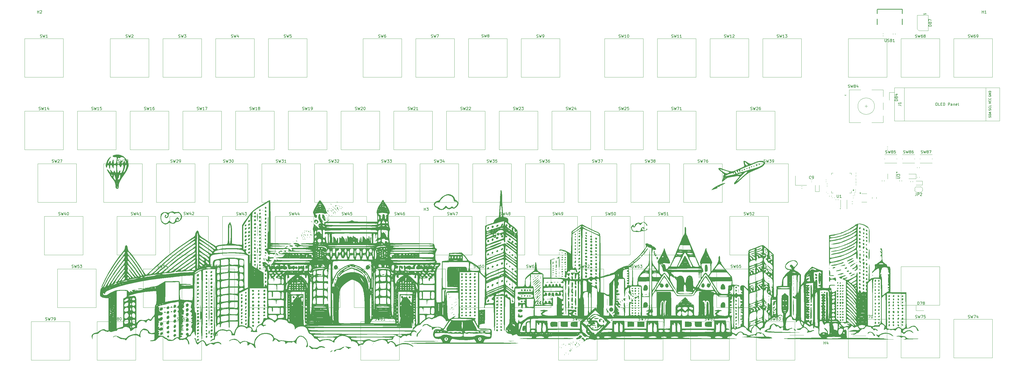
<source format=gbr>
%TF.GenerationSoftware,KiCad,Pcbnew,9.0.5*%
%TF.CreationDate,2026-02-18T01:23:14+05:30*%
%TF.ProjectId,Rheneium,5268656e-6569-4756-9d2e-6b696361645f,rev?*%
%TF.SameCoordinates,Original*%
%TF.FileFunction,Legend,Top*%
%TF.FilePolarity,Positive*%
%FSLAX46Y46*%
G04 Gerber Fmt 4.6, Leading zero omitted, Abs format (unit mm)*
G04 Created by KiCad (PCBNEW 9.0.5) date 2026-02-18 01:23:14*
%MOMM*%
%LPD*%
G01*
G04 APERTURE LIST*
%ADD10C,0.300000*%
%ADD11C,0.150000*%
%ADD12C,0.000000*%
%ADD13C,0.120000*%
%ADD14C,0.040000*%
%ADD15C,0.250000*%
G04 APERTURE END LIST*
D10*
X188583170Y-122240531D02*
X188440313Y-122169102D01*
X188440313Y-122169102D02*
X188226027Y-122169102D01*
X188226027Y-122169102D02*
X188011741Y-122240531D01*
X188011741Y-122240531D02*
X187868884Y-122383388D01*
X187868884Y-122383388D02*
X187797455Y-122526245D01*
X187797455Y-122526245D02*
X187726027Y-122811959D01*
X187726027Y-122811959D02*
X187726027Y-123026245D01*
X187726027Y-123026245D02*
X187797455Y-123311959D01*
X187797455Y-123311959D02*
X187868884Y-123454816D01*
X187868884Y-123454816D02*
X188011741Y-123597674D01*
X188011741Y-123597674D02*
X188226027Y-123669102D01*
X188226027Y-123669102D02*
X188368884Y-123669102D01*
X188368884Y-123669102D02*
X188583170Y-123597674D01*
X188583170Y-123597674D02*
X188654598Y-123526245D01*
X188654598Y-123526245D02*
X188654598Y-123026245D01*
X188654598Y-123026245D02*
X188368884Y-123026245D01*
X189511741Y-122169102D02*
X189511741Y-122526245D01*
X189154598Y-122383388D02*
X189511741Y-122526245D01*
X189511741Y-122526245D02*
X189868884Y-122383388D01*
X189297455Y-122811959D02*
X189511741Y-122526245D01*
X189511741Y-122526245D02*
X189726027Y-122811959D01*
X190654598Y-122169102D02*
X190654598Y-122526245D01*
X190297455Y-122383388D02*
X190654598Y-122526245D01*
X190654598Y-122526245D02*
X191011741Y-122383388D01*
X190440312Y-122811959D02*
X190654598Y-122526245D01*
X190654598Y-122526245D02*
X190868884Y-122811959D01*
X191797455Y-122169102D02*
X191797455Y-122526245D01*
X191440312Y-122383388D02*
X191797455Y-122526245D01*
X191797455Y-122526245D02*
X192154598Y-122383388D01*
X191583169Y-122811959D02*
X191797455Y-122526245D01*
X191797455Y-122526245D02*
X192011741Y-122811959D01*
D11*
X30734226Y-115564450D02*
X30877083Y-115612069D01*
X30877083Y-115612069D02*
X31115178Y-115612069D01*
X31115178Y-115612069D02*
X31210416Y-115564450D01*
X31210416Y-115564450D02*
X31258035Y-115516830D01*
X31258035Y-115516830D02*
X31305654Y-115421592D01*
X31305654Y-115421592D02*
X31305654Y-115326354D01*
X31305654Y-115326354D02*
X31258035Y-115231116D01*
X31258035Y-115231116D02*
X31210416Y-115183497D01*
X31210416Y-115183497D02*
X31115178Y-115135878D01*
X31115178Y-115135878D02*
X30924702Y-115088259D01*
X30924702Y-115088259D02*
X30829464Y-115040640D01*
X30829464Y-115040640D02*
X30781845Y-114993021D01*
X30781845Y-114993021D02*
X30734226Y-114897783D01*
X30734226Y-114897783D02*
X30734226Y-114802545D01*
X30734226Y-114802545D02*
X30781845Y-114707307D01*
X30781845Y-114707307D02*
X30829464Y-114659688D01*
X30829464Y-114659688D02*
X30924702Y-114612069D01*
X30924702Y-114612069D02*
X31162797Y-114612069D01*
X31162797Y-114612069D02*
X31305654Y-114659688D01*
X31638988Y-114612069D02*
X31877083Y-115612069D01*
X31877083Y-115612069D02*
X32067559Y-114897783D01*
X32067559Y-114897783D02*
X32258035Y-115612069D01*
X32258035Y-115612069D02*
X32496131Y-114612069D01*
X33305654Y-114945402D02*
X33305654Y-115612069D01*
X33067559Y-114564450D02*
X32829464Y-115278735D01*
X32829464Y-115278735D02*
X33448511Y-115278735D01*
X34019940Y-114612069D02*
X34115178Y-114612069D01*
X34115178Y-114612069D02*
X34210416Y-114659688D01*
X34210416Y-114659688D02*
X34258035Y-114707307D01*
X34258035Y-114707307D02*
X34305654Y-114802545D01*
X34305654Y-114802545D02*
X34353273Y-114993021D01*
X34353273Y-114993021D02*
X34353273Y-115231116D01*
X34353273Y-115231116D02*
X34305654Y-115421592D01*
X34305654Y-115421592D02*
X34258035Y-115516830D01*
X34258035Y-115516830D02*
X34210416Y-115564450D01*
X34210416Y-115564450D02*
X34115178Y-115612069D01*
X34115178Y-115612069D02*
X34019940Y-115612069D01*
X34019940Y-115612069D02*
X33924702Y-115564450D01*
X33924702Y-115564450D02*
X33877083Y-115516830D01*
X33877083Y-115516830D02*
X33829464Y-115421592D01*
X33829464Y-115421592D02*
X33781845Y-115231116D01*
X33781845Y-115231116D02*
X33781845Y-114993021D01*
X33781845Y-114993021D02*
X33829464Y-114802545D01*
X33829464Y-114802545D02*
X33877083Y-114707307D01*
X33877083Y-114707307D02*
X33924702Y-114659688D01*
X33924702Y-114659688D02*
X34019940Y-114612069D01*
X183610417Y-51207200D02*
X183753274Y-51254819D01*
X183753274Y-51254819D02*
X183991369Y-51254819D01*
X183991369Y-51254819D02*
X184086607Y-51207200D01*
X184086607Y-51207200D02*
X184134226Y-51159580D01*
X184134226Y-51159580D02*
X184181845Y-51064342D01*
X184181845Y-51064342D02*
X184181845Y-50969104D01*
X184181845Y-50969104D02*
X184134226Y-50873866D01*
X184134226Y-50873866D02*
X184086607Y-50826247D01*
X184086607Y-50826247D02*
X183991369Y-50778628D01*
X183991369Y-50778628D02*
X183800893Y-50731009D01*
X183800893Y-50731009D02*
X183705655Y-50683390D01*
X183705655Y-50683390D02*
X183658036Y-50635771D01*
X183658036Y-50635771D02*
X183610417Y-50540533D01*
X183610417Y-50540533D02*
X183610417Y-50445295D01*
X183610417Y-50445295D02*
X183658036Y-50350057D01*
X183658036Y-50350057D02*
X183705655Y-50302438D01*
X183705655Y-50302438D02*
X183800893Y-50254819D01*
X183800893Y-50254819D02*
X184038988Y-50254819D01*
X184038988Y-50254819D02*
X184181845Y-50302438D01*
X184515179Y-50254819D02*
X184753274Y-51254819D01*
X184753274Y-51254819D02*
X184943750Y-50540533D01*
X184943750Y-50540533D02*
X185134226Y-51254819D01*
X185134226Y-51254819D02*
X185372322Y-50254819D01*
X185896131Y-50683390D02*
X185800893Y-50635771D01*
X185800893Y-50635771D02*
X185753274Y-50588152D01*
X185753274Y-50588152D02*
X185705655Y-50492914D01*
X185705655Y-50492914D02*
X185705655Y-50445295D01*
X185705655Y-50445295D02*
X185753274Y-50350057D01*
X185753274Y-50350057D02*
X185800893Y-50302438D01*
X185800893Y-50302438D02*
X185896131Y-50254819D01*
X185896131Y-50254819D02*
X186086607Y-50254819D01*
X186086607Y-50254819D02*
X186181845Y-50302438D01*
X186181845Y-50302438D02*
X186229464Y-50350057D01*
X186229464Y-50350057D02*
X186277083Y-50445295D01*
X186277083Y-50445295D02*
X186277083Y-50492914D01*
X186277083Y-50492914D02*
X186229464Y-50588152D01*
X186229464Y-50588152D02*
X186181845Y-50635771D01*
X186181845Y-50635771D02*
X186086607Y-50683390D01*
X186086607Y-50683390D02*
X185896131Y-50683390D01*
X185896131Y-50683390D02*
X185800893Y-50731009D01*
X185800893Y-50731009D02*
X185753274Y-50778628D01*
X185753274Y-50778628D02*
X185705655Y-50873866D01*
X185705655Y-50873866D02*
X185705655Y-51064342D01*
X185705655Y-51064342D02*
X185753274Y-51159580D01*
X185753274Y-51159580D02*
X185800893Y-51207200D01*
X185800893Y-51207200D02*
X185896131Y-51254819D01*
X185896131Y-51254819D02*
X186086607Y-51254819D01*
X186086607Y-51254819D02*
X186181845Y-51207200D01*
X186181845Y-51207200D02*
X186229464Y-51159580D01*
X186229464Y-51159580D02*
X186277083Y-51064342D01*
X186277083Y-51064342D02*
X186277083Y-50873866D01*
X186277083Y-50873866D02*
X186229464Y-50778628D01*
X186229464Y-50778628D02*
X186181845Y-50731009D01*
X186181845Y-50731009D02*
X186086607Y-50683390D01*
X95027976Y-115564450D02*
X95170833Y-115612069D01*
X95170833Y-115612069D02*
X95408928Y-115612069D01*
X95408928Y-115612069D02*
X95504166Y-115564450D01*
X95504166Y-115564450D02*
X95551785Y-115516830D01*
X95551785Y-115516830D02*
X95599404Y-115421592D01*
X95599404Y-115421592D02*
X95599404Y-115326354D01*
X95599404Y-115326354D02*
X95551785Y-115231116D01*
X95551785Y-115231116D02*
X95504166Y-115183497D01*
X95504166Y-115183497D02*
X95408928Y-115135878D01*
X95408928Y-115135878D02*
X95218452Y-115088259D01*
X95218452Y-115088259D02*
X95123214Y-115040640D01*
X95123214Y-115040640D02*
X95075595Y-114993021D01*
X95075595Y-114993021D02*
X95027976Y-114897783D01*
X95027976Y-114897783D02*
X95027976Y-114802545D01*
X95027976Y-114802545D02*
X95075595Y-114707307D01*
X95075595Y-114707307D02*
X95123214Y-114659688D01*
X95123214Y-114659688D02*
X95218452Y-114612069D01*
X95218452Y-114612069D02*
X95456547Y-114612069D01*
X95456547Y-114612069D02*
X95599404Y-114659688D01*
X95932738Y-114612069D02*
X96170833Y-115612069D01*
X96170833Y-115612069D02*
X96361309Y-114897783D01*
X96361309Y-114897783D02*
X96551785Y-115612069D01*
X96551785Y-115612069D02*
X96789881Y-114612069D01*
X97599404Y-114945402D02*
X97599404Y-115612069D01*
X97361309Y-114564450D02*
X97123214Y-115278735D01*
X97123214Y-115278735D02*
X97742261Y-115278735D01*
X98027976Y-114612069D02*
X98647023Y-114612069D01*
X98647023Y-114612069D02*
X98313690Y-114993021D01*
X98313690Y-114993021D02*
X98456547Y-114993021D01*
X98456547Y-114993021D02*
X98551785Y-115040640D01*
X98551785Y-115040640D02*
X98599404Y-115088259D01*
X98599404Y-115088259D02*
X98647023Y-115183497D01*
X98647023Y-115183497D02*
X98647023Y-115421592D01*
X98647023Y-115421592D02*
X98599404Y-115516830D01*
X98599404Y-115516830D02*
X98551785Y-115564450D01*
X98551785Y-115564450D02*
X98456547Y-115612069D01*
X98456547Y-115612069D02*
X98170833Y-115612069D01*
X98170833Y-115612069D02*
X98075595Y-115564450D01*
X98075595Y-115564450D02*
X98027976Y-115516830D01*
X185515476Y-96514450D02*
X185658333Y-96562069D01*
X185658333Y-96562069D02*
X185896428Y-96562069D01*
X185896428Y-96562069D02*
X185991666Y-96514450D01*
X185991666Y-96514450D02*
X186039285Y-96466830D01*
X186039285Y-96466830D02*
X186086904Y-96371592D01*
X186086904Y-96371592D02*
X186086904Y-96276354D01*
X186086904Y-96276354D02*
X186039285Y-96181116D01*
X186039285Y-96181116D02*
X185991666Y-96133497D01*
X185991666Y-96133497D02*
X185896428Y-96085878D01*
X185896428Y-96085878D02*
X185705952Y-96038259D01*
X185705952Y-96038259D02*
X185610714Y-95990640D01*
X185610714Y-95990640D02*
X185563095Y-95943021D01*
X185563095Y-95943021D02*
X185515476Y-95847783D01*
X185515476Y-95847783D02*
X185515476Y-95752545D01*
X185515476Y-95752545D02*
X185563095Y-95657307D01*
X185563095Y-95657307D02*
X185610714Y-95609688D01*
X185610714Y-95609688D02*
X185705952Y-95562069D01*
X185705952Y-95562069D02*
X185944047Y-95562069D01*
X185944047Y-95562069D02*
X186086904Y-95609688D01*
X186420238Y-95562069D02*
X186658333Y-96562069D01*
X186658333Y-96562069D02*
X186848809Y-95847783D01*
X186848809Y-95847783D02*
X187039285Y-96562069D01*
X187039285Y-96562069D02*
X187277381Y-95562069D01*
X187563095Y-95562069D02*
X188182142Y-95562069D01*
X188182142Y-95562069D02*
X187848809Y-95943021D01*
X187848809Y-95943021D02*
X187991666Y-95943021D01*
X187991666Y-95943021D02*
X188086904Y-95990640D01*
X188086904Y-95990640D02*
X188134523Y-96038259D01*
X188134523Y-96038259D02*
X188182142Y-96133497D01*
X188182142Y-96133497D02*
X188182142Y-96371592D01*
X188182142Y-96371592D02*
X188134523Y-96466830D01*
X188134523Y-96466830D02*
X188086904Y-96514450D01*
X188086904Y-96514450D02*
X187991666Y-96562069D01*
X187991666Y-96562069D02*
X187705952Y-96562069D01*
X187705952Y-96562069D02*
X187610714Y-96514450D01*
X187610714Y-96514450D02*
X187563095Y-96466830D01*
X189086904Y-95562069D02*
X188610714Y-95562069D01*
X188610714Y-95562069D02*
X188563095Y-96038259D01*
X188563095Y-96038259D02*
X188610714Y-95990640D01*
X188610714Y-95990640D02*
X188705952Y-95943021D01*
X188705952Y-95943021D02*
X188944047Y-95943021D01*
X188944047Y-95943021D02*
X189039285Y-95990640D01*
X189039285Y-95990640D02*
X189086904Y-96038259D01*
X189086904Y-96038259D02*
X189134523Y-96133497D01*
X189134523Y-96133497D02*
X189134523Y-96371592D01*
X189134523Y-96371592D02*
X189086904Y-96466830D01*
X189086904Y-96466830D02*
X189039285Y-96514450D01*
X189039285Y-96514450D02*
X188944047Y-96562069D01*
X188944047Y-96562069D02*
X188705952Y-96562069D01*
X188705952Y-96562069D02*
X188610714Y-96514450D01*
X188610714Y-96514450D02*
X188563095Y-96466830D01*
X23590476Y-77464450D02*
X23733333Y-77512069D01*
X23733333Y-77512069D02*
X23971428Y-77512069D01*
X23971428Y-77512069D02*
X24066666Y-77464450D01*
X24066666Y-77464450D02*
X24114285Y-77416830D01*
X24114285Y-77416830D02*
X24161904Y-77321592D01*
X24161904Y-77321592D02*
X24161904Y-77226354D01*
X24161904Y-77226354D02*
X24114285Y-77131116D01*
X24114285Y-77131116D02*
X24066666Y-77083497D01*
X24066666Y-77083497D02*
X23971428Y-77035878D01*
X23971428Y-77035878D02*
X23780952Y-76988259D01*
X23780952Y-76988259D02*
X23685714Y-76940640D01*
X23685714Y-76940640D02*
X23638095Y-76893021D01*
X23638095Y-76893021D02*
X23590476Y-76797783D01*
X23590476Y-76797783D02*
X23590476Y-76702545D01*
X23590476Y-76702545D02*
X23638095Y-76607307D01*
X23638095Y-76607307D02*
X23685714Y-76559688D01*
X23685714Y-76559688D02*
X23780952Y-76512069D01*
X23780952Y-76512069D02*
X24019047Y-76512069D01*
X24019047Y-76512069D02*
X24161904Y-76559688D01*
X24495238Y-76512069D02*
X24733333Y-77512069D01*
X24733333Y-77512069D02*
X24923809Y-76797783D01*
X24923809Y-76797783D02*
X25114285Y-77512069D01*
X25114285Y-77512069D02*
X25352381Y-76512069D01*
X26257142Y-77512069D02*
X25685714Y-77512069D01*
X25971428Y-77512069D02*
X25971428Y-76512069D01*
X25971428Y-76512069D02*
X25876190Y-76654926D01*
X25876190Y-76654926D02*
X25780952Y-76750164D01*
X25780952Y-76750164D02*
X25685714Y-76797783D01*
X27114285Y-76845402D02*
X27114285Y-77512069D01*
X26876190Y-76464450D02*
X26638095Y-77178735D01*
X26638095Y-77178735D02*
X27257142Y-77178735D01*
X86550595Y-159229819D02*
X86550595Y-158229819D01*
X86550595Y-158706009D02*
X87122023Y-158706009D01*
X87122023Y-159229819D02*
X87122023Y-158229819D01*
X88074404Y-158229819D02*
X87598214Y-158229819D01*
X87598214Y-158229819D02*
X87550595Y-158706009D01*
X87550595Y-158706009D02*
X87598214Y-158658390D01*
X87598214Y-158658390D02*
X87693452Y-158610771D01*
X87693452Y-158610771D02*
X87931547Y-158610771D01*
X87931547Y-158610771D02*
X88026785Y-158658390D01*
X88026785Y-158658390D02*
X88074404Y-158706009D01*
X88074404Y-158706009D02*
X88122023Y-158801247D01*
X88122023Y-158801247D02*
X88122023Y-159039342D01*
X88122023Y-159039342D02*
X88074404Y-159134580D01*
X88074404Y-159134580D02*
X88026785Y-159182200D01*
X88026785Y-159182200D02*
X87931547Y-159229819D01*
X87931547Y-159229819D02*
X87693452Y-159229819D01*
X87693452Y-159229819D02*
X87598214Y-159182200D01*
X87598214Y-159182200D02*
X87550595Y-159134580D01*
X180752976Y-134614450D02*
X180895833Y-134662069D01*
X180895833Y-134662069D02*
X181133928Y-134662069D01*
X181133928Y-134662069D02*
X181229166Y-134614450D01*
X181229166Y-134614450D02*
X181276785Y-134566830D01*
X181276785Y-134566830D02*
X181324404Y-134471592D01*
X181324404Y-134471592D02*
X181324404Y-134376354D01*
X181324404Y-134376354D02*
X181276785Y-134281116D01*
X181276785Y-134281116D02*
X181229166Y-134233497D01*
X181229166Y-134233497D02*
X181133928Y-134185878D01*
X181133928Y-134185878D02*
X180943452Y-134138259D01*
X180943452Y-134138259D02*
X180848214Y-134090640D01*
X180848214Y-134090640D02*
X180800595Y-134043021D01*
X180800595Y-134043021D02*
X180752976Y-133947783D01*
X180752976Y-133947783D02*
X180752976Y-133852545D01*
X180752976Y-133852545D02*
X180800595Y-133757307D01*
X180800595Y-133757307D02*
X180848214Y-133709688D01*
X180848214Y-133709688D02*
X180943452Y-133662069D01*
X180943452Y-133662069D02*
X181181547Y-133662069D01*
X181181547Y-133662069D02*
X181324404Y-133709688D01*
X181657738Y-133662069D02*
X181895833Y-134662069D01*
X181895833Y-134662069D02*
X182086309Y-133947783D01*
X182086309Y-133947783D02*
X182276785Y-134662069D01*
X182276785Y-134662069D02*
X182514881Y-133662069D01*
X183324404Y-133662069D02*
X183133928Y-133662069D01*
X183133928Y-133662069D02*
X183038690Y-133709688D01*
X183038690Y-133709688D02*
X182991071Y-133757307D01*
X182991071Y-133757307D02*
X182895833Y-133900164D01*
X182895833Y-133900164D02*
X182848214Y-134090640D01*
X182848214Y-134090640D02*
X182848214Y-134471592D01*
X182848214Y-134471592D02*
X182895833Y-134566830D01*
X182895833Y-134566830D02*
X182943452Y-134614450D01*
X182943452Y-134614450D02*
X183038690Y-134662069D01*
X183038690Y-134662069D02*
X183229166Y-134662069D01*
X183229166Y-134662069D02*
X183324404Y-134614450D01*
X183324404Y-134614450D02*
X183372023Y-134566830D01*
X183372023Y-134566830D02*
X183419642Y-134471592D01*
X183419642Y-134471592D02*
X183419642Y-134233497D01*
X183419642Y-134233497D02*
X183372023Y-134138259D01*
X183372023Y-134138259D02*
X183324404Y-134090640D01*
X183324404Y-134090640D02*
X183229166Y-134043021D01*
X183229166Y-134043021D02*
X183038690Y-134043021D01*
X183038690Y-134043021D02*
X182943452Y-134090640D01*
X182943452Y-134090640D02*
X182895833Y-134138259D01*
X182895833Y-134138259D02*
X182848214Y-134233497D01*
X184038690Y-133662069D02*
X184133928Y-133662069D01*
X184133928Y-133662069D02*
X184229166Y-133709688D01*
X184229166Y-133709688D02*
X184276785Y-133757307D01*
X184276785Y-133757307D02*
X184324404Y-133852545D01*
X184324404Y-133852545D02*
X184372023Y-134043021D01*
X184372023Y-134043021D02*
X184372023Y-134281116D01*
X184372023Y-134281116D02*
X184324404Y-134471592D01*
X184324404Y-134471592D02*
X184276785Y-134566830D01*
X184276785Y-134566830D02*
X184229166Y-134614450D01*
X184229166Y-134614450D02*
X184133928Y-134662069D01*
X184133928Y-134662069D02*
X184038690Y-134662069D01*
X184038690Y-134662069D02*
X183943452Y-134614450D01*
X183943452Y-134614450D02*
X183895833Y-134566830D01*
X183895833Y-134566830D02*
X183848214Y-134471592D01*
X183848214Y-134471592D02*
X183800595Y-134281116D01*
X183800595Y-134281116D02*
X183800595Y-134043021D01*
X183800595Y-134043021D02*
X183848214Y-133852545D01*
X183848214Y-133852545D02*
X183895833Y-133757307D01*
X183895833Y-133757307D02*
X183943452Y-133709688D01*
X183943452Y-133709688D02*
X184038690Y-133662069D01*
X35496726Y-134614450D02*
X35639583Y-134662069D01*
X35639583Y-134662069D02*
X35877678Y-134662069D01*
X35877678Y-134662069D02*
X35972916Y-134614450D01*
X35972916Y-134614450D02*
X36020535Y-134566830D01*
X36020535Y-134566830D02*
X36068154Y-134471592D01*
X36068154Y-134471592D02*
X36068154Y-134376354D01*
X36068154Y-134376354D02*
X36020535Y-134281116D01*
X36020535Y-134281116D02*
X35972916Y-134233497D01*
X35972916Y-134233497D02*
X35877678Y-134185878D01*
X35877678Y-134185878D02*
X35687202Y-134138259D01*
X35687202Y-134138259D02*
X35591964Y-134090640D01*
X35591964Y-134090640D02*
X35544345Y-134043021D01*
X35544345Y-134043021D02*
X35496726Y-133947783D01*
X35496726Y-133947783D02*
X35496726Y-133852545D01*
X35496726Y-133852545D02*
X35544345Y-133757307D01*
X35544345Y-133757307D02*
X35591964Y-133709688D01*
X35591964Y-133709688D02*
X35687202Y-133662069D01*
X35687202Y-133662069D02*
X35925297Y-133662069D01*
X35925297Y-133662069D02*
X36068154Y-133709688D01*
X36401488Y-133662069D02*
X36639583Y-134662069D01*
X36639583Y-134662069D02*
X36830059Y-133947783D01*
X36830059Y-133947783D02*
X37020535Y-134662069D01*
X37020535Y-134662069D02*
X37258631Y-133662069D01*
X38115773Y-133662069D02*
X37639583Y-133662069D01*
X37639583Y-133662069D02*
X37591964Y-134138259D01*
X37591964Y-134138259D02*
X37639583Y-134090640D01*
X37639583Y-134090640D02*
X37734821Y-134043021D01*
X37734821Y-134043021D02*
X37972916Y-134043021D01*
X37972916Y-134043021D02*
X38068154Y-134090640D01*
X38068154Y-134090640D02*
X38115773Y-134138259D01*
X38115773Y-134138259D02*
X38163392Y-134233497D01*
X38163392Y-134233497D02*
X38163392Y-134471592D01*
X38163392Y-134471592D02*
X38115773Y-134566830D01*
X38115773Y-134566830D02*
X38068154Y-134614450D01*
X38068154Y-134614450D02*
X37972916Y-134662069D01*
X37972916Y-134662069D02*
X37734821Y-134662069D01*
X37734821Y-134662069D02*
X37639583Y-134614450D01*
X37639583Y-134614450D02*
X37591964Y-134566830D01*
X38496726Y-133662069D02*
X39115773Y-133662069D01*
X39115773Y-133662069D02*
X38782440Y-134043021D01*
X38782440Y-134043021D02*
X38925297Y-134043021D01*
X38925297Y-134043021D02*
X39020535Y-134090640D01*
X39020535Y-134090640D02*
X39068154Y-134138259D01*
X39068154Y-134138259D02*
X39115773Y-134233497D01*
X39115773Y-134233497D02*
X39115773Y-134471592D01*
X39115773Y-134471592D02*
X39068154Y-134566830D01*
X39068154Y-134566830D02*
X39020535Y-134614450D01*
X39020535Y-134614450D02*
X38925297Y-134662069D01*
X38925297Y-134662069D02*
X38639583Y-134662069D01*
X38639583Y-134662069D02*
X38544345Y-134614450D01*
X38544345Y-134614450D02*
X38496726Y-134566830D01*
X49784226Y-153664450D02*
X49927083Y-153712069D01*
X49927083Y-153712069D02*
X50165178Y-153712069D01*
X50165178Y-153712069D02*
X50260416Y-153664450D01*
X50260416Y-153664450D02*
X50308035Y-153616830D01*
X50308035Y-153616830D02*
X50355654Y-153521592D01*
X50355654Y-153521592D02*
X50355654Y-153426354D01*
X50355654Y-153426354D02*
X50308035Y-153331116D01*
X50308035Y-153331116D02*
X50260416Y-153283497D01*
X50260416Y-153283497D02*
X50165178Y-153235878D01*
X50165178Y-153235878D02*
X49974702Y-153188259D01*
X49974702Y-153188259D02*
X49879464Y-153140640D01*
X49879464Y-153140640D02*
X49831845Y-153093021D01*
X49831845Y-153093021D02*
X49784226Y-152997783D01*
X49784226Y-152997783D02*
X49784226Y-152902545D01*
X49784226Y-152902545D02*
X49831845Y-152807307D01*
X49831845Y-152807307D02*
X49879464Y-152759688D01*
X49879464Y-152759688D02*
X49974702Y-152712069D01*
X49974702Y-152712069D02*
X50212797Y-152712069D01*
X50212797Y-152712069D02*
X50355654Y-152759688D01*
X50688988Y-152712069D02*
X50927083Y-153712069D01*
X50927083Y-153712069D02*
X51117559Y-152997783D01*
X51117559Y-152997783D02*
X51308035Y-153712069D01*
X51308035Y-153712069D02*
X51546131Y-152712069D01*
X52069940Y-153140640D02*
X51974702Y-153093021D01*
X51974702Y-153093021D02*
X51927083Y-153045402D01*
X51927083Y-153045402D02*
X51879464Y-152950164D01*
X51879464Y-152950164D02*
X51879464Y-152902545D01*
X51879464Y-152902545D02*
X51927083Y-152807307D01*
X51927083Y-152807307D02*
X51974702Y-152759688D01*
X51974702Y-152759688D02*
X52069940Y-152712069D01*
X52069940Y-152712069D02*
X52260416Y-152712069D01*
X52260416Y-152712069D02*
X52355654Y-152759688D01*
X52355654Y-152759688D02*
X52403273Y-152807307D01*
X52403273Y-152807307D02*
X52450892Y-152902545D01*
X52450892Y-152902545D02*
X52450892Y-152950164D01*
X52450892Y-152950164D02*
X52403273Y-153045402D01*
X52403273Y-153045402D02*
X52355654Y-153093021D01*
X52355654Y-153093021D02*
X52260416Y-153140640D01*
X52260416Y-153140640D02*
X52069940Y-153140640D01*
X52069940Y-153140640D02*
X51974702Y-153188259D01*
X51974702Y-153188259D02*
X51927083Y-153235878D01*
X51927083Y-153235878D02*
X51879464Y-153331116D01*
X51879464Y-153331116D02*
X51879464Y-153521592D01*
X51879464Y-153521592D02*
X51927083Y-153616830D01*
X51927083Y-153616830D02*
X51974702Y-153664450D01*
X51974702Y-153664450D02*
X52069940Y-153712069D01*
X52069940Y-153712069D02*
X52260416Y-153712069D01*
X52260416Y-153712069D02*
X52355654Y-153664450D01*
X52355654Y-153664450D02*
X52403273Y-153616830D01*
X52403273Y-153616830D02*
X52450892Y-153521592D01*
X52450892Y-153521592D02*
X52450892Y-153331116D01*
X52450892Y-153331116D02*
X52403273Y-153235878D01*
X52403273Y-153235878D02*
X52355654Y-153188259D01*
X52355654Y-153188259D02*
X52260416Y-153140640D01*
X53069940Y-152712069D02*
X53165178Y-152712069D01*
X53165178Y-152712069D02*
X53260416Y-152759688D01*
X53260416Y-152759688D02*
X53308035Y-152807307D01*
X53308035Y-152807307D02*
X53355654Y-152902545D01*
X53355654Y-152902545D02*
X53403273Y-153093021D01*
X53403273Y-153093021D02*
X53403273Y-153331116D01*
X53403273Y-153331116D02*
X53355654Y-153521592D01*
X53355654Y-153521592D02*
X53308035Y-153616830D01*
X53308035Y-153616830D02*
X53260416Y-153664450D01*
X53260416Y-153664450D02*
X53165178Y-153712069D01*
X53165178Y-153712069D02*
X53069940Y-153712069D01*
X53069940Y-153712069D02*
X52974702Y-153664450D01*
X52974702Y-153664450D02*
X52927083Y-153616830D01*
X52927083Y-153616830D02*
X52879464Y-153521592D01*
X52879464Y-153521592D02*
X52831845Y-153331116D01*
X52831845Y-153331116D02*
X52831845Y-153093021D01*
X52831845Y-153093021D02*
X52879464Y-152902545D01*
X52879464Y-152902545D02*
X52927083Y-152807307D01*
X52927083Y-152807307D02*
X52974702Y-152759688D01*
X52974702Y-152759688D02*
X53069940Y-152712069D01*
X278384226Y-115564450D02*
X278527083Y-115612069D01*
X278527083Y-115612069D02*
X278765178Y-115612069D01*
X278765178Y-115612069D02*
X278860416Y-115564450D01*
X278860416Y-115564450D02*
X278908035Y-115516830D01*
X278908035Y-115516830D02*
X278955654Y-115421592D01*
X278955654Y-115421592D02*
X278955654Y-115326354D01*
X278955654Y-115326354D02*
X278908035Y-115231116D01*
X278908035Y-115231116D02*
X278860416Y-115183497D01*
X278860416Y-115183497D02*
X278765178Y-115135878D01*
X278765178Y-115135878D02*
X278574702Y-115088259D01*
X278574702Y-115088259D02*
X278479464Y-115040640D01*
X278479464Y-115040640D02*
X278431845Y-114993021D01*
X278431845Y-114993021D02*
X278384226Y-114897783D01*
X278384226Y-114897783D02*
X278384226Y-114802545D01*
X278384226Y-114802545D02*
X278431845Y-114707307D01*
X278431845Y-114707307D02*
X278479464Y-114659688D01*
X278479464Y-114659688D02*
X278574702Y-114612069D01*
X278574702Y-114612069D02*
X278812797Y-114612069D01*
X278812797Y-114612069D02*
X278955654Y-114659688D01*
X279288988Y-114612069D02*
X279527083Y-115612069D01*
X279527083Y-115612069D02*
X279717559Y-114897783D01*
X279717559Y-114897783D02*
X279908035Y-115612069D01*
X279908035Y-115612069D02*
X280146131Y-114612069D01*
X281003273Y-114612069D02*
X280527083Y-114612069D01*
X280527083Y-114612069D02*
X280479464Y-115088259D01*
X280479464Y-115088259D02*
X280527083Y-115040640D01*
X280527083Y-115040640D02*
X280622321Y-114993021D01*
X280622321Y-114993021D02*
X280860416Y-114993021D01*
X280860416Y-114993021D02*
X280955654Y-115040640D01*
X280955654Y-115040640D02*
X281003273Y-115088259D01*
X281003273Y-115088259D02*
X281050892Y-115183497D01*
X281050892Y-115183497D02*
X281050892Y-115421592D01*
X281050892Y-115421592D02*
X281003273Y-115516830D01*
X281003273Y-115516830D02*
X280955654Y-115564450D01*
X280955654Y-115564450D02*
X280860416Y-115612069D01*
X280860416Y-115612069D02*
X280622321Y-115612069D01*
X280622321Y-115612069D02*
X280527083Y-115564450D01*
X280527083Y-115564450D02*
X280479464Y-115516830D01*
X281431845Y-114707307D02*
X281479464Y-114659688D01*
X281479464Y-114659688D02*
X281574702Y-114612069D01*
X281574702Y-114612069D02*
X281812797Y-114612069D01*
X281812797Y-114612069D02*
X281908035Y-114659688D01*
X281908035Y-114659688D02*
X281955654Y-114707307D01*
X281955654Y-114707307D02*
X282003273Y-114802545D01*
X282003273Y-114802545D02*
X282003273Y-114897783D01*
X282003273Y-114897783D02*
X281955654Y-115040640D01*
X281955654Y-115040640D02*
X281384226Y-115612069D01*
X281384226Y-115612069D02*
X282003273Y-115612069D01*
X340287976Y-51279450D02*
X340430833Y-51327069D01*
X340430833Y-51327069D02*
X340668928Y-51327069D01*
X340668928Y-51327069D02*
X340764166Y-51279450D01*
X340764166Y-51279450D02*
X340811785Y-51231830D01*
X340811785Y-51231830D02*
X340859404Y-51136592D01*
X340859404Y-51136592D02*
X340859404Y-51041354D01*
X340859404Y-51041354D02*
X340811785Y-50946116D01*
X340811785Y-50946116D02*
X340764166Y-50898497D01*
X340764166Y-50898497D02*
X340668928Y-50850878D01*
X340668928Y-50850878D02*
X340478452Y-50803259D01*
X340478452Y-50803259D02*
X340383214Y-50755640D01*
X340383214Y-50755640D02*
X340335595Y-50708021D01*
X340335595Y-50708021D02*
X340287976Y-50612783D01*
X340287976Y-50612783D02*
X340287976Y-50517545D01*
X340287976Y-50517545D02*
X340335595Y-50422307D01*
X340335595Y-50422307D02*
X340383214Y-50374688D01*
X340383214Y-50374688D02*
X340478452Y-50327069D01*
X340478452Y-50327069D02*
X340716547Y-50327069D01*
X340716547Y-50327069D02*
X340859404Y-50374688D01*
X341192738Y-50327069D02*
X341430833Y-51327069D01*
X341430833Y-51327069D02*
X341621309Y-50612783D01*
X341621309Y-50612783D02*
X341811785Y-51327069D01*
X341811785Y-51327069D02*
X342049881Y-50327069D01*
X342859404Y-50327069D02*
X342668928Y-50327069D01*
X342668928Y-50327069D02*
X342573690Y-50374688D01*
X342573690Y-50374688D02*
X342526071Y-50422307D01*
X342526071Y-50422307D02*
X342430833Y-50565164D01*
X342430833Y-50565164D02*
X342383214Y-50755640D01*
X342383214Y-50755640D02*
X342383214Y-51136592D01*
X342383214Y-51136592D02*
X342430833Y-51231830D01*
X342430833Y-51231830D02*
X342478452Y-51279450D01*
X342478452Y-51279450D02*
X342573690Y-51327069D01*
X342573690Y-51327069D02*
X342764166Y-51327069D01*
X342764166Y-51327069D02*
X342859404Y-51279450D01*
X342859404Y-51279450D02*
X342907023Y-51231830D01*
X342907023Y-51231830D02*
X342954642Y-51136592D01*
X342954642Y-51136592D02*
X342954642Y-50898497D01*
X342954642Y-50898497D02*
X342907023Y-50803259D01*
X342907023Y-50803259D02*
X342859404Y-50755640D01*
X342859404Y-50755640D02*
X342764166Y-50708021D01*
X342764166Y-50708021D02*
X342573690Y-50708021D01*
X342573690Y-50708021D02*
X342478452Y-50755640D01*
X342478452Y-50755640D02*
X342430833Y-50803259D01*
X342430833Y-50803259D02*
X342383214Y-50898497D01*
X343526071Y-50755640D02*
X343430833Y-50708021D01*
X343430833Y-50708021D02*
X343383214Y-50660402D01*
X343383214Y-50660402D02*
X343335595Y-50565164D01*
X343335595Y-50565164D02*
X343335595Y-50517545D01*
X343335595Y-50517545D02*
X343383214Y-50422307D01*
X343383214Y-50422307D02*
X343430833Y-50374688D01*
X343430833Y-50374688D02*
X343526071Y-50327069D01*
X343526071Y-50327069D02*
X343716547Y-50327069D01*
X343716547Y-50327069D02*
X343811785Y-50374688D01*
X343811785Y-50374688D02*
X343859404Y-50422307D01*
X343859404Y-50422307D02*
X343907023Y-50517545D01*
X343907023Y-50517545D02*
X343907023Y-50565164D01*
X343907023Y-50565164D02*
X343859404Y-50660402D01*
X343859404Y-50660402D02*
X343811785Y-50708021D01*
X343811785Y-50708021D02*
X343716547Y-50755640D01*
X343716547Y-50755640D02*
X343526071Y-50755640D01*
X343526071Y-50755640D02*
X343430833Y-50803259D01*
X343430833Y-50803259D02*
X343383214Y-50850878D01*
X343383214Y-50850878D02*
X343335595Y-50946116D01*
X343335595Y-50946116D02*
X343335595Y-51136592D01*
X343335595Y-51136592D02*
X343383214Y-51231830D01*
X343383214Y-51231830D02*
X343430833Y-51279450D01*
X343430833Y-51279450D02*
X343526071Y-51327069D01*
X343526071Y-51327069D02*
X343716547Y-51327069D01*
X343716547Y-51327069D02*
X343811785Y-51279450D01*
X343811785Y-51279450D02*
X343859404Y-51231830D01*
X343859404Y-51231830D02*
X343907023Y-51136592D01*
X343907023Y-51136592D02*
X343907023Y-50946116D01*
X343907023Y-50946116D02*
X343859404Y-50850878D01*
X343859404Y-50850878D02*
X343811785Y-50803259D01*
X343811785Y-50803259D02*
X343716547Y-50755640D01*
X73596726Y-153664450D02*
X73739583Y-153712069D01*
X73739583Y-153712069D02*
X73977678Y-153712069D01*
X73977678Y-153712069D02*
X74072916Y-153664450D01*
X74072916Y-153664450D02*
X74120535Y-153616830D01*
X74120535Y-153616830D02*
X74168154Y-153521592D01*
X74168154Y-153521592D02*
X74168154Y-153426354D01*
X74168154Y-153426354D02*
X74120535Y-153331116D01*
X74120535Y-153331116D02*
X74072916Y-153283497D01*
X74072916Y-153283497D02*
X73977678Y-153235878D01*
X73977678Y-153235878D02*
X73787202Y-153188259D01*
X73787202Y-153188259D02*
X73691964Y-153140640D01*
X73691964Y-153140640D02*
X73644345Y-153093021D01*
X73644345Y-153093021D02*
X73596726Y-152997783D01*
X73596726Y-152997783D02*
X73596726Y-152902545D01*
X73596726Y-152902545D02*
X73644345Y-152807307D01*
X73644345Y-152807307D02*
X73691964Y-152759688D01*
X73691964Y-152759688D02*
X73787202Y-152712069D01*
X73787202Y-152712069D02*
X74025297Y-152712069D01*
X74025297Y-152712069D02*
X74168154Y-152759688D01*
X74501488Y-152712069D02*
X74739583Y-153712069D01*
X74739583Y-153712069D02*
X74930059Y-152997783D01*
X74930059Y-152997783D02*
X75120535Y-153712069D01*
X75120535Y-153712069D02*
X75358631Y-152712069D01*
X76168154Y-152712069D02*
X75977678Y-152712069D01*
X75977678Y-152712069D02*
X75882440Y-152759688D01*
X75882440Y-152759688D02*
X75834821Y-152807307D01*
X75834821Y-152807307D02*
X75739583Y-152950164D01*
X75739583Y-152950164D02*
X75691964Y-153140640D01*
X75691964Y-153140640D02*
X75691964Y-153521592D01*
X75691964Y-153521592D02*
X75739583Y-153616830D01*
X75739583Y-153616830D02*
X75787202Y-153664450D01*
X75787202Y-153664450D02*
X75882440Y-153712069D01*
X75882440Y-153712069D02*
X76072916Y-153712069D01*
X76072916Y-153712069D02*
X76168154Y-153664450D01*
X76168154Y-153664450D02*
X76215773Y-153616830D01*
X76215773Y-153616830D02*
X76263392Y-153521592D01*
X76263392Y-153521592D02*
X76263392Y-153283497D01*
X76263392Y-153283497D02*
X76215773Y-153188259D01*
X76215773Y-153188259D02*
X76168154Y-153140640D01*
X76168154Y-153140640D02*
X76072916Y-153093021D01*
X76072916Y-153093021D02*
X75882440Y-153093021D01*
X75882440Y-153093021D02*
X75787202Y-153140640D01*
X75787202Y-153140640D02*
X75739583Y-153188259D01*
X75739583Y-153188259D02*
X75691964Y-153283497D01*
X76596726Y-152712069D02*
X77263392Y-152712069D01*
X77263392Y-152712069D02*
X76834821Y-153712069D01*
X190277976Y-115564450D02*
X190420833Y-115612069D01*
X190420833Y-115612069D02*
X190658928Y-115612069D01*
X190658928Y-115612069D02*
X190754166Y-115564450D01*
X190754166Y-115564450D02*
X190801785Y-115516830D01*
X190801785Y-115516830D02*
X190849404Y-115421592D01*
X190849404Y-115421592D02*
X190849404Y-115326354D01*
X190849404Y-115326354D02*
X190801785Y-115231116D01*
X190801785Y-115231116D02*
X190754166Y-115183497D01*
X190754166Y-115183497D02*
X190658928Y-115135878D01*
X190658928Y-115135878D02*
X190468452Y-115088259D01*
X190468452Y-115088259D02*
X190373214Y-115040640D01*
X190373214Y-115040640D02*
X190325595Y-114993021D01*
X190325595Y-114993021D02*
X190277976Y-114897783D01*
X190277976Y-114897783D02*
X190277976Y-114802545D01*
X190277976Y-114802545D02*
X190325595Y-114707307D01*
X190325595Y-114707307D02*
X190373214Y-114659688D01*
X190373214Y-114659688D02*
X190468452Y-114612069D01*
X190468452Y-114612069D02*
X190706547Y-114612069D01*
X190706547Y-114612069D02*
X190849404Y-114659688D01*
X191182738Y-114612069D02*
X191420833Y-115612069D01*
X191420833Y-115612069D02*
X191611309Y-114897783D01*
X191611309Y-114897783D02*
X191801785Y-115612069D01*
X191801785Y-115612069D02*
X192039881Y-114612069D01*
X192849404Y-114945402D02*
X192849404Y-115612069D01*
X192611309Y-114564450D02*
X192373214Y-115278735D01*
X192373214Y-115278735D02*
X192992261Y-115278735D01*
X193516071Y-115040640D02*
X193420833Y-114993021D01*
X193420833Y-114993021D02*
X193373214Y-114945402D01*
X193373214Y-114945402D02*
X193325595Y-114850164D01*
X193325595Y-114850164D02*
X193325595Y-114802545D01*
X193325595Y-114802545D02*
X193373214Y-114707307D01*
X193373214Y-114707307D02*
X193420833Y-114659688D01*
X193420833Y-114659688D02*
X193516071Y-114612069D01*
X193516071Y-114612069D02*
X193706547Y-114612069D01*
X193706547Y-114612069D02*
X193801785Y-114659688D01*
X193801785Y-114659688D02*
X193849404Y-114707307D01*
X193849404Y-114707307D02*
X193897023Y-114802545D01*
X193897023Y-114802545D02*
X193897023Y-114850164D01*
X193897023Y-114850164D02*
X193849404Y-114945402D01*
X193849404Y-114945402D02*
X193801785Y-114993021D01*
X193801785Y-114993021D02*
X193706547Y-115040640D01*
X193706547Y-115040640D02*
X193516071Y-115040640D01*
X193516071Y-115040640D02*
X193420833Y-115088259D01*
X193420833Y-115088259D02*
X193373214Y-115135878D01*
X193373214Y-115135878D02*
X193325595Y-115231116D01*
X193325595Y-115231116D02*
X193325595Y-115421592D01*
X193325595Y-115421592D02*
X193373214Y-115516830D01*
X193373214Y-115516830D02*
X193420833Y-115564450D01*
X193420833Y-115564450D02*
X193516071Y-115612069D01*
X193516071Y-115612069D02*
X193706547Y-115612069D01*
X193706547Y-115612069D02*
X193801785Y-115564450D01*
X193801785Y-115564450D02*
X193849404Y-115516830D01*
X193849404Y-115516830D02*
X193897023Y-115421592D01*
X193897023Y-115421592D02*
X193897023Y-115231116D01*
X193897023Y-115231116D02*
X193849404Y-115135878D01*
X193849404Y-115135878D02*
X193801785Y-115088259D01*
X193801785Y-115088259D02*
X193706547Y-115040640D01*
X165354167Y-51270700D02*
X165497024Y-51318319D01*
X165497024Y-51318319D02*
X165735119Y-51318319D01*
X165735119Y-51318319D02*
X165830357Y-51270700D01*
X165830357Y-51270700D02*
X165877976Y-51223080D01*
X165877976Y-51223080D02*
X165925595Y-51127842D01*
X165925595Y-51127842D02*
X165925595Y-51032604D01*
X165925595Y-51032604D02*
X165877976Y-50937366D01*
X165877976Y-50937366D02*
X165830357Y-50889747D01*
X165830357Y-50889747D02*
X165735119Y-50842128D01*
X165735119Y-50842128D02*
X165544643Y-50794509D01*
X165544643Y-50794509D02*
X165449405Y-50746890D01*
X165449405Y-50746890D02*
X165401786Y-50699271D01*
X165401786Y-50699271D02*
X165354167Y-50604033D01*
X165354167Y-50604033D02*
X165354167Y-50508795D01*
X165354167Y-50508795D02*
X165401786Y-50413557D01*
X165401786Y-50413557D02*
X165449405Y-50365938D01*
X165449405Y-50365938D02*
X165544643Y-50318319D01*
X165544643Y-50318319D02*
X165782738Y-50318319D01*
X165782738Y-50318319D02*
X165925595Y-50365938D01*
X166258929Y-50318319D02*
X166497024Y-51318319D01*
X166497024Y-51318319D02*
X166687500Y-50604033D01*
X166687500Y-50604033D02*
X166877976Y-51318319D01*
X166877976Y-51318319D02*
X167116072Y-50318319D01*
X167401786Y-50318319D02*
X168068452Y-50318319D01*
X168068452Y-50318319D02*
X167639881Y-51318319D01*
X237902976Y-134614450D02*
X238045833Y-134662069D01*
X238045833Y-134662069D02*
X238283928Y-134662069D01*
X238283928Y-134662069D02*
X238379166Y-134614450D01*
X238379166Y-134614450D02*
X238426785Y-134566830D01*
X238426785Y-134566830D02*
X238474404Y-134471592D01*
X238474404Y-134471592D02*
X238474404Y-134376354D01*
X238474404Y-134376354D02*
X238426785Y-134281116D01*
X238426785Y-134281116D02*
X238379166Y-134233497D01*
X238379166Y-134233497D02*
X238283928Y-134185878D01*
X238283928Y-134185878D02*
X238093452Y-134138259D01*
X238093452Y-134138259D02*
X237998214Y-134090640D01*
X237998214Y-134090640D02*
X237950595Y-134043021D01*
X237950595Y-134043021D02*
X237902976Y-133947783D01*
X237902976Y-133947783D02*
X237902976Y-133852545D01*
X237902976Y-133852545D02*
X237950595Y-133757307D01*
X237950595Y-133757307D02*
X237998214Y-133709688D01*
X237998214Y-133709688D02*
X238093452Y-133662069D01*
X238093452Y-133662069D02*
X238331547Y-133662069D01*
X238331547Y-133662069D02*
X238474404Y-133709688D01*
X238807738Y-133662069D02*
X239045833Y-134662069D01*
X239045833Y-134662069D02*
X239236309Y-133947783D01*
X239236309Y-133947783D02*
X239426785Y-134662069D01*
X239426785Y-134662069D02*
X239664881Y-133662069D01*
X240474404Y-133662069D02*
X240283928Y-133662069D01*
X240283928Y-133662069D02*
X240188690Y-133709688D01*
X240188690Y-133709688D02*
X240141071Y-133757307D01*
X240141071Y-133757307D02*
X240045833Y-133900164D01*
X240045833Y-133900164D02*
X239998214Y-134090640D01*
X239998214Y-134090640D02*
X239998214Y-134471592D01*
X239998214Y-134471592D02*
X240045833Y-134566830D01*
X240045833Y-134566830D02*
X240093452Y-134614450D01*
X240093452Y-134614450D02*
X240188690Y-134662069D01*
X240188690Y-134662069D02*
X240379166Y-134662069D01*
X240379166Y-134662069D02*
X240474404Y-134614450D01*
X240474404Y-134614450D02*
X240522023Y-134566830D01*
X240522023Y-134566830D02*
X240569642Y-134471592D01*
X240569642Y-134471592D02*
X240569642Y-134233497D01*
X240569642Y-134233497D02*
X240522023Y-134138259D01*
X240522023Y-134138259D02*
X240474404Y-134090640D01*
X240474404Y-134090640D02*
X240379166Y-134043021D01*
X240379166Y-134043021D02*
X240188690Y-134043021D01*
X240188690Y-134043021D02*
X240093452Y-134090640D01*
X240093452Y-134090640D02*
X240045833Y-134138259D01*
X240045833Y-134138259D02*
X239998214Y-134233497D01*
X240902976Y-133662069D02*
X241522023Y-133662069D01*
X241522023Y-133662069D02*
X241188690Y-134043021D01*
X241188690Y-134043021D02*
X241331547Y-134043021D01*
X241331547Y-134043021D02*
X241426785Y-134090640D01*
X241426785Y-134090640D02*
X241474404Y-134138259D01*
X241474404Y-134138259D02*
X241522023Y-134233497D01*
X241522023Y-134233497D02*
X241522023Y-134471592D01*
X241522023Y-134471592D02*
X241474404Y-134566830D01*
X241474404Y-134566830D02*
X241426785Y-134614450D01*
X241426785Y-134614450D02*
X241331547Y-134662069D01*
X241331547Y-134662069D02*
X241045833Y-134662069D01*
X241045833Y-134662069D02*
X240950595Y-134614450D01*
X240950595Y-134614450D02*
X240902976Y-134566830D01*
X28352976Y-96514450D02*
X28495833Y-96562069D01*
X28495833Y-96562069D02*
X28733928Y-96562069D01*
X28733928Y-96562069D02*
X28829166Y-96514450D01*
X28829166Y-96514450D02*
X28876785Y-96466830D01*
X28876785Y-96466830D02*
X28924404Y-96371592D01*
X28924404Y-96371592D02*
X28924404Y-96276354D01*
X28924404Y-96276354D02*
X28876785Y-96181116D01*
X28876785Y-96181116D02*
X28829166Y-96133497D01*
X28829166Y-96133497D02*
X28733928Y-96085878D01*
X28733928Y-96085878D02*
X28543452Y-96038259D01*
X28543452Y-96038259D02*
X28448214Y-95990640D01*
X28448214Y-95990640D02*
X28400595Y-95943021D01*
X28400595Y-95943021D02*
X28352976Y-95847783D01*
X28352976Y-95847783D02*
X28352976Y-95752545D01*
X28352976Y-95752545D02*
X28400595Y-95657307D01*
X28400595Y-95657307D02*
X28448214Y-95609688D01*
X28448214Y-95609688D02*
X28543452Y-95562069D01*
X28543452Y-95562069D02*
X28781547Y-95562069D01*
X28781547Y-95562069D02*
X28924404Y-95609688D01*
X29257738Y-95562069D02*
X29495833Y-96562069D01*
X29495833Y-96562069D02*
X29686309Y-95847783D01*
X29686309Y-95847783D02*
X29876785Y-96562069D01*
X29876785Y-96562069D02*
X30114881Y-95562069D01*
X30448214Y-95657307D02*
X30495833Y-95609688D01*
X30495833Y-95609688D02*
X30591071Y-95562069D01*
X30591071Y-95562069D02*
X30829166Y-95562069D01*
X30829166Y-95562069D02*
X30924404Y-95609688D01*
X30924404Y-95609688D02*
X30972023Y-95657307D01*
X30972023Y-95657307D02*
X31019642Y-95752545D01*
X31019642Y-95752545D02*
X31019642Y-95847783D01*
X31019642Y-95847783D02*
X30972023Y-95990640D01*
X30972023Y-95990640D02*
X30400595Y-96562069D01*
X30400595Y-96562069D02*
X31019642Y-96562069D01*
X31352976Y-95562069D02*
X32019642Y-95562069D01*
X32019642Y-95562069D02*
X31591071Y-96562069D01*
X346104819Y-47251785D02*
X345104819Y-47251785D01*
X345104819Y-47251785D02*
X345104819Y-47013690D01*
X345104819Y-47013690D02*
X345152438Y-46870833D01*
X345152438Y-46870833D02*
X345247676Y-46775595D01*
X345247676Y-46775595D02*
X345342914Y-46727976D01*
X345342914Y-46727976D02*
X345533390Y-46680357D01*
X345533390Y-46680357D02*
X345676247Y-46680357D01*
X345676247Y-46680357D02*
X345866723Y-46727976D01*
X345866723Y-46727976D02*
X345961961Y-46775595D01*
X345961961Y-46775595D02*
X346057200Y-46870833D01*
X346057200Y-46870833D02*
X346104819Y-47013690D01*
X346104819Y-47013690D02*
X346104819Y-47251785D01*
X345533390Y-46108928D02*
X345485771Y-46204166D01*
X345485771Y-46204166D02*
X345438152Y-46251785D01*
X345438152Y-46251785D02*
X345342914Y-46299404D01*
X345342914Y-46299404D02*
X345295295Y-46299404D01*
X345295295Y-46299404D02*
X345200057Y-46251785D01*
X345200057Y-46251785D02*
X345152438Y-46204166D01*
X345152438Y-46204166D02*
X345104819Y-46108928D01*
X345104819Y-46108928D02*
X345104819Y-45918452D01*
X345104819Y-45918452D02*
X345152438Y-45823214D01*
X345152438Y-45823214D02*
X345200057Y-45775595D01*
X345200057Y-45775595D02*
X345295295Y-45727976D01*
X345295295Y-45727976D02*
X345342914Y-45727976D01*
X345342914Y-45727976D02*
X345438152Y-45775595D01*
X345438152Y-45775595D02*
X345485771Y-45823214D01*
X345485771Y-45823214D02*
X345533390Y-45918452D01*
X345533390Y-45918452D02*
X345533390Y-46108928D01*
X345533390Y-46108928D02*
X345581009Y-46204166D01*
X345581009Y-46204166D02*
X345628628Y-46251785D01*
X345628628Y-46251785D02*
X345723866Y-46299404D01*
X345723866Y-46299404D02*
X345914342Y-46299404D01*
X345914342Y-46299404D02*
X346009580Y-46251785D01*
X346009580Y-46251785D02*
X346057200Y-46204166D01*
X346057200Y-46204166D02*
X346104819Y-46108928D01*
X346104819Y-46108928D02*
X346104819Y-45918452D01*
X346104819Y-45918452D02*
X346057200Y-45823214D01*
X346057200Y-45823214D02*
X346009580Y-45775595D01*
X346009580Y-45775595D02*
X345914342Y-45727976D01*
X345914342Y-45727976D02*
X345723866Y-45727976D01*
X345723866Y-45727976D02*
X345628628Y-45775595D01*
X345628628Y-45775595D02*
X345581009Y-45823214D01*
X345581009Y-45823214D02*
X345533390Y-45918452D01*
X345104819Y-45394642D02*
X345104819Y-44727976D01*
X345104819Y-44727976D02*
X346104819Y-45156547D01*
X343412704Y-43066071D02*
X343412704Y-42608928D01*
X343412704Y-42837500D02*
X344212704Y-42837500D01*
X344212704Y-42837500D02*
X344098419Y-42761309D01*
X344098419Y-42761309D02*
X344022228Y-42685119D01*
X344022228Y-42685119D02*
X343984133Y-42608928D01*
X285527976Y-96514450D02*
X285670833Y-96562069D01*
X285670833Y-96562069D02*
X285908928Y-96562069D01*
X285908928Y-96562069D02*
X286004166Y-96514450D01*
X286004166Y-96514450D02*
X286051785Y-96466830D01*
X286051785Y-96466830D02*
X286099404Y-96371592D01*
X286099404Y-96371592D02*
X286099404Y-96276354D01*
X286099404Y-96276354D02*
X286051785Y-96181116D01*
X286051785Y-96181116D02*
X286004166Y-96133497D01*
X286004166Y-96133497D02*
X285908928Y-96085878D01*
X285908928Y-96085878D02*
X285718452Y-96038259D01*
X285718452Y-96038259D02*
X285623214Y-95990640D01*
X285623214Y-95990640D02*
X285575595Y-95943021D01*
X285575595Y-95943021D02*
X285527976Y-95847783D01*
X285527976Y-95847783D02*
X285527976Y-95752545D01*
X285527976Y-95752545D02*
X285575595Y-95657307D01*
X285575595Y-95657307D02*
X285623214Y-95609688D01*
X285623214Y-95609688D02*
X285718452Y-95562069D01*
X285718452Y-95562069D02*
X285956547Y-95562069D01*
X285956547Y-95562069D02*
X286099404Y-95609688D01*
X286432738Y-95562069D02*
X286670833Y-96562069D01*
X286670833Y-96562069D02*
X286861309Y-95847783D01*
X286861309Y-95847783D02*
X287051785Y-96562069D01*
X287051785Y-96562069D02*
X287289881Y-95562069D01*
X287575595Y-95562069D02*
X288194642Y-95562069D01*
X288194642Y-95562069D02*
X287861309Y-95943021D01*
X287861309Y-95943021D02*
X288004166Y-95943021D01*
X288004166Y-95943021D02*
X288099404Y-95990640D01*
X288099404Y-95990640D02*
X288147023Y-96038259D01*
X288147023Y-96038259D02*
X288194642Y-96133497D01*
X288194642Y-96133497D02*
X288194642Y-96371592D01*
X288194642Y-96371592D02*
X288147023Y-96466830D01*
X288147023Y-96466830D02*
X288099404Y-96514450D01*
X288099404Y-96514450D02*
X288004166Y-96562069D01*
X288004166Y-96562069D02*
X287718452Y-96562069D01*
X287718452Y-96562069D02*
X287623214Y-96514450D01*
X287623214Y-96514450D02*
X287575595Y-96466830D01*
X288670833Y-96562069D02*
X288861309Y-96562069D01*
X288861309Y-96562069D02*
X288956547Y-96514450D01*
X288956547Y-96514450D02*
X289004166Y-96466830D01*
X289004166Y-96466830D02*
X289099404Y-96323973D01*
X289099404Y-96323973D02*
X289147023Y-96133497D01*
X289147023Y-96133497D02*
X289147023Y-95752545D01*
X289147023Y-95752545D02*
X289099404Y-95657307D01*
X289099404Y-95657307D02*
X289051785Y-95609688D01*
X289051785Y-95609688D02*
X288956547Y-95562069D01*
X288956547Y-95562069D02*
X288766071Y-95562069D01*
X288766071Y-95562069D02*
X288670833Y-95609688D01*
X288670833Y-95609688D02*
X288623214Y-95657307D01*
X288623214Y-95657307D02*
X288575595Y-95752545D01*
X288575595Y-95752545D02*
X288575595Y-95990640D01*
X288575595Y-95990640D02*
X288623214Y-96085878D01*
X288623214Y-96085878D02*
X288670833Y-96133497D01*
X288670833Y-96133497D02*
X288766071Y-96181116D01*
X288766071Y-96181116D02*
X288956547Y-96181116D01*
X288956547Y-96181116D02*
X289051785Y-96133497D01*
X289051785Y-96133497D02*
X289099404Y-96085878D01*
X289099404Y-96085878D02*
X289147023Y-95990640D01*
X71215476Y-96514450D02*
X71358333Y-96562069D01*
X71358333Y-96562069D02*
X71596428Y-96562069D01*
X71596428Y-96562069D02*
X71691666Y-96514450D01*
X71691666Y-96514450D02*
X71739285Y-96466830D01*
X71739285Y-96466830D02*
X71786904Y-96371592D01*
X71786904Y-96371592D02*
X71786904Y-96276354D01*
X71786904Y-96276354D02*
X71739285Y-96181116D01*
X71739285Y-96181116D02*
X71691666Y-96133497D01*
X71691666Y-96133497D02*
X71596428Y-96085878D01*
X71596428Y-96085878D02*
X71405952Y-96038259D01*
X71405952Y-96038259D02*
X71310714Y-95990640D01*
X71310714Y-95990640D02*
X71263095Y-95943021D01*
X71263095Y-95943021D02*
X71215476Y-95847783D01*
X71215476Y-95847783D02*
X71215476Y-95752545D01*
X71215476Y-95752545D02*
X71263095Y-95657307D01*
X71263095Y-95657307D02*
X71310714Y-95609688D01*
X71310714Y-95609688D02*
X71405952Y-95562069D01*
X71405952Y-95562069D02*
X71644047Y-95562069D01*
X71644047Y-95562069D02*
X71786904Y-95609688D01*
X72120238Y-95562069D02*
X72358333Y-96562069D01*
X72358333Y-96562069D02*
X72548809Y-95847783D01*
X72548809Y-95847783D02*
X72739285Y-96562069D01*
X72739285Y-96562069D02*
X72977381Y-95562069D01*
X73310714Y-95657307D02*
X73358333Y-95609688D01*
X73358333Y-95609688D02*
X73453571Y-95562069D01*
X73453571Y-95562069D02*
X73691666Y-95562069D01*
X73691666Y-95562069D02*
X73786904Y-95609688D01*
X73786904Y-95609688D02*
X73834523Y-95657307D01*
X73834523Y-95657307D02*
X73882142Y-95752545D01*
X73882142Y-95752545D02*
X73882142Y-95847783D01*
X73882142Y-95847783D02*
X73834523Y-95990640D01*
X73834523Y-95990640D02*
X73263095Y-96562069D01*
X73263095Y-96562069D02*
X73882142Y-96562069D01*
X74358333Y-96562069D02*
X74548809Y-96562069D01*
X74548809Y-96562069D02*
X74644047Y-96514450D01*
X74644047Y-96514450D02*
X74691666Y-96466830D01*
X74691666Y-96466830D02*
X74786904Y-96323973D01*
X74786904Y-96323973D02*
X74834523Y-96133497D01*
X74834523Y-96133497D02*
X74834523Y-95752545D01*
X74834523Y-95752545D02*
X74786904Y-95657307D01*
X74786904Y-95657307D02*
X74739285Y-95609688D01*
X74739285Y-95609688D02*
X74644047Y-95562069D01*
X74644047Y-95562069D02*
X74453571Y-95562069D01*
X74453571Y-95562069D02*
X74358333Y-95609688D01*
X74358333Y-95609688D02*
X74310714Y-95657307D01*
X74310714Y-95657307D02*
X74263095Y-95752545D01*
X74263095Y-95752545D02*
X74263095Y-95990640D01*
X74263095Y-95990640D02*
X74310714Y-96085878D01*
X74310714Y-96085878D02*
X74358333Y-96133497D01*
X74358333Y-96133497D02*
X74453571Y-96181116D01*
X74453571Y-96181116D02*
X74644047Y-96181116D01*
X74644047Y-96181116D02*
X74739285Y-96133497D01*
X74739285Y-96133497D02*
X74786904Y-96085878D01*
X74786904Y-96085878D02*
X74834523Y-95990640D01*
X104552976Y-134550950D02*
X104695833Y-134598569D01*
X104695833Y-134598569D02*
X104933928Y-134598569D01*
X104933928Y-134598569D02*
X105029166Y-134550950D01*
X105029166Y-134550950D02*
X105076785Y-134503330D01*
X105076785Y-134503330D02*
X105124404Y-134408092D01*
X105124404Y-134408092D02*
X105124404Y-134312854D01*
X105124404Y-134312854D02*
X105076785Y-134217616D01*
X105076785Y-134217616D02*
X105029166Y-134169997D01*
X105029166Y-134169997D02*
X104933928Y-134122378D01*
X104933928Y-134122378D02*
X104743452Y-134074759D01*
X104743452Y-134074759D02*
X104648214Y-134027140D01*
X104648214Y-134027140D02*
X104600595Y-133979521D01*
X104600595Y-133979521D02*
X104552976Y-133884283D01*
X104552976Y-133884283D02*
X104552976Y-133789045D01*
X104552976Y-133789045D02*
X104600595Y-133693807D01*
X104600595Y-133693807D02*
X104648214Y-133646188D01*
X104648214Y-133646188D02*
X104743452Y-133598569D01*
X104743452Y-133598569D02*
X104981547Y-133598569D01*
X104981547Y-133598569D02*
X105124404Y-133646188D01*
X105457738Y-133598569D02*
X105695833Y-134598569D01*
X105695833Y-134598569D02*
X105886309Y-133884283D01*
X105886309Y-133884283D02*
X106076785Y-134598569D01*
X106076785Y-134598569D02*
X106314881Y-133598569D01*
X107172023Y-133598569D02*
X106695833Y-133598569D01*
X106695833Y-133598569D02*
X106648214Y-134074759D01*
X106648214Y-134074759D02*
X106695833Y-134027140D01*
X106695833Y-134027140D02*
X106791071Y-133979521D01*
X106791071Y-133979521D02*
X107029166Y-133979521D01*
X107029166Y-133979521D02*
X107124404Y-134027140D01*
X107124404Y-134027140D02*
X107172023Y-134074759D01*
X107172023Y-134074759D02*
X107219642Y-134169997D01*
X107219642Y-134169997D02*
X107219642Y-134408092D01*
X107219642Y-134408092D02*
X107172023Y-134503330D01*
X107172023Y-134503330D02*
X107124404Y-134550950D01*
X107124404Y-134550950D02*
X107029166Y-134598569D01*
X107029166Y-134598569D02*
X106791071Y-134598569D01*
X106791071Y-134598569D02*
X106695833Y-134550950D01*
X106695833Y-134550950D02*
X106648214Y-134503330D01*
X108076785Y-133598569D02*
X107886309Y-133598569D01*
X107886309Y-133598569D02*
X107791071Y-133646188D01*
X107791071Y-133646188D02*
X107743452Y-133693807D01*
X107743452Y-133693807D02*
X107648214Y-133836664D01*
X107648214Y-133836664D02*
X107600595Y-134027140D01*
X107600595Y-134027140D02*
X107600595Y-134408092D01*
X107600595Y-134408092D02*
X107648214Y-134503330D01*
X107648214Y-134503330D02*
X107695833Y-134550950D01*
X107695833Y-134550950D02*
X107791071Y-134598569D01*
X107791071Y-134598569D02*
X107981547Y-134598569D01*
X107981547Y-134598569D02*
X108076785Y-134550950D01*
X108076785Y-134550950D02*
X108124404Y-134503330D01*
X108124404Y-134503330D02*
X108172023Y-134408092D01*
X108172023Y-134408092D02*
X108172023Y-134169997D01*
X108172023Y-134169997D02*
X108124404Y-134074759D01*
X108124404Y-134074759D02*
X108076785Y-134027140D01*
X108076785Y-134027140D02*
X107981547Y-133979521D01*
X107981547Y-133979521D02*
X107791071Y-133979521D01*
X107791071Y-133979521D02*
X107695833Y-134027140D01*
X107695833Y-134027140D02*
X107648214Y-134074759D01*
X107648214Y-134074759D02*
X107600595Y-134169997D01*
X233140476Y-77464450D02*
X233283333Y-77512069D01*
X233283333Y-77512069D02*
X233521428Y-77512069D01*
X233521428Y-77512069D02*
X233616666Y-77464450D01*
X233616666Y-77464450D02*
X233664285Y-77416830D01*
X233664285Y-77416830D02*
X233711904Y-77321592D01*
X233711904Y-77321592D02*
X233711904Y-77226354D01*
X233711904Y-77226354D02*
X233664285Y-77131116D01*
X233664285Y-77131116D02*
X233616666Y-77083497D01*
X233616666Y-77083497D02*
X233521428Y-77035878D01*
X233521428Y-77035878D02*
X233330952Y-76988259D01*
X233330952Y-76988259D02*
X233235714Y-76940640D01*
X233235714Y-76940640D02*
X233188095Y-76893021D01*
X233188095Y-76893021D02*
X233140476Y-76797783D01*
X233140476Y-76797783D02*
X233140476Y-76702545D01*
X233140476Y-76702545D02*
X233188095Y-76607307D01*
X233188095Y-76607307D02*
X233235714Y-76559688D01*
X233235714Y-76559688D02*
X233330952Y-76512069D01*
X233330952Y-76512069D02*
X233569047Y-76512069D01*
X233569047Y-76512069D02*
X233711904Y-76559688D01*
X234045238Y-76512069D02*
X234283333Y-77512069D01*
X234283333Y-77512069D02*
X234473809Y-76797783D01*
X234473809Y-76797783D02*
X234664285Y-77512069D01*
X234664285Y-77512069D02*
X234902381Y-76512069D01*
X235235714Y-76607307D02*
X235283333Y-76559688D01*
X235283333Y-76559688D02*
X235378571Y-76512069D01*
X235378571Y-76512069D02*
X235616666Y-76512069D01*
X235616666Y-76512069D02*
X235711904Y-76559688D01*
X235711904Y-76559688D02*
X235759523Y-76607307D01*
X235759523Y-76607307D02*
X235807142Y-76702545D01*
X235807142Y-76702545D02*
X235807142Y-76797783D01*
X235807142Y-76797783D02*
X235759523Y-76940640D01*
X235759523Y-76940640D02*
X235188095Y-77512069D01*
X235188095Y-77512069D02*
X235807142Y-77512069D01*
X236711904Y-76512069D02*
X236235714Y-76512069D01*
X236235714Y-76512069D02*
X236188095Y-76988259D01*
X236188095Y-76988259D02*
X236235714Y-76940640D01*
X236235714Y-76940640D02*
X236330952Y-76893021D01*
X236330952Y-76893021D02*
X236569047Y-76893021D01*
X236569047Y-76893021D02*
X236664285Y-76940640D01*
X236664285Y-76940640D02*
X236711904Y-76988259D01*
X236711904Y-76988259D02*
X236759523Y-77083497D01*
X236759523Y-77083497D02*
X236759523Y-77321592D01*
X236759523Y-77321592D02*
X236711904Y-77416830D01*
X236711904Y-77416830D02*
X236664285Y-77464450D01*
X236664285Y-77464450D02*
X236569047Y-77512069D01*
X236569047Y-77512069D02*
X236330952Y-77512069D01*
X236330952Y-77512069D02*
X236235714Y-77464450D01*
X236235714Y-77464450D02*
X236188095Y-77416830D01*
X128365476Y-96514450D02*
X128508333Y-96562069D01*
X128508333Y-96562069D02*
X128746428Y-96562069D01*
X128746428Y-96562069D02*
X128841666Y-96514450D01*
X128841666Y-96514450D02*
X128889285Y-96466830D01*
X128889285Y-96466830D02*
X128936904Y-96371592D01*
X128936904Y-96371592D02*
X128936904Y-96276354D01*
X128936904Y-96276354D02*
X128889285Y-96181116D01*
X128889285Y-96181116D02*
X128841666Y-96133497D01*
X128841666Y-96133497D02*
X128746428Y-96085878D01*
X128746428Y-96085878D02*
X128555952Y-96038259D01*
X128555952Y-96038259D02*
X128460714Y-95990640D01*
X128460714Y-95990640D02*
X128413095Y-95943021D01*
X128413095Y-95943021D02*
X128365476Y-95847783D01*
X128365476Y-95847783D02*
X128365476Y-95752545D01*
X128365476Y-95752545D02*
X128413095Y-95657307D01*
X128413095Y-95657307D02*
X128460714Y-95609688D01*
X128460714Y-95609688D02*
X128555952Y-95562069D01*
X128555952Y-95562069D02*
X128794047Y-95562069D01*
X128794047Y-95562069D02*
X128936904Y-95609688D01*
X129270238Y-95562069D02*
X129508333Y-96562069D01*
X129508333Y-96562069D02*
X129698809Y-95847783D01*
X129698809Y-95847783D02*
X129889285Y-96562069D01*
X129889285Y-96562069D02*
X130127381Y-95562069D01*
X130413095Y-95562069D02*
X131032142Y-95562069D01*
X131032142Y-95562069D02*
X130698809Y-95943021D01*
X130698809Y-95943021D02*
X130841666Y-95943021D01*
X130841666Y-95943021D02*
X130936904Y-95990640D01*
X130936904Y-95990640D02*
X130984523Y-96038259D01*
X130984523Y-96038259D02*
X131032142Y-96133497D01*
X131032142Y-96133497D02*
X131032142Y-96371592D01*
X131032142Y-96371592D02*
X130984523Y-96466830D01*
X130984523Y-96466830D02*
X130936904Y-96514450D01*
X130936904Y-96514450D02*
X130841666Y-96562069D01*
X130841666Y-96562069D02*
X130555952Y-96562069D01*
X130555952Y-96562069D02*
X130460714Y-96514450D01*
X130460714Y-96514450D02*
X130413095Y-96466830D01*
X131413095Y-95657307D02*
X131460714Y-95609688D01*
X131460714Y-95609688D02*
X131555952Y-95562069D01*
X131555952Y-95562069D02*
X131794047Y-95562069D01*
X131794047Y-95562069D02*
X131889285Y-95609688D01*
X131889285Y-95609688D02*
X131936904Y-95657307D01*
X131936904Y-95657307D02*
X131984523Y-95752545D01*
X131984523Y-95752545D02*
X131984523Y-95847783D01*
X131984523Y-95847783D02*
X131936904Y-95990640D01*
X131936904Y-95990640D02*
X131365476Y-96562069D01*
X131365476Y-96562069D02*
X131984523Y-96562069D01*
X223615476Y-96514450D02*
X223758333Y-96562069D01*
X223758333Y-96562069D02*
X223996428Y-96562069D01*
X223996428Y-96562069D02*
X224091666Y-96514450D01*
X224091666Y-96514450D02*
X224139285Y-96466830D01*
X224139285Y-96466830D02*
X224186904Y-96371592D01*
X224186904Y-96371592D02*
X224186904Y-96276354D01*
X224186904Y-96276354D02*
X224139285Y-96181116D01*
X224139285Y-96181116D02*
X224091666Y-96133497D01*
X224091666Y-96133497D02*
X223996428Y-96085878D01*
X223996428Y-96085878D02*
X223805952Y-96038259D01*
X223805952Y-96038259D02*
X223710714Y-95990640D01*
X223710714Y-95990640D02*
X223663095Y-95943021D01*
X223663095Y-95943021D02*
X223615476Y-95847783D01*
X223615476Y-95847783D02*
X223615476Y-95752545D01*
X223615476Y-95752545D02*
X223663095Y-95657307D01*
X223663095Y-95657307D02*
X223710714Y-95609688D01*
X223710714Y-95609688D02*
X223805952Y-95562069D01*
X223805952Y-95562069D02*
X224044047Y-95562069D01*
X224044047Y-95562069D02*
X224186904Y-95609688D01*
X224520238Y-95562069D02*
X224758333Y-96562069D01*
X224758333Y-96562069D02*
X224948809Y-95847783D01*
X224948809Y-95847783D02*
X225139285Y-96562069D01*
X225139285Y-96562069D02*
X225377381Y-95562069D01*
X225663095Y-95562069D02*
X226282142Y-95562069D01*
X226282142Y-95562069D02*
X225948809Y-95943021D01*
X225948809Y-95943021D02*
X226091666Y-95943021D01*
X226091666Y-95943021D02*
X226186904Y-95990640D01*
X226186904Y-95990640D02*
X226234523Y-96038259D01*
X226234523Y-96038259D02*
X226282142Y-96133497D01*
X226282142Y-96133497D02*
X226282142Y-96371592D01*
X226282142Y-96371592D02*
X226234523Y-96466830D01*
X226234523Y-96466830D02*
X226186904Y-96514450D01*
X226186904Y-96514450D02*
X226091666Y-96562069D01*
X226091666Y-96562069D02*
X225805952Y-96562069D01*
X225805952Y-96562069D02*
X225710714Y-96514450D01*
X225710714Y-96514450D02*
X225663095Y-96466830D01*
X226615476Y-95562069D02*
X227282142Y-95562069D01*
X227282142Y-95562069D02*
X226853571Y-96562069D01*
X271240476Y-51270700D02*
X271383333Y-51318319D01*
X271383333Y-51318319D02*
X271621428Y-51318319D01*
X271621428Y-51318319D02*
X271716666Y-51270700D01*
X271716666Y-51270700D02*
X271764285Y-51223080D01*
X271764285Y-51223080D02*
X271811904Y-51127842D01*
X271811904Y-51127842D02*
X271811904Y-51032604D01*
X271811904Y-51032604D02*
X271764285Y-50937366D01*
X271764285Y-50937366D02*
X271716666Y-50889747D01*
X271716666Y-50889747D02*
X271621428Y-50842128D01*
X271621428Y-50842128D02*
X271430952Y-50794509D01*
X271430952Y-50794509D02*
X271335714Y-50746890D01*
X271335714Y-50746890D02*
X271288095Y-50699271D01*
X271288095Y-50699271D02*
X271240476Y-50604033D01*
X271240476Y-50604033D02*
X271240476Y-50508795D01*
X271240476Y-50508795D02*
X271288095Y-50413557D01*
X271288095Y-50413557D02*
X271335714Y-50365938D01*
X271335714Y-50365938D02*
X271430952Y-50318319D01*
X271430952Y-50318319D02*
X271669047Y-50318319D01*
X271669047Y-50318319D02*
X271811904Y-50365938D01*
X272145238Y-50318319D02*
X272383333Y-51318319D01*
X272383333Y-51318319D02*
X272573809Y-50604033D01*
X272573809Y-50604033D02*
X272764285Y-51318319D01*
X272764285Y-51318319D02*
X273002381Y-50318319D01*
X273907142Y-51318319D02*
X273335714Y-51318319D01*
X273621428Y-51318319D02*
X273621428Y-50318319D01*
X273621428Y-50318319D02*
X273526190Y-50461176D01*
X273526190Y-50461176D02*
X273430952Y-50556414D01*
X273430952Y-50556414D02*
X273335714Y-50604033D01*
X274288095Y-50413557D02*
X274335714Y-50365938D01*
X274335714Y-50365938D02*
X274430952Y-50318319D01*
X274430952Y-50318319D02*
X274669047Y-50318319D01*
X274669047Y-50318319D02*
X274764285Y-50365938D01*
X274764285Y-50365938D02*
X274811904Y-50413557D01*
X274811904Y-50413557D02*
X274859523Y-50508795D01*
X274859523Y-50508795D02*
X274859523Y-50604033D01*
X274859523Y-50604033D02*
X274811904Y-50746890D01*
X274811904Y-50746890D02*
X274240476Y-51318319D01*
X274240476Y-51318319D02*
X274859523Y-51318319D01*
X228377976Y-115564450D02*
X228520833Y-115612069D01*
X228520833Y-115612069D02*
X228758928Y-115612069D01*
X228758928Y-115612069D02*
X228854166Y-115564450D01*
X228854166Y-115564450D02*
X228901785Y-115516830D01*
X228901785Y-115516830D02*
X228949404Y-115421592D01*
X228949404Y-115421592D02*
X228949404Y-115326354D01*
X228949404Y-115326354D02*
X228901785Y-115231116D01*
X228901785Y-115231116D02*
X228854166Y-115183497D01*
X228854166Y-115183497D02*
X228758928Y-115135878D01*
X228758928Y-115135878D02*
X228568452Y-115088259D01*
X228568452Y-115088259D02*
X228473214Y-115040640D01*
X228473214Y-115040640D02*
X228425595Y-114993021D01*
X228425595Y-114993021D02*
X228377976Y-114897783D01*
X228377976Y-114897783D02*
X228377976Y-114802545D01*
X228377976Y-114802545D02*
X228425595Y-114707307D01*
X228425595Y-114707307D02*
X228473214Y-114659688D01*
X228473214Y-114659688D02*
X228568452Y-114612069D01*
X228568452Y-114612069D02*
X228806547Y-114612069D01*
X228806547Y-114612069D02*
X228949404Y-114659688D01*
X229282738Y-114612069D02*
X229520833Y-115612069D01*
X229520833Y-115612069D02*
X229711309Y-114897783D01*
X229711309Y-114897783D02*
X229901785Y-115612069D01*
X229901785Y-115612069D02*
X230139881Y-114612069D01*
X230997023Y-114612069D02*
X230520833Y-114612069D01*
X230520833Y-114612069D02*
X230473214Y-115088259D01*
X230473214Y-115088259D02*
X230520833Y-115040640D01*
X230520833Y-115040640D02*
X230616071Y-114993021D01*
X230616071Y-114993021D02*
X230854166Y-114993021D01*
X230854166Y-114993021D02*
X230949404Y-115040640D01*
X230949404Y-115040640D02*
X230997023Y-115088259D01*
X230997023Y-115088259D02*
X231044642Y-115183497D01*
X231044642Y-115183497D02*
X231044642Y-115421592D01*
X231044642Y-115421592D02*
X230997023Y-115516830D01*
X230997023Y-115516830D02*
X230949404Y-115564450D01*
X230949404Y-115564450D02*
X230854166Y-115612069D01*
X230854166Y-115612069D02*
X230616071Y-115612069D01*
X230616071Y-115612069D02*
X230520833Y-115564450D01*
X230520833Y-115564450D02*
X230473214Y-115516830D01*
X231663690Y-114612069D02*
X231758928Y-114612069D01*
X231758928Y-114612069D02*
X231854166Y-114659688D01*
X231854166Y-114659688D02*
X231901785Y-114707307D01*
X231901785Y-114707307D02*
X231949404Y-114802545D01*
X231949404Y-114802545D02*
X231997023Y-114993021D01*
X231997023Y-114993021D02*
X231997023Y-115231116D01*
X231997023Y-115231116D02*
X231949404Y-115421592D01*
X231949404Y-115421592D02*
X231901785Y-115516830D01*
X231901785Y-115516830D02*
X231854166Y-115564450D01*
X231854166Y-115564450D02*
X231758928Y-115612069D01*
X231758928Y-115612069D02*
X231663690Y-115612069D01*
X231663690Y-115612069D02*
X231568452Y-115564450D01*
X231568452Y-115564450D02*
X231520833Y-115516830D01*
X231520833Y-115516830D02*
X231473214Y-115421592D01*
X231473214Y-115421592D02*
X231425595Y-115231116D01*
X231425595Y-115231116D02*
X231425595Y-114993021D01*
X231425595Y-114993021D02*
X231473214Y-114802545D01*
X231473214Y-114802545D02*
X231520833Y-114707307D01*
X231520833Y-114707307D02*
X231568452Y-114659688D01*
X231568452Y-114659688D02*
X231663690Y-114612069D01*
X240284226Y-153664450D02*
X240427083Y-153712069D01*
X240427083Y-153712069D02*
X240665178Y-153712069D01*
X240665178Y-153712069D02*
X240760416Y-153664450D01*
X240760416Y-153664450D02*
X240808035Y-153616830D01*
X240808035Y-153616830D02*
X240855654Y-153521592D01*
X240855654Y-153521592D02*
X240855654Y-153426354D01*
X240855654Y-153426354D02*
X240808035Y-153331116D01*
X240808035Y-153331116D02*
X240760416Y-153283497D01*
X240760416Y-153283497D02*
X240665178Y-153235878D01*
X240665178Y-153235878D02*
X240474702Y-153188259D01*
X240474702Y-153188259D02*
X240379464Y-153140640D01*
X240379464Y-153140640D02*
X240331845Y-153093021D01*
X240331845Y-153093021D02*
X240284226Y-152997783D01*
X240284226Y-152997783D02*
X240284226Y-152902545D01*
X240284226Y-152902545D02*
X240331845Y-152807307D01*
X240331845Y-152807307D02*
X240379464Y-152759688D01*
X240379464Y-152759688D02*
X240474702Y-152712069D01*
X240474702Y-152712069D02*
X240712797Y-152712069D01*
X240712797Y-152712069D02*
X240855654Y-152759688D01*
X241188988Y-152712069D02*
X241427083Y-153712069D01*
X241427083Y-153712069D02*
X241617559Y-152997783D01*
X241617559Y-152997783D02*
X241808035Y-153712069D01*
X241808035Y-153712069D02*
X242046131Y-152712069D01*
X242331845Y-152712069D02*
X242998511Y-152712069D01*
X242998511Y-152712069D02*
X242569940Y-153712069D01*
X243284226Y-152712069D02*
X243950892Y-152712069D01*
X243950892Y-152712069D02*
X243522321Y-153712069D01*
X307213095Y-162404819D02*
X307213095Y-161404819D01*
X307213095Y-161881009D02*
X307784523Y-161881009D01*
X307784523Y-162404819D02*
X307784523Y-161404819D01*
X308689285Y-161738152D02*
X308689285Y-162404819D01*
X308451190Y-161357200D02*
X308213095Y-162071485D01*
X308213095Y-162071485D02*
X308832142Y-162071485D01*
X118840476Y-77464450D02*
X118983333Y-77512069D01*
X118983333Y-77512069D02*
X119221428Y-77512069D01*
X119221428Y-77512069D02*
X119316666Y-77464450D01*
X119316666Y-77464450D02*
X119364285Y-77416830D01*
X119364285Y-77416830D02*
X119411904Y-77321592D01*
X119411904Y-77321592D02*
X119411904Y-77226354D01*
X119411904Y-77226354D02*
X119364285Y-77131116D01*
X119364285Y-77131116D02*
X119316666Y-77083497D01*
X119316666Y-77083497D02*
X119221428Y-77035878D01*
X119221428Y-77035878D02*
X119030952Y-76988259D01*
X119030952Y-76988259D02*
X118935714Y-76940640D01*
X118935714Y-76940640D02*
X118888095Y-76893021D01*
X118888095Y-76893021D02*
X118840476Y-76797783D01*
X118840476Y-76797783D02*
X118840476Y-76702545D01*
X118840476Y-76702545D02*
X118888095Y-76607307D01*
X118888095Y-76607307D02*
X118935714Y-76559688D01*
X118935714Y-76559688D02*
X119030952Y-76512069D01*
X119030952Y-76512069D02*
X119269047Y-76512069D01*
X119269047Y-76512069D02*
X119411904Y-76559688D01*
X119745238Y-76512069D02*
X119983333Y-77512069D01*
X119983333Y-77512069D02*
X120173809Y-76797783D01*
X120173809Y-76797783D02*
X120364285Y-77512069D01*
X120364285Y-77512069D02*
X120602381Y-76512069D01*
X121507142Y-77512069D02*
X120935714Y-77512069D01*
X121221428Y-77512069D02*
X121221428Y-76512069D01*
X121221428Y-76512069D02*
X121126190Y-76654926D01*
X121126190Y-76654926D02*
X121030952Y-76750164D01*
X121030952Y-76750164D02*
X120935714Y-76797783D01*
X121983333Y-77512069D02*
X122173809Y-77512069D01*
X122173809Y-77512069D02*
X122269047Y-77464450D01*
X122269047Y-77464450D02*
X122316666Y-77416830D01*
X122316666Y-77416830D02*
X122411904Y-77273973D01*
X122411904Y-77273973D02*
X122459523Y-77083497D01*
X122459523Y-77083497D02*
X122459523Y-76702545D01*
X122459523Y-76702545D02*
X122411904Y-76607307D01*
X122411904Y-76607307D02*
X122364285Y-76559688D01*
X122364285Y-76559688D02*
X122269047Y-76512069D01*
X122269047Y-76512069D02*
X122078571Y-76512069D01*
X122078571Y-76512069D02*
X121983333Y-76559688D01*
X121983333Y-76559688D02*
X121935714Y-76607307D01*
X121935714Y-76607307D02*
X121888095Y-76702545D01*
X121888095Y-76702545D02*
X121888095Y-76940640D01*
X121888095Y-76940640D02*
X121935714Y-77035878D01*
X121935714Y-77035878D02*
X121983333Y-77083497D01*
X121983333Y-77083497D02*
X122078571Y-77131116D01*
X122078571Y-77131116D02*
X122269047Y-77131116D01*
X122269047Y-77131116D02*
X122364285Y-77083497D01*
X122364285Y-77083497D02*
X122411904Y-77035878D01*
X122411904Y-77035878D02*
X122459523Y-76940640D01*
X90265476Y-96514450D02*
X90408333Y-96562069D01*
X90408333Y-96562069D02*
X90646428Y-96562069D01*
X90646428Y-96562069D02*
X90741666Y-96514450D01*
X90741666Y-96514450D02*
X90789285Y-96466830D01*
X90789285Y-96466830D02*
X90836904Y-96371592D01*
X90836904Y-96371592D02*
X90836904Y-96276354D01*
X90836904Y-96276354D02*
X90789285Y-96181116D01*
X90789285Y-96181116D02*
X90741666Y-96133497D01*
X90741666Y-96133497D02*
X90646428Y-96085878D01*
X90646428Y-96085878D02*
X90455952Y-96038259D01*
X90455952Y-96038259D02*
X90360714Y-95990640D01*
X90360714Y-95990640D02*
X90313095Y-95943021D01*
X90313095Y-95943021D02*
X90265476Y-95847783D01*
X90265476Y-95847783D02*
X90265476Y-95752545D01*
X90265476Y-95752545D02*
X90313095Y-95657307D01*
X90313095Y-95657307D02*
X90360714Y-95609688D01*
X90360714Y-95609688D02*
X90455952Y-95562069D01*
X90455952Y-95562069D02*
X90694047Y-95562069D01*
X90694047Y-95562069D02*
X90836904Y-95609688D01*
X91170238Y-95562069D02*
X91408333Y-96562069D01*
X91408333Y-96562069D02*
X91598809Y-95847783D01*
X91598809Y-95847783D02*
X91789285Y-96562069D01*
X91789285Y-96562069D02*
X92027381Y-95562069D01*
X92313095Y-95562069D02*
X92932142Y-95562069D01*
X92932142Y-95562069D02*
X92598809Y-95943021D01*
X92598809Y-95943021D02*
X92741666Y-95943021D01*
X92741666Y-95943021D02*
X92836904Y-95990640D01*
X92836904Y-95990640D02*
X92884523Y-96038259D01*
X92884523Y-96038259D02*
X92932142Y-96133497D01*
X92932142Y-96133497D02*
X92932142Y-96371592D01*
X92932142Y-96371592D02*
X92884523Y-96466830D01*
X92884523Y-96466830D02*
X92836904Y-96514450D01*
X92836904Y-96514450D02*
X92741666Y-96562069D01*
X92741666Y-96562069D02*
X92455952Y-96562069D01*
X92455952Y-96562069D02*
X92360714Y-96514450D01*
X92360714Y-96514450D02*
X92313095Y-96466830D01*
X93551190Y-95562069D02*
X93646428Y-95562069D01*
X93646428Y-95562069D02*
X93741666Y-95609688D01*
X93741666Y-95609688D02*
X93789285Y-95657307D01*
X93789285Y-95657307D02*
X93836904Y-95752545D01*
X93836904Y-95752545D02*
X93884523Y-95943021D01*
X93884523Y-95943021D02*
X93884523Y-96181116D01*
X93884523Y-96181116D02*
X93836904Y-96371592D01*
X93836904Y-96371592D02*
X93789285Y-96466830D01*
X93789285Y-96466830D02*
X93741666Y-96514450D01*
X93741666Y-96514450D02*
X93646428Y-96562069D01*
X93646428Y-96562069D02*
X93551190Y-96562069D01*
X93551190Y-96562069D02*
X93455952Y-96514450D01*
X93455952Y-96514450D02*
X93408333Y-96466830D01*
X93408333Y-96466830D02*
X93360714Y-96371592D01*
X93360714Y-96371592D02*
X93313095Y-96181116D01*
X93313095Y-96181116D02*
X93313095Y-95943021D01*
X93313095Y-95943021D02*
X93360714Y-95752545D01*
X93360714Y-95752545D02*
X93408333Y-95657307D01*
X93408333Y-95657307D02*
X93455952Y-95609688D01*
X93455952Y-95609688D02*
X93551190Y-95562069D01*
X359346726Y-51270700D02*
X359489583Y-51318319D01*
X359489583Y-51318319D02*
X359727678Y-51318319D01*
X359727678Y-51318319D02*
X359822916Y-51270700D01*
X359822916Y-51270700D02*
X359870535Y-51223080D01*
X359870535Y-51223080D02*
X359918154Y-51127842D01*
X359918154Y-51127842D02*
X359918154Y-51032604D01*
X359918154Y-51032604D02*
X359870535Y-50937366D01*
X359870535Y-50937366D02*
X359822916Y-50889747D01*
X359822916Y-50889747D02*
X359727678Y-50842128D01*
X359727678Y-50842128D02*
X359537202Y-50794509D01*
X359537202Y-50794509D02*
X359441964Y-50746890D01*
X359441964Y-50746890D02*
X359394345Y-50699271D01*
X359394345Y-50699271D02*
X359346726Y-50604033D01*
X359346726Y-50604033D02*
X359346726Y-50508795D01*
X359346726Y-50508795D02*
X359394345Y-50413557D01*
X359394345Y-50413557D02*
X359441964Y-50365938D01*
X359441964Y-50365938D02*
X359537202Y-50318319D01*
X359537202Y-50318319D02*
X359775297Y-50318319D01*
X359775297Y-50318319D02*
X359918154Y-50365938D01*
X360251488Y-50318319D02*
X360489583Y-51318319D01*
X360489583Y-51318319D02*
X360680059Y-50604033D01*
X360680059Y-50604033D02*
X360870535Y-51318319D01*
X360870535Y-51318319D02*
X361108631Y-50318319D01*
X361918154Y-50318319D02*
X361727678Y-50318319D01*
X361727678Y-50318319D02*
X361632440Y-50365938D01*
X361632440Y-50365938D02*
X361584821Y-50413557D01*
X361584821Y-50413557D02*
X361489583Y-50556414D01*
X361489583Y-50556414D02*
X361441964Y-50746890D01*
X361441964Y-50746890D02*
X361441964Y-51127842D01*
X361441964Y-51127842D02*
X361489583Y-51223080D01*
X361489583Y-51223080D02*
X361537202Y-51270700D01*
X361537202Y-51270700D02*
X361632440Y-51318319D01*
X361632440Y-51318319D02*
X361822916Y-51318319D01*
X361822916Y-51318319D02*
X361918154Y-51270700D01*
X361918154Y-51270700D02*
X361965773Y-51223080D01*
X361965773Y-51223080D02*
X362013392Y-51127842D01*
X362013392Y-51127842D02*
X362013392Y-50889747D01*
X362013392Y-50889747D02*
X361965773Y-50794509D01*
X361965773Y-50794509D02*
X361918154Y-50746890D01*
X361918154Y-50746890D02*
X361822916Y-50699271D01*
X361822916Y-50699271D02*
X361632440Y-50699271D01*
X361632440Y-50699271D02*
X361537202Y-50746890D01*
X361537202Y-50746890D02*
X361489583Y-50794509D01*
X361489583Y-50794509D02*
X361441964Y-50889747D01*
X362489583Y-51318319D02*
X362680059Y-51318319D01*
X362680059Y-51318319D02*
X362775297Y-51270700D01*
X362775297Y-51270700D02*
X362822916Y-51223080D01*
X362822916Y-51223080D02*
X362918154Y-51080223D01*
X362918154Y-51080223D02*
X362965773Y-50889747D01*
X362965773Y-50889747D02*
X362965773Y-50508795D01*
X362965773Y-50508795D02*
X362918154Y-50413557D01*
X362918154Y-50413557D02*
X362870535Y-50365938D01*
X362870535Y-50365938D02*
X362775297Y-50318319D01*
X362775297Y-50318319D02*
X362584821Y-50318319D01*
X362584821Y-50318319D02*
X362489583Y-50365938D01*
X362489583Y-50365938D02*
X362441964Y-50413557D01*
X362441964Y-50413557D02*
X362394345Y-50508795D01*
X362394345Y-50508795D02*
X362394345Y-50746890D01*
X362394345Y-50746890D02*
X362441964Y-50842128D01*
X362441964Y-50842128D02*
X362489583Y-50889747D01*
X362489583Y-50889747D02*
X362584821Y-50937366D01*
X362584821Y-50937366D02*
X362775297Y-50937366D01*
X362775297Y-50937366D02*
X362870535Y-50889747D01*
X362870535Y-50889747D02*
X362918154Y-50842128D01*
X362918154Y-50842128D02*
X362965773Y-50746890D01*
X335996726Y-93200950D02*
X336139583Y-93248569D01*
X336139583Y-93248569D02*
X336377678Y-93248569D01*
X336377678Y-93248569D02*
X336472916Y-93200950D01*
X336472916Y-93200950D02*
X336520535Y-93153330D01*
X336520535Y-93153330D02*
X336568154Y-93058092D01*
X336568154Y-93058092D02*
X336568154Y-92962854D01*
X336568154Y-92962854D02*
X336520535Y-92867616D01*
X336520535Y-92867616D02*
X336472916Y-92819997D01*
X336472916Y-92819997D02*
X336377678Y-92772378D01*
X336377678Y-92772378D02*
X336187202Y-92724759D01*
X336187202Y-92724759D02*
X336091964Y-92677140D01*
X336091964Y-92677140D02*
X336044345Y-92629521D01*
X336044345Y-92629521D02*
X335996726Y-92534283D01*
X335996726Y-92534283D02*
X335996726Y-92439045D01*
X335996726Y-92439045D02*
X336044345Y-92343807D01*
X336044345Y-92343807D02*
X336091964Y-92296188D01*
X336091964Y-92296188D02*
X336187202Y-92248569D01*
X336187202Y-92248569D02*
X336425297Y-92248569D01*
X336425297Y-92248569D02*
X336568154Y-92296188D01*
X336901488Y-92248569D02*
X337139583Y-93248569D01*
X337139583Y-93248569D02*
X337330059Y-92534283D01*
X337330059Y-92534283D02*
X337520535Y-93248569D01*
X337520535Y-93248569D02*
X337758631Y-92248569D01*
X338282440Y-92677140D02*
X338187202Y-92629521D01*
X338187202Y-92629521D02*
X338139583Y-92581902D01*
X338139583Y-92581902D02*
X338091964Y-92486664D01*
X338091964Y-92486664D02*
X338091964Y-92439045D01*
X338091964Y-92439045D02*
X338139583Y-92343807D01*
X338139583Y-92343807D02*
X338187202Y-92296188D01*
X338187202Y-92296188D02*
X338282440Y-92248569D01*
X338282440Y-92248569D02*
X338472916Y-92248569D01*
X338472916Y-92248569D02*
X338568154Y-92296188D01*
X338568154Y-92296188D02*
X338615773Y-92343807D01*
X338615773Y-92343807D02*
X338663392Y-92439045D01*
X338663392Y-92439045D02*
X338663392Y-92486664D01*
X338663392Y-92486664D02*
X338615773Y-92581902D01*
X338615773Y-92581902D02*
X338568154Y-92629521D01*
X338568154Y-92629521D02*
X338472916Y-92677140D01*
X338472916Y-92677140D02*
X338282440Y-92677140D01*
X338282440Y-92677140D02*
X338187202Y-92724759D01*
X338187202Y-92724759D02*
X338139583Y-92772378D01*
X338139583Y-92772378D02*
X338091964Y-92867616D01*
X338091964Y-92867616D02*
X338091964Y-93058092D01*
X338091964Y-93058092D02*
X338139583Y-93153330D01*
X338139583Y-93153330D02*
X338187202Y-93200950D01*
X338187202Y-93200950D02*
X338282440Y-93248569D01*
X338282440Y-93248569D02*
X338472916Y-93248569D01*
X338472916Y-93248569D02*
X338568154Y-93200950D01*
X338568154Y-93200950D02*
X338615773Y-93153330D01*
X338615773Y-93153330D02*
X338663392Y-93058092D01*
X338663392Y-93058092D02*
X338663392Y-92867616D01*
X338663392Y-92867616D02*
X338615773Y-92772378D01*
X338615773Y-92772378D02*
X338568154Y-92724759D01*
X338568154Y-92724759D02*
X338472916Y-92677140D01*
X339520535Y-92248569D02*
X339330059Y-92248569D01*
X339330059Y-92248569D02*
X339234821Y-92296188D01*
X339234821Y-92296188D02*
X339187202Y-92343807D01*
X339187202Y-92343807D02*
X339091964Y-92486664D01*
X339091964Y-92486664D02*
X339044345Y-92677140D01*
X339044345Y-92677140D02*
X339044345Y-93058092D01*
X339044345Y-93058092D02*
X339091964Y-93153330D01*
X339091964Y-93153330D02*
X339139583Y-93200950D01*
X339139583Y-93200950D02*
X339234821Y-93248569D01*
X339234821Y-93248569D02*
X339425297Y-93248569D01*
X339425297Y-93248569D02*
X339520535Y-93200950D01*
X339520535Y-93200950D02*
X339568154Y-93153330D01*
X339568154Y-93153330D02*
X339615773Y-93058092D01*
X339615773Y-93058092D02*
X339615773Y-92819997D01*
X339615773Y-92819997D02*
X339568154Y-92724759D01*
X339568154Y-92724759D02*
X339520535Y-92677140D01*
X339520535Y-92677140D02*
X339425297Y-92629521D01*
X339425297Y-92629521D02*
X339234821Y-92629521D01*
X339234821Y-92629521D02*
X339139583Y-92677140D01*
X339139583Y-92677140D02*
X339091964Y-92724759D01*
X339091964Y-92724759D02*
X339044345Y-92819997D01*
X264242320Y-153664450D02*
X264385177Y-153712069D01*
X264385177Y-153712069D02*
X264623272Y-153712069D01*
X264623272Y-153712069D02*
X264718510Y-153664450D01*
X264718510Y-153664450D02*
X264766129Y-153616830D01*
X264766129Y-153616830D02*
X264813748Y-153521592D01*
X264813748Y-153521592D02*
X264813748Y-153426354D01*
X264813748Y-153426354D02*
X264766129Y-153331116D01*
X264766129Y-153331116D02*
X264718510Y-153283497D01*
X264718510Y-153283497D02*
X264623272Y-153235878D01*
X264623272Y-153235878D02*
X264432796Y-153188259D01*
X264432796Y-153188259D02*
X264337558Y-153140640D01*
X264337558Y-153140640D02*
X264289939Y-153093021D01*
X264289939Y-153093021D02*
X264242320Y-152997783D01*
X264242320Y-152997783D02*
X264242320Y-152902545D01*
X264242320Y-152902545D02*
X264289939Y-152807307D01*
X264289939Y-152807307D02*
X264337558Y-152759688D01*
X264337558Y-152759688D02*
X264432796Y-152712069D01*
X264432796Y-152712069D02*
X264670891Y-152712069D01*
X264670891Y-152712069D02*
X264813748Y-152759688D01*
X265147082Y-152712069D02*
X265385177Y-153712069D01*
X265385177Y-153712069D02*
X265575653Y-152997783D01*
X265575653Y-152997783D02*
X265766129Y-153712069D01*
X265766129Y-153712069D02*
X266004225Y-152712069D01*
X266528034Y-153140640D02*
X266432796Y-153093021D01*
X266432796Y-153093021D02*
X266385177Y-153045402D01*
X266385177Y-153045402D02*
X266337558Y-152950164D01*
X266337558Y-152950164D02*
X266337558Y-152902545D01*
X266337558Y-152902545D02*
X266385177Y-152807307D01*
X266385177Y-152807307D02*
X266432796Y-152759688D01*
X266432796Y-152759688D02*
X266528034Y-152712069D01*
X266528034Y-152712069D02*
X266718510Y-152712069D01*
X266718510Y-152712069D02*
X266813748Y-152759688D01*
X266813748Y-152759688D02*
X266861367Y-152807307D01*
X266861367Y-152807307D02*
X266908986Y-152902545D01*
X266908986Y-152902545D02*
X266908986Y-152950164D01*
X266908986Y-152950164D02*
X266861367Y-153045402D01*
X266861367Y-153045402D02*
X266813748Y-153093021D01*
X266813748Y-153093021D02*
X266718510Y-153140640D01*
X266718510Y-153140640D02*
X266528034Y-153140640D01*
X266528034Y-153140640D02*
X266432796Y-153188259D01*
X266432796Y-153188259D02*
X266385177Y-153235878D01*
X266385177Y-153235878D02*
X266337558Y-153331116D01*
X266337558Y-153331116D02*
X266337558Y-153521592D01*
X266337558Y-153521592D02*
X266385177Y-153616830D01*
X266385177Y-153616830D02*
X266432796Y-153664450D01*
X266432796Y-153664450D02*
X266528034Y-153712069D01*
X266528034Y-153712069D02*
X266718510Y-153712069D01*
X266718510Y-153712069D02*
X266813748Y-153664450D01*
X266813748Y-153664450D02*
X266861367Y-153616830D01*
X266861367Y-153616830D02*
X266908986Y-153521592D01*
X266908986Y-153521592D02*
X266908986Y-153331116D01*
X266908986Y-153331116D02*
X266861367Y-153235878D01*
X266861367Y-153235878D02*
X266813748Y-153188259D01*
X266813748Y-153188259D02*
X266718510Y-153140640D01*
X267289939Y-152807307D02*
X267337558Y-152759688D01*
X267337558Y-152759688D02*
X267432796Y-152712069D01*
X267432796Y-152712069D02*
X267670891Y-152712069D01*
X267670891Y-152712069D02*
X267766129Y-152759688D01*
X267766129Y-152759688D02*
X267813748Y-152807307D01*
X267813748Y-152807307D02*
X267861367Y-152902545D01*
X267861367Y-152902545D02*
X267861367Y-152997783D01*
X267861367Y-152997783D02*
X267813748Y-153140640D01*
X267813748Y-153140640D02*
X267242320Y-153712069D01*
X267242320Y-153712069D02*
X267861367Y-153712069D01*
X321246726Y-152870700D02*
X321389583Y-152918319D01*
X321389583Y-152918319D02*
X321627678Y-152918319D01*
X321627678Y-152918319D02*
X321722916Y-152870700D01*
X321722916Y-152870700D02*
X321770535Y-152823080D01*
X321770535Y-152823080D02*
X321818154Y-152727842D01*
X321818154Y-152727842D02*
X321818154Y-152632604D01*
X321818154Y-152632604D02*
X321770535Y-152537366D01*
X321770535Y-152537366D02*
X321722916Y-152489747D01*
X321722916Y-152489747D02*
X321627678Y-152442128D01*
X321627678Y-152442128D02*
X321437202Y-152394509D01*
X321437202Y-152394509D02*
X321341964Y-152346890D01*
X321341964Y-152346890D02*
X321294345Y-152299271D01*
X321294345Y-152299271D02*
X321246726Y-152204033D01*
X321246726Y-152204033D02*
X321246726Y-152108795D01*
X321246726Y-152108795D02*
X321294345Y-152013557D01*
X321294345Y-152013557D02*
X321341964Y-151965938D01*
X321341964Y-151965938D02*
X321437202Y-151918319D01*
X321437202Y-151918319D02*
X321675297Y-151918319D01*
X321675297Y-151918319D02*
X321818154Y-151965938D01*
X322151488Y-151918319D02*
X322389583Y-152918319D01*
X322389583Y-152918319D02*
X322580059Y-152204033D01*
X322580059Y-152204033D02*
X322770535Y-152918319D01*
X322770535Y-152918319D02*
X323008631Y-151918319D01*
X323294345Y-151918319D02*
X323961011Y-151918319D01*
X323961011Y-151918319D02*
X323532440Y-152918319D01*
X324532440Y-151918319D02*
X324627678Y-151918319D01*
X324627678Y-151918319D02*
X324722916Y-151965938D01*
X324722916Y-151965938D02*
X324770535Y-152013557D01*
X324770535Y-152013557D02*
X324818154Y-152108795D01*
X324818154Y-152108795D02*
X324865773Y-152299271D01*
X324865773Y-152299271D02*
X324865773Y-152537366D01*
X324865773Y-152537366D02*
X324818154Y-152727842D01*
X324818154Y-152727842D02*
X324770535Y-152823080D01*
X324770535Y-152823080D02*
X324722916Y-152870700D01*
X324722916Y-152870700D02*
X324627678Y-152918319D01*
X324627678Y-152918319D02*
X324532440Y-152918319D01*
X324532440Y-152918319D02*
X324437202Y-152870700D01*
X324437202Y-152870700D02*
X324389583Y-152823080D01*
X324389583Y-152823080D02*
X324341964Y-152727842D01*
X324341964Y-152727842D02*
X324294345Y-152537366D01*
X324294345Y-152537366D02*
X324294345Y-152299271D01*
X324294345Y-152299271D02*
X324341964Y-152108795D01*
X324341964Y-152108795D02*
X324389583Y-152013557D01*
X324389583Y-152013557D02*
X324437202Y-151965938D01*
X324437202Y-151965938D02*
X324532440Y-151918319D01*
X137890476Y-77464450D02*
X138033333Y-77512069D01*
X138033333Y-77512069D02*
X138271428Y-77512069D01*
X138271428Y-77512069D02*
X138366666Y-77464450D01*
X138366666Y-77464450D02*
X138414285Y-77416830D01*
X138414285Y-77416830D02*
X138461904Y-77321592D01*
X138461904Y-77321592D02*
X138461904Y-77226354D01*
X138461904Y-77226354D02*
X138414285Y-77131116D01*
X138414285Y-77131116D02*
X138366666Y-77083497D01*
X138366666Y-77083497D02*
X138271428Y-77035878D01*
X138271428Y-77035878D02*
X138080952Y-76988259D01*
X138080952Y-76988259D02*
X137985714Y-76940640D01*
X137985714Y-76940640D02*
X137938095Y-76893021D01*
X137938095Y-76893021D02*
X137890476Y-76797783D01*
X137890476Y-76797783D02*
X137890476Y-76702545D01*
X137890476Y-76702545D02*
X137938095Y-76607307D01*
X137938095Y-76607307D02*
X137985714Y-76559688D01*
X137985714Y-76559688D02*
X138080952Y-76512069D01*
X138080952Y-76512069D02*
X138319047Y-76512069D01*
X138319047Y-76512069D02*
X138461904Y-76559688D01*
X138795238Y-76512069D02*
X139033333Y-77512069D01*
X139033333Y-77512069D02*
X139223809Y-76797783D01*
X139223809Y-76797783D02*
X139414285Y-77512069D01*
X139414285Y-77512069D02*
X139652381Y-76512069D01*
X139985714Y-76607307D02*
X140033333Y-76559688D01*
X140033333Y-76559688D02*
X140128571Y-76512069D01*
X140128571Y-76512069D02*
X140366666Y-76512069D01*
X140366666Y-76512069D02*
X140461904Y-76559688D01*
X140461904Y-76559688D02*
X140509523Y-76607307D01*
X140509523Y-76607307D02*
X140557142Y-76702545D01*
X140557142Y-76702545D02*
X140557142Y-76797783D01*
X140557142Y-76797783D02*
X140509523Y-76940640D01*
X140509523Y-76940640D02*
X139938095Y-77512069D01*
X139938095Y-77512069D02*
X140557142Y-77512069D01*
X141176190Y-76512069D02*
X141271428Y-76512069D01*
X141271428Y-76512069D02*
X141366666Y-76559688D01*
X141366666Y-76559688D02*
X141414285Y-76607307D01*
X141414285Y-76607307D02*
X141461904Y-76702545D01*
X141461904Y-76702545D02*
X141509523Y-76893021D01*
X141509523Y-76893021D02*
X141509523Y-77131116D01*
X141509523Y-77131116D02*
X141461904Y-77321592D01*
X141461904Y-77321592D02*
X141414285Y-77416830D01*
X141414285Y-77416830D02*
X141366666Y-77464450D01*
X141366666Y-77464450D02*
X141271428Y-77512069D01*
X141271428Y-77512069D02*
X141176190Y-77512069D01*
X141176190Y-77512069D02*
X141080952Y-77464450D01*
X141080952Y-77464450D02*
X141033333Y-77416830D01*
X141033333Y-77416830D02*
X140985714Y-77321592D01*
X140985714Y-77321592D02*
X140938095Y-77131116D01*
X140938095Y-77131116D02*
X140938095Y-76893021D01*
X140938095Y-76893021D02*
X140985714Y-76702545D01*
X140985714Y-76702545D02*
X141033333Y-76607307D01*
X141033333Y-76607307D02*
X141080952Y-76559688D01*
X141080952Y-76559688D02*
X141176190Y-76512069D01*
X341123214Y-148029819D02*
X341123214Y-147029819D01*
X341123214Y-147029819D02*
X341361309Y-147029819D01*
X341361309Y-147029819D02*
X341504166Y-147077438D01*
X341504166Y-147077438D02*
X341599404Y-147172676D01*
X341599404Y-147172676D02*
X341647023Y-147267914D01*
X341647023Y-147267914D02*
X341694642Y-147458390D01*
X341694642Y-147458390D02*
X341694642Y-147601247D01*
X341694642Y-147601247D02*
X341647023Y-147791723D01*
X341647023Y-147791723D02*
X341599404Y-147886961D01*
X341599404Y-147886961D02*
X341504166Y-147982200D01*
X341504166Y-147982200D02*
X341361309Y-148029819D01*
X341361309Y-148029819D02*
X341123214Y-148029819D01*
X342027976Y-147029819D02*
X342694642Y-147029819D01*
X342694642Y-147029819D02*
X342266071Y-148029819D01*
X343218452Y-147458390D02*
X343123214Y-147410771D01*
X343123214Y-147410771D02*
X343075595Y-147363152D01*
X343075595Y-147363152D02*
X343027976Y-147267914D01*
X343027976Y-147267914D02*
X343027976Y-147220295D01*
X343027976Y-147220295D02*
X343075595Y-147125057D01*
X343075595Y-147125057D02*
X343123214Y-147077438D01*
X343123214Y-147077438D02*
X343218452Y-147029819D01*
X343218452Y-147029819D02*
X343408928Y-147029819D01*
X343408928Y-147029819D02*
X343504166Y-147077438D01*
X343504166Y-147077438D02*
X343551785Y-147125057D01*
X343551785Y-147125057D02*
X343599404Y-147220295D01*
X343599404Y-147220295D02*
X343599404Y-147267914D01*
X343599404Y-147267914D02*
X343551785Y-147363152D01*
X343551785Y-147363152D02*
X343504166Y-147410771D01*
X343504166Y-147410771D02*
X343408928Y-147458390D01*
X343408928Y-147458390D02*
X343218452Y-147458390D01*
X343218452Y-147458390D02*
X343123214Y-147506009D01*
X343123214Y-147506009D02*
X343075595Y-147553628D01*
X343075595Y-147553628D02*
X343027976Y-147648866D01*
X343027976Y-147648866D02*
X343027976Y-147839342D01*
X343027976Y-147839342D02*
X343075595Y-147934580D01*
X343075595Y-147934580D02*
X343123214Y-147982200D01*
X343123214Y-147982200D02*
X343218452Y-148029819D01*
X343218452Y-148029819D02*
X343408928Y-148029819D01*
X343408928Y-148029819D02*
X343504166Y-147982200D01*
X343504166Y-147982200D02*
X343551785Y-147934580D01*
X343551785Y-147934580D02*
X343599404Y-147839342D01*
X343599404Y-147839342D02*
X343599404Y-147648866D01*
X343599404Y-147648866D02*
X343551785Y-147553628D01*
X343551785Y-147553628D02*
X343504166Y-147506009D01*
X343504166Y-147506009D02*
X343408928Y-147458390D01*
X56927976Y-115564450D02*
X57070833Y-115612069D01*
X57070833Y-115612069D02*
X57308928Y-115612069D01*
X57308928Y-115612069D02*
X57404166Y-115564450D01*
X57404166Y-115564450D02*
X57451785Y-115516830D01*
X57451785Y-115516830D02*
X57499404Y-115421592D01*
X57499404Y-115421592D02*
X57499404Y-115326354D01*
X57499404Y-115326354D02*
X57451785Y-115231116D01*
X57451785Y-115231116D02*
X57404166Y-115183497D01*
X57404166Y-115183497D02*
X57308928Y-115135878D01*
X57308928Y-115135878D02*
X57118452Y-115088259D01*
X57118452Y-115088259D02*
X57023214Y-115040640D01*
X57023214Y-115040640D02*
X56975595Y-114993021D01*
X56975595Y-114993021D02*
X56927976Y-114897783D01*
X56927976Y-114897783D02*
X56927976Y-114802545D01*
X56927976Y-114802545D02*
X56975595Y-114707307D01*
X56975595Y-114707307D02*
X57023214Y-114659688D01*
X57023214Y-114659688D02*
X57118452Y-114612069D01*
X57118452Y-114612069D02*
X57356547Y-114612069D01*
X57356547Y-114612069D02*
X57499404Y-114659688D01*
X57832738Y-114612069D02*
X58070833Y-115612069D01*
X58070833Y-115612069D02*
X58261309Y-114897783D01*
X58261309Y-114897783D02*
X58451785Y-115612069D01*
X58451785Y-115612069D02*
X58689881Y-114612069D01*
X59499404Y-114945402D02*
X59499404Y-115612069D01*
X59261309Y-114564450D02*
X59023214Y-115278735D01*
X59023214Y-115278735D02*
X59642261Y-115278735D01*
X60547023Y-115612069D02*
X59975595Y-115612069D01*
X60261309Y-115612069D02*
X60261309Y-114612069D01*
X60261309Y-114612069D02*
X60166071Y-114754926D01*
X60166071Y-114754926D02*
X60070833Y-114850164D01*
X60070833Y-114850164D02*
X59975595Y-114897783D01*
X333892319Y-74239285D02*
X332892319Y-74239285D01*
X332892319Y-74239285D02*
X332892319Y-74001190D01*
X332892319Y-74001190D02*
X332939938Y-73858333D01*
X332939938Y-73858333D02*
X333035176Y-73763095D01*
X333035176Y-73763095D02*
X333130414Y-73715476D01*
X333130414Y-73715476D02*
X333320890Y-73667857D01*
X333320890Y-73667857D02*
X333463747Y-73667857D01*
X333463747Y-73667857D02*
X333654223Y-73715476D01*
X333654223Y-73715476D02*
X333749461Y-73763095D01*
X333749461Y-73763095D02*
X333844700Y-73858333D01*
X333844700Y-73858333D02*
X333892319Y-74001190D01*
X333892319Y-74001190D02*
X333892319Y-74239285D01*
X333320890Y-73096428D02*
X333273271Y-73191666D01*
X333273271Y-73191666D02*
X333225652Y-73239285D01*
X333225652Y-73239285D02*
X333130414Y-73286904D01*
X333130414Y-73286904D02*
X333082795Y-73286904D01*
X333082795Y-73286904D02*
X332987557Y-73239285D01*
X332987557Y-73239285D02*
X332939938Y-73191666D01*
X332939938Y-73191666D02*
X332892319Y-73096428D01*
X332892319Y-73096428D02*
X332892319Y-72905952D01*
X332892319Y-72905952D02*
X332939938Y-72810714D01*
X332939938Y-72810714D02*
X332987557Y-72763095D01*
X332987557Y-72763095D02*
X333082795Y-72715476D01*
X333082795Y-72715476D02*
X333130414Y-72715476D01*
X333130414Y-72715476D02*
X333225652Y-72763095D01*
X333225652Y-72763095D02*
X333273271Y-72810714D01*
X333273271Y-72810714D02*
X333320890Y-72905952D01*
X333320890Y-72905952D02*
X333320890Y-73096428D01*
X333320890Y-73096428D02*
X333368509Y-73191666D01*
X333368509Y-73191666D02*
X333416128Y-73239285D01*
X333416128Y-73239285D02*
X333511366Y-73286904D01*
X333511366Y-73286904D02*
X333701842Y-73286904D01*
X333701842Y-73286904D02*
X333797080Y-73239285D01*
X333797080Y-73239285D02*
X333844700Y-73191666D01*
X333844700Y-73191666D02*
X333892319Y-73096428D01*
X333892319Y-73096428D02*
X333892319Y-72905952D01*
X333892319Y-72905952D02*
X333844700Y-72810714D01*
X333844700Y-72810714D02*
X333797080Y-72763095D01*
X333797080Y-72763095D02*
X333701842Y-72715476D01*
X333701842Y-72715476D02*
X333511366Y-72715476D01*
X333511366Y-72715476D02*
X333416128Y-72763095D01*
X333416128Y-72763095D02*
X333368509Y-72810714D01*
X333368509Y-72810714D02*
X333320890Y-72905952D01*
X333225652Y-71858333D02*
X333892319Y-71858333D01*
X332844700Y-72096428D02*
X333558985Y-72334523D01*
X333558985Y-72334523D02*
X333558985Y-71715476D01*
X133127976Y-115564450D02*
X133270833Y-115612069D01*
X133270833Y-115612069D02*
X133508928Y-115612069D01*
X133508928Y-115612069D02*
X133604166Y-115564450D01*
X133604166Y-115564450D02*
X133651785Y-115516830D01*
X133651785Y-115516830D02*
X133699404Y-115421592D01*
X133699404Y-115421592D02*
X133699404Y-115326354D01*
X133699404Y-115326354D02*
X133651785Y-115231116D01*
X133651785Y-115231116D02*
X133604166Y-115183497D01*
X133604166Y-115183497D02*
X133508928Y-115135878D01*
X133508928Y-115135878D02*
X133318452Y-115088259D01*
X133318452Y-115088259D02*
X133223214Y-115040640D01*
X133223214Y-115040640D02*
X133175595Y-114993021D01*
X133175595Y-114993021D02*
X133127976Y-114897783D01*
X133127976Y-114897783D02*
X133127976Y-114802545D01*
X133127976Y-114802545D02*
X133175595Y-114707307D01*
X133175595Y-114707307D02*
X133223214Y-114659688D01*
X133223214Y-114659688D02*
X133318452Y-114612069D01*
X133318452Y-114612069D02*
X133556547Y-114612069D01*
X133556547Y-114612069D02*
X133699404Y-114659688D01*
X134032738Y-114612069D02*
X134270833Y-115612069D01*
X134270833Y-115612069D02*
X134461309Y-114897783D01*
X134461309Y-114897783D02*
X134651785Y-115612069D01*
X134651785Y-115612069D02*
X134889881Y-114612069D01*
X135699404Y-114945402D02*
X135699404Y-115612069D01*
X135461309Y-114564450D02*
X135223214Y-115278735D01*
X135223214Y-115278735D02*
X135842261Y-115278735D01*
X136699404Y-114612069D02*
X136223214Y-114612069D01*
X136223214Y-114612069D02*
X136175595Y-115088259D01*
X136175595Y-115088259D02*
X136223214Y-115040640D01*
X136223214Y-115040640D02*
X136318452Y-114993021D01*
X136318452Y-114993021D02*
X136556547Y-114993021D01*
X136556547Y-114993021D02*
X136651785Y-115040640D01*
X136651785Y-115040640D02*
X136699404Y-115088259D01*
X136699404Y-115088259D02*
X136747023Y-115183497D01*
X136747023Y-115183497D02*
X136747023Y-115421592D01*
X136747023Y-115421592D02*
X136699404Y-115516830D01*
X136699404Y-115516830D02*
X136651785Y-115564450D01*
X136651785Y-115564450D02*
X136556547Y-115612069D01*
X136556547Y-115612069D02*
X136318452Y-115612069D01*
X136318452Y-115612069D02*
X136223214Y-115564450D01*
X136223214Y-115564450D02*
X136175595Y-115516830D01*
X114077976Y-115564450D02*
X114220833Y-115612069D01*
X114220833Y-115612069D02*
X114458928Y-115612069D01*
X114458928Y-115612069D02*
X114554166Y-115564450D01*
X114554166Y-115564450D02*
X114601785Y-115516830D01*
X114601785Y-115516830D02*
X114649404Y-115421592D01*
X114649404Y-115421592D02*
X114649404Y-115326354D01*
X114649404Y-115326354D02*
X114601785Y-115231116D01*
X114601785Y-115231116D02*
X114554166Y-115183497D01*
X114554166Y-115183497D02*
X114458928Y-115135878D01*
X114458928Y-115135878D02*
X114268452Y-115088259D01*
X114268452Y-115088259D02*
X114173214Y-115040640D01*
X114173214Y-115040640D02*
X114125595Y-114993021D01*
X114125595Y-114993021D02*
X114077976Y-114897783D01*
X114077976Y-114897783D02*
X114077976Y-114802545D01*
X114077976Y-114802545D02*
X114125595Y-114707307D01*
X114125595Y-114707307D02*
X114173214Y-114659688D01*
X114173214Y-114659688D02*
X114268452Y-114612069D01*
X114268452Y-114612069D02*
X114506547Y-114612069D01*
X114506547Y-114612069D02*
X114649404Y-114659688D01*
X114982738Y-114612069D02*
X115220833Y-115612069D01*
X115220833Y-115612069D02*
X115411309Y-114897783D01*
X115411309Y-114897783D02*
X115601785Y-115612069D01*
X115601785Y-115612069D02*
X115839881Y-114612069D01*
X116649404Y-114945402D02*
X116649404Y-115612069D01*
X116411309Y-114564450D02*
X116173214Y-115278735D01*
X116173214Y-115278735D02*
X116792261Y-115278735D01*
X117601785Y-114945402D02*
X117601785Y-115612069D01*
X117363690Y-114564450D02*
X117125595Y-115278735D01*
X117125595Y-115278735D02*
X117744642Y-115278735D01*
X55022917Y-51270700D02*
X55165774Y-51318319D01*
X55165774Y-51318319D02*
X55403869Y-51318319D01*
X55403869Y-51318319D02*
X55499107Y-51270700D01*
X55499107Y-51270700D02*
X55546726Y-51223080D01*
X55546726Y-51223080D02*
X55594345Y-51127842D01*
X55594345Y-51127842D02*
X55594345Y-51032604D01*
X55594345Y-51032604D02*
X55546726Y-50937366D01*
X55546726Y-50937366D02*
X55499107Y-50889747D01*
X55499107Y-50889747D02*
X55403869Y-50842128D01*
X55403869Y-50842128D02*
X55213393Y-50794509D01*
X55213393Y-50794509D02*
X55118155Y-50746890D01*
X55118155Y-50746890D02*
X55070536Y-50699271D01*
X55070536Y-50699271D02*
X55022917Y-50604033D01*
X55022917Y-50604033D02*
X55022917Y-50508795D01*
X55022917Y-50508795D02*
X55070536Y-50413557D01*
X55070536Y-50413557D02*
X55118155Y-50365938D01*
X55118155Y-50365938D02*
X55213393Y-50318319D01*
X55213393Y-50318319D02*
X55451488Y-50318319D01*
X55451488Y-50318319D02*
X55594345Y-50365938D01*
X55927679Y-50318319D02*
X56165774Y-51318319D01*
X56165774Y-51318319D02*
X56356250Y-50604033D01*
X56356250Y-50604033D02*
X56546726Y-51318319D01*
X56546726Y-51318319D02*
X56784822Y-50318319D01*
X57118155Y-50413557D02*
X57165774Y-50365938D01*
X57165774Y-50365938D02*
X57261012Y-50318319D01*
X57261012Y-50318319D02*
X57499107Y-50318319D01*
X57499107Y-50318319D02*
X57594345Y-50365938D01*
X57594345Y-50365938D02*
X57641964Y-50413557D01*
X57641964Y-50413557D02*
X57689583Y-50508795D01*
X57689583Y-50508795D02*
X57689583Y-50604033D01*
X57689583Y-50604033D02*
X57641964Y-50746890D01*
X57641964Y-50746890D02*
X57070536Y-51318319D01*
X57070536Y-51318319D02*
X57689583Y-51318319D01*
X261715476Y-96514450D02*
X261858333Y-96562069D01*
X261858333Y-96562069D02*
X262096428Y-96562069D01*
X262096428Y-96562069D02*
X262191666Y-96514450D01*
X262191666Y-96514450D02*
X262239285Y-96466830D01*
X262239285Y-96466830D02*
X262286904Y-96371592D01*
X262286904Y-96371592D02*
X262286904Y-96276354D01*
X262286904Y-96276354D02*
X262239285Y-96181116D01*
X262239285Y-96181116D02*
X262191666Y-96133497D01*
X262191666Y-96133497D02*
X262096428Y-96085878D01*
X262096428Y-96085878D02*
X261905952Y-96038259D01*
X261905952Y-96038259D02*
X261810714Y-95990640D01*
X261810714Y-95990640D02*
X261763095Y-95943021D01*
X261763095Y-95943021D02*
X261715476Y-95847783D01*
X261715476Y-95847783D02*
X261715476Y-95752545D01*
X261715476Y-95752545D02*
X261763095Y-95657307D01*
X261763095Y-95657307D02*
X261810714Y-95609688D01*
X261810714Y-95609688D02*
X261905952Y-95562069D01*
X261905952Y-95562069D02*
X262144047Y-95562069D01*
X262144047Y-95562069D02*
X262286904Y-95609688D01*
X262620238Y-95562069D02*
X262858333Y-96562069D01*
X262858333Y-96562069D02*
X263048809Y-95847783D01*
X263048809Y-95847783D02*
X263239285Y-96562069D01*
X263239285Y-96562069D02*
X263477381Y-95562069D01*
X263763095Y-95562069D02*
X264429761Y-95562069D01*
X264429761Y-95562069D02*
X264001190Y-96562069D01*
X265239285Y-95562069D02*
X265048809Y-95562069D01*
X265048809Y-95562069D02*
X264953571Y-95609688D01*
X264953571Y-95609688D02*
X264905952Y-95657307D01*
X264905952Y-95657307D02*
X264810714Y-95800164D01*
X264810714Y-95800164D02*
X264763095Y-95990640D01*
X264763095Y-95990640D02*
X264763095Y-96371592D01*
X264763095Y-96371592D02*
X264810714Y-96466830D01*
X264810714Y-96466830D02*
X264858333Y-96514450D01*
X264858333Y-96514450D02*
X264953571Y-96562069D01*
X264953571Y-96562069D02*
X265144047Y-96562069D01*
X265144047Y-96562069D02*
X265239285Y-96514450D01*
X265239285Y-96514450D02*
X265286904Y-96466830D01*
X265286904Y-96466830D02*
X265334523Y-96371592D01*
X265334523Y-96371592D02*
X265334523Y-96133497D01*
X265334523Y-96133497D02*
X265286904Y-96038259D01*
X265286904Y-96038259D02*
X265239285Y-95990640D01*
X265239285Y-95990640D02*
X265144047Y-95943021D01*
X265144047Y-95943021D02*
X264953571Y-95943021D01*
X264953571Y-95943021D02*
X264858333Y-95990640D01*
X264858333Y-95990640D02*
X264810714Y-96038259D01*
X264810714Y-96038259D02*
X264763095Y-96133497D01*
X340622916Y-107617319D02*
X340622916Y-108331604D01*
X340622916Y-108331604D02*
X340575297Y-108474461D01*
X340575297Y-108474461D02*
X340480059Y-108569700D01*
X340480059Y-108569700D02*
X340337202Y-108617319D01*
X340337202Y-108617319D02*
X340241964Y-108617319D01*
X341099107Y-108617319D02*
X341099107Y-107617319D01*
X341099107Y-107617319D02*
X341480059Y-107617319D01*
X341480059Y-107617319D02*
X341575297Y-107664938D01*
X341575297Y-107664938D02*
X341622916Y-107712557D01*
X341622916Y-107712557D02*
X341670535Y-107807795D01*
X341670535Y-107807795D02*
X341670535Y-107950652D01*
X341670535Y-107950652D02*
X341622916Y-108045890D01*
X341622916Y-108045890D02*
X341575297Y-108093509D01*
X341575297Y-108093509D02*
X341480059Y-108141128D01*
X341480059Y-108141128D02*
X341099107Y-108141128D01*
X342051488Y-107712557D02*
X342099107Y-107664938D01*
X342099107Y-107664938D02*
X342194345Y-107617319D01*
X342194345Y-107617319D02*
X342432440Y-107617319D01*
X342432440Y-107617319D02*
X342527678Y-107664938D01*
X342527678Y-107664938D02*
X342575297Y-107712557D01*
X342575297Y-107712557D02*
X342622916Y-107807795D01*
X342622916Y-107807795D02*
X342622916Y-107903033D01*
X342622916Y-107903033D02*
X342575297Y-108045890D01*
X342575297Y-108045890D02*
X342003869Y-108617319D01*
X342003869Y-108617319D02*
X342622916Y-108617319D01*
X203454167Y-51270700D02*
X203597024Y-51318319D01*
X203597024Y-51318319D02*
X203835119Y-51318319D01*
X203835119Y-51318319D02*
X203930357Y-51270700D01*
X203930357Y-51270700D02*
X203977976Y-51223080D01*
X203977976Y-51223080D02*
X204025595Y-51127842D01*
X204025595Y-51127842D02*
X204025595Y-51032604D01*
X204025595Y-51032604D02*
X203977976Y-50937366D01*
X203977976Y-50937366D02*
X203930357Y-50889747D01*
X203930357Y-50889747D02*
X203835119Y-50842128D01*
X203835119Y-50842128D02*
X203644643Y-50794509D01*
X203644643Y-50794509D02*
X203549405Y-50746890D01*
X203549405Y-50746890D02*
X203501786Y-50699271D01*
X203501786Y-50699271D02*
X203454167Y-50604033D01*
X203454167Y-50604033D02*
X203454167Y-50508795D01*
X203454167Y-50508795D02*
X203501786Y-50413557D01*
X203501786Y-50413557D02*
X203549405Y-50365938D01*
X203549405Y-50365938D02*
X203644643Y-50318319D01*
X203644643Y-50318319D02*
X203882738Y-50318319D01*
X203882738Y-50318319D02*
X204025595Y-50365938D01*
X204358929Y-50318319D02*
X204597024Y-51318319D01*
X204597024Y-51318319D02*
X204787500Y-50604033D01*
X204787500Y-50604033D02*
X204977976Y-51318319D01*
X204977976Y-51318319D02*
X205216072Y-50318319D01*
X205644643Y-51318319D02*
X205835119Y-51318319D01*
X205835119Y-51318319D02*
X205930357Y-51270700D01*
X205930357Y-51270700D02*
X205977976Y-51223080D01*
X205977976Y-51223080D02*
X206073214Y-51080223D01*
X206073214Y-51080223D02*
X206120833Y-50889747D01*
X206120833Y-50889747D02*
X206120833Y-50508795D01*
X206120833Y-50508795D02*
X206073214Y-50413557D01*
X206073214Y-50413557D02*
X206025595Y-50365938D01*
X206025595Y-50365938D02*
X205930357Y-50318319D01*
X205930357Y-50318319D02*
X205739881Y-50318319D01*
X205739881Y-50318319D02*
X205644643Y-50365938D01*
X205644643Y-50365938D02*
X205597024Y-50413557D01*
X205597024Y-50413557D02*
X205549405Y-50508795D01*
X205549405Y-50508795D02*
X205549405Y-50746890D01*
X205549405Y-50746890D02*
X205597024Y-50842128D01*
X205597024Y-50842128D02*
X205644643Y-50889747D01*
X205644643Y-50889747D02*
X205739881Y-50937366D01*
X205739881Y-50937366D02*
X205930357Y-50937366D01*
X205930357Y-50937366D02*
X206025595Y-50889747D01*
X206025595Y-50889747D02*
X206073214Y-50842128D01*
X206073214Y-50842128D02*
X206120833Y-50746890D01*
X145034226Y-153664450D02*
X145177083Y-153712069D01*
X145177083Y-153712069D02*
X145415178Y-153712069D01*
X145415178Y-153712069D02*
X145510416Y-153664450D01*
X145510416Y-153664450D02*
X145558035Y-153616830D01*
X145558035Y-153616830D02*
X145605654Y-153521592D01*
X145605654Y-153521592D02*
X145605654Y-153426354D01*
X145605654Y-153426354D02*
X145558035Y-153331116D01*
X145558035Y-153331116D02*
X145510416Y-153283497D01*
X145510416Y-153283497D02*
X145415178Y-153235878D01*
X145415178Y-153235878D02*
X145224702Y-153188259D01*
X145224702Y-153188259D02*
X145129464Y-153140640D01*
X145129464Y-153140640D02*
X145081845Y-153093021D01*
X145081845Y-153093021D02*
X145034226Y-152997783D01*
X145034226Y-152997783D02*
X145034226Y-152902545D01*
X145034226Y-152902545D02*
X145081845Y-152807307D01*
X145081845Y-152807307D02*
X145129464Y-152759688D01*
X145129464Y-152759688D02*
X145224702Y-152712069D01*
X145224702Y-152712069D02*
X145462797Y-152712069D01*
X145462797Y-152712069D02*
X145605654Y-152759688D01*
X145938988Y-152712069D02*
X146177083Y-153712069D01*
X146177083Y-153712069D02*
X146367559Y-152997783D01*
X146367559Y-152997783D02*
X146558035Y-153712069D01*
X146558035Y-153712069D02*
X146796131Y-152712069D01*
X147319940Y-153140640D02*
X147224702Y-153093021D01*
X147224702Y-153093021D02*
X147177083Y-153045402D01*
X147177083Y-153045402D02*
X147129464Y-152950164D01*
X147129464Y-152950164D02*
X147129464Y-152902545D01*
X147129464Y-152902545D02*
X147177083Y-152807307D01*
X147177083Y-152807307D02*
X147224702Y-152759688D01*
X147224702Y-152759688D02*
X147319940Y-152712069D01*
X147319940Y-152712069D02*
X147510416Y-152712069D01*
X147510416Y-152712069D02*
X147605654Y-152759688D01*
X147605654Y-152759688D02*
X147653273Y-152807307D01*
X147653273Y-152807307D02*
X147700892Y-152902545D01*
X147700892Y-152902545D02*
X147700892Y-152950164D01*
X147700892Y-152950164D02*
X147653273Y-153045402D01*
X147653273Y-153045402D02*
X147605654Y-153093021D01*
X147605654Y-153093021D02*
X147510416Y-153140640D01*
X147510416Y-153140640D02*
X147319940Y-153140640D01*
X147319940Y-153140640D02*
X147224702Y-153188259D01*
X147224702Y-153188259D02*
X147177083Y-153235878D01*
X147177083Y-153235878D02*
X147129464Y-153331116D01*
X147129464Y-153331116D02*
X147129464Y-153521592D01*
X147129464Y-153521592D02*
X147177083Y-153616830D01*
X147177083Y-153616830D02*
X147224702Y-153664450D01*
X147224702Y-153664450D02*
X147319940Y-153712069D01*
X147319940Y-153712069D02*
X147510416Y-153712069D01*
X147510416Y-153712069D02*
X147605654Y-153664450D01*
X147605654Y-153664450D02*
X147653273Y-153616830D01*
X147653273Y-153616830D02*
X147700892Y-153521592D01*
X147700892Y-153521592D02*
X147700892Y-153331116D01*
X147700892Y-153331116D02*
X147653273Y-153235878D01*
X147653273Y-153235878D02*
X147605654Y-153188259D01*
X147605654Y-153188259D02*
X147510416Y-153140640D01*
X148653273Y-153712069D02*
X148081845Y-153712069D01*
X148367559Y-153712069D02*
X148367559Y-152712069D01*
X148367559Y-152712069D02*
X148272321Y-152854926D01*
X148272321Y-152854926D02*
X148177083Y-152950164D01*
X148177083Y-152950164D02*
X148081845Y-152997783D01*
X24066667Y-51270700D02*
X24209524Y-51318319D01*
X24209524Y-51318319D02*
X24447619Y-51318319D01*
X24447619Y-51318319D02*
X24542857Y-51270700D01*
X24542857Y-51270700D02*
X24590476Y-51223080D01*
X24590476Y-51223080D02*
X24638095Y-51127842D01*
X24638095Y-51127842D02*
X24638095Y-51032604D01*
X24638095Y-51032604D02*
X24590476Y-50937366D01*
X24590476Y-50937366D02*
X24542857Y-50889747D01*
X24542857Y-50889747D02*
X24447619Y-50842128D01*
X24447619Y-50842128D02*
X24257143Y-50794509D01*
X24257143Y-50794509D02*
X24161905Y-50746890D01*
X24161905Y-50746890D02*
X24114286Y-50699271D01*
X24114286Y-50699271D02*
X24066667Y-50604033D01*
X24066667Y-50604033D02*
X24066667Y-50508795D01*
X24066667Y-50508795D02*
X24114286Y-50413557D01*
X24114286Y-50413557D02*
X24161905Y-50365938D01*
X24161905Y-50365938D02*
X24257143Y-50318319D01*
X24257143Y-50318319D02*
X24495238Y-50318319D01*
X24495238Y-50318319D02*
X24638095Y-50365938D01*
X24971429Y-50318319D02*
X25209524Y-51318319D01*
X25209524Y-51318319D02*
X25400000Y-50604033D01*
X25400000Y-50604033D02*
X25590476Y-51318319D01*
X25590476Y-51318319D02*
X25828572Y-50318319D01*
X26733333Y-51318319D02*
X26161905Y-51318319D01*
X26447619Y-51318319D02*
X26447619Y-50318319D01*
X26447619Y-50318319D02*
X26352381Y-50461176D01*
X26352381Y-50461176D02*
X26257143Y-50556414D01*
X26257143Y-50556414D02*
X26161905Y-50604033D01*
X334101069Y-75764583D02*
X334815354Y-75764583D01*
X334815354Y-75764583D02*
X334958211Y-75812202D01*
X334958211Y-75812202D02*
X335053450Y-75907440D01*
X335053450Y-75907440D02*
X335101069Y-76050297D01*
X335101069Y-76050297D02*
X335101069Y-76145535D01*
X335101069Y-74764583D02*
X335101069Y-75336011D01*
X335101069Y-75050297D02*
X334101069Y-75050297D01*
X334101069Y-75050297D02*
X334243926Y-75145535D01*
X334243926Y-75145535D02*
X334339164Y-75240773D01*
X334339164Y-75240773D02*
X334386783Y-75336011D01*
X347817678Y-74976069D02*
X348008154Y-74976069D01*
X348008154Y-74976069D02*
X348103392Y-75023688D01*
X348103392Y-75023688D02*
X348198630Y-75118926D01*
X348198630Y-75118926D02*
X348246249Y-75309402D01*
X348246249Y-75309402D02*
X348246249Y-75642735D01*
X348246249Y-75642735D02*
X348198630Y-75833211D01*
X348198630Y-75833211D02*
X348103392Y-75928450D01*
X348103392Y-75928450D02*
X348008154Y-75976069D01*
X348008154Y-75976069D02*
X347817678Y-75976069D01*
X347817678Y-75976069D02*
X347722440Y-75928450D01*
X347722440Y-75928450D02*
X347627202Y-75833211D01*
X347627202Y-75833211D02*
X347579583Y-75642735D01*
X347579583Y-75642735D02*
X347579583Y-75309402D01*
X347579583Y-75309402D02*
X347627202Y-75118926D01*
X347627202Y-75118926D02*
X347722440Y-75023688D01*
X347722440Y-75023688D02*
X347817678Y-74976069D01*
X349151011Y-75976069D02*
X348674821Y-75976069D01*
X348674821Y-75976069D02*
X348674821Y-74976069D01*
X349484345Y-75452259D02*
X349817678Y-75452259D01*
X349960535Y-75976069D02*
X349484345Y-75976069D01*
X349484345Y-75976069D02*
X349484345Y-74976069D01*
X349484345Y-74976069D02*
X349960535Y-74976069D01*
X350389107Y-75976069D02*
X350389107Y-74976069D01*
X350389107Y-74976069D02*
X350627202Y-74976069D01*
X350627202Y-74976069D02*
X350770059Y-75023688D01*
X350770059Y-75023688D02*
X350865297Y-75118926D01*
X350865297Y-75118926D02*
X350912916Y-75214164D01*
X350912916Y-75214164D02*
X350960535Y-75404640D01*
X350960535Y-75404640D02*
X350960535Y-75547497D01*
X350960535Y-75547497D02*
X350912916Y-75737973D01*
X350912916Y-75737973D02*
X350865297Y-75833211D01*
X350865297Y-75833211D02*
X350770059Y-75928450D01*
X350770059Y-75928450D02*
X350627202Y-75976069D01*
X350627202Y-75976069D02*
X350389107Y-75976069D01*
X352151012Y-75976069D02*
X352151012Y-74976069D01*
X352151012Y-74976069D02*
X352531964Y-74976069D01*
X352531964Y-74976069D02*
X352627202Y-75023688D01*
X352627202Y-75023688D02*
X352674821Y-75071307D01*
X352674821Y-75071307D02*
X352722440Y-75166545D01*
X352722440Y-75166545D02*
X352722440Y-75309402D01*
X352722440Y-75309402D02*
X352674821Y-75404640D01*
X352674821Y-75404640D02*
X352627202Y-75452259D01*
X352627202Y-75452259D02*
X352531964Y-75499878D01*
X352531964Y-75499878D02*
X352151012Y-75499878D01*
X353579583Y-75976069D02*
X353579583Y-75452259D01*
X353579583Y-75452259D02*
X353531964Y-75357021D01*
X353531964Y-75357021D02*
X353436726Y-75309402D01*
X353436726Y-75309402D02*
X353246250Y-75309402D01*
X353246250Y-75309402D02*
X353151012Y-75357021D01*
X353579583Y-75928450D02*
X353484345Y-75976069D01*
X353484345Y-75976069D02*
X353246250Y-75976069D01*
X353246250Y-75976069D02*
X353151012Y-75928450D01*
X353151012Y-75928450D02*
X353103393Y-75833211D01*
X353103393Y-75833211D02*
X353103393Y-75737973D01*
X353103393Y-75737973D02*
X353151012Y-75642735D01*
X353151012Y-75642735D02*
X353246250Y-75595116D01*
X353246250Y-75595116D02*
X353484345Y-75595116D01*
X353484345Y-75595116D02*
X353579583Y-75547497D01*
X354055774Y-75309402D02*
X354055774Y-75976069D01*
X354055774Y-75404640D02*
X354103393Y-75357021D01*
X354103393Y-75357021D02*
X354198631Y-75309402D01*
X354198631Y-75309402D02*
X354341488Y-75309402D01*
X354341488Y-75309402D02*
X354436726Y-75357021D01*
X354436726Y-75357021D02*
X354484345Y-75452259D01*
X354484345Y-75452259D02*
X354484345Y-75976069D01*
X355341488Y-75928450D02*
X355246250Y-75976069D01*
X355246250Y-75976069D02*
X355055774Y-75976069D01*
X355055774Y-75976069D02*
X354960536Y-75928450D01*
X354960536Y-75928450D02*
X354912917Y-75833211D01*
X354912917Y-75833211D02*
X354912917Y-75452259D01*
X354912917Y-75452259D02*
X354960536Y-75357021D01*
X354960536Y-75357021D02*
X355055774Y-75309402D01*
X355055774Y-75309402D02*
X355246250Y-75309402D01*
X355246250Y-75309402D02*
X355341488Y-75357021D01*
X355341488Y-75357021D02*
X355389107Y-75452259D01*
X355389107Y-75452259D02*
X355389107Y-75547497D01*
X355389107Y-75547497D02*
X354912917Y-75642735D01*
X355960536Y-75976069D02*
X355865298Y-75928450D01*
X355865298Y-75928450D02*
X355817679Y-75833211D01*
X355817679Y-75833211D02*
X355817679Y-74976069D01*
X367549700Y-80241963D02*
X367585414Y-80134821D01*
X367585414Y-80134821D02*
X367585414Y-79956249D01*
X367585414Y-79956249D02*
X367549700Y-79884821D01*
X367549700Y-79884821D02*
X367513985Y-79849106D01*
X367513985Y-79849106D02*
X367442557Y-79813392D01*
X367442557Y-79813392D02*
X367371128Y-79813392D01*
X367371128Y-79813392D02*
X367299700Y-79849106D01*
X367299700Y-79849106D02*
X367263985Y-79884821D01*
X367263985Y-79884821D02*
X367228271Y-79956249D01*
X367228271Y-79956249D02*
X367192557Y-80099106D01*
X367192557Y-80099106D02*
X367156842Y-80170535D01*
X367156842Y-80170535D02*
X367121128Y-80206249D01*
X367121128Y-80206249D02*
X367049700Y-80241963D01*
X367049700Y-80241963D02*
X366978271Y-80241963D01*
X366978271Y-80241963D02*
X366906842Y-80206249D01*
X366906842Y-80206249D02*
X366871128Y-80170535D01*
X366871128Y-80170535D02*
X366835414Y-80099106D01*
X366835414Y-80099106D02*
X366835414Y-79920535D01*
X366835414Y-79920535D02*
X366871128Y-79813392D01*
X367585414Y-79491963D02*
X366835414Y-79491963D01*
X366835414Y-79491963D02*
X366835414Y-79313392D01*
X366835414Y-79313392D02*
X366871128Y-79206249D01*
X366871128Y-79206249D02*
X366942557Y-79134820D01*
X366942557Y-79134820D02*
X367013985Y-79099106D01*
X367013985Y-79099106D02*
X367156842Y-79063392D01*
X367156842Y-79063392D02*
X367263985Y-79063392D01*
X367263985Y-79063392D02*
X367406842Y-79099106D01*
X367406842Y-79099106D02*
X367478271Y-79134820D01*
X367478271Y-79134820D02*
X367549700Y-79206249D01*
X367549700Y-79206249D02*
X367585414Y-79313392D01*
X367585414Y-79313392D02*
X367585414Y-79491963D01*
X367371128Y-78777677D02*
X367371128Y-78420535D01*
X367585414Y-78849106D02*
X366835414Y-78599106D01*
X366835414Y-78599106D02*
X367585414Y-78349106D01*
X367549700Y-77684106D02*
X367585414Y-77576964D01*
X367585414Y-77576964D02*
X367585414Y-77398392D01*
X367585414Y-77398392D02*
X367549700Y-77326964D01*
X367549700Y-77326964D02*
X367513985Y-77291249D01*
X367513985Y-77291249D02*
X367442557Y-77255535D01*
X367442557Y-77255535D02*
X367371128Y-77255535D01*
X367371128Y-77255535D02*
X367299700Y-77291249D01*
X367299700Y-77291249D02*
X367263985Y-77326964D01*
X367263985Y-77326964D02*
X367228271Y-77398392D01*
X367228271Y-77398392D02*
X367192557Y-77541249D01*
X367192557Y-77541249D02*
X367156842Y-77612678D01*
X367156842Y-77612678D02*
X367121128Y-77648392D01*
X367121128Y-77648392D02*
X367049700Y-77684106D01*
X367049700Y-77684106D02*
X366978271Y-77684106D01*
X366978271Y-77684106D02*
X366906842Y-77648392D01*
X366906842Y-77648392D02*
X366871128Y-77612678D01*
X366871128Y-77612678D02*
X366835414Y-77541249D01*
X366835414Y-77541249D02*
X366835414Y-77362678D01*
X366835414Y-77362678D02*
X366871128Y-77255535D01*
X367513985Y-76505535D02*
X367549700Y-76541249D01*
X367549700Y-76541249D02*
X367585414Y-76648392D01*
X367585414Y-76648392D02*
X367585414Y-76719820D01*
X367585414Y-76719820D02*
X367549700Y-76826963D01*
X367549700Y-76826963D02*
X367478271Y-76898392D01*
X367478271Y-76898392D02*
X367406842Y-76934106D01*
X367406842Y-76934106D02*
X367263985Y-76969820D01*
X367263985Y-76969820D02*
X367156842Y-76969820D01*
X367156842Y-76969820D02*
X367013985Y-76934106D01*
X367013985Y-76934106D02*
X366942557Y-76898392D01*
X366942557Y-76898392D02*
X366871128Y-76826963D01*
X366871128Y-76826963D02*
X366835414Y-76719820D01*
X366835414Y-76719820D02*
X366835414Y-76648392D01*
X366835414Y-76648392D02*
X366871128Y-76541249D01*
X366871128Y-76541249D02*
X366906842Y-76505535D01*
X367585414Y-75826963D02*
X367585414Y-76184106D01*
X367585414Y-76184106D02*
X366835414Y-76184106D01*
X366835414Y-75251249D02*
X367585414Y-75001249D01*
X367585414Y-75001249D02*
X366835414Y-74751249D01*
X367513985Y-74072678D02*
X367549700Y-74108392D01*
X367549700Y-74108392D02*
X367585414Y-74215535D01*
X367585414Y-74215535D02*
X367585414Y-74286963D01*
X367585414Y-74286963D02*
X367549700Y-74394106D01*
X367549700Y-74394106D02*
X367478271Y-74465535D01*
X367478271Y-74465535D02*
X367406842Y-74501249D01*
X367406842Y-74501249D02*
X367263985Y-74536963D01*
X367263985Y-74536963D02*
X367156842Y-74536963D01*
X367156842Y-74536963D02*
X367013985Y-74501249D01*
X367013985Y-74501249D02*
X366942557Y-74465535D01*
X366942557Y-74465535D02*
X366871128Y-74394106D01*
X366871128Y-74394106D02*
X366835414Y-74286963D01*
X366835414Y-74286963D02*
X366835414Y-74215535D01*
X366835414Y-74215535D02*
X366871128Y-74108392D01*
X366871128Y-74108392D02*
X366906842Y-74072678D01*
X367513985Y-73322678D02*
X367549700Y-73358392D01*
X367549700Y-73358392D02*
X367585414Y-73465535D01*
X367585414Y-73465535D02*
X367585414Y-73536963D01*
X367585414Y-73536963D02*
X367549700Y-73644106D01*
X367549700Y-73644106D02*
X367478271Y-73715535D01*
X367478271Y-73715535D02*
X367406842Y-73751249D01*
X367406842Y-73751249D02*
X367263985Y-73786963D01*
X367263985Y-73786963D02*
X367156842Y-73786963D01*
X367156842Y-73786963D02*
X367013985Y-73751249D01*
X367013985Y-73751249D02*
X366942557Y-73715535D01*
X366942557Y-73715535D02*
X366871128Y-73644106D01*
X366871128Y-73644106D02*
X366835414Y-73536963D01*
X366835414Y-73536963D02*
X366835414Y-73465535D01*
X366835414Y-73465535D02*
X366871128Y-73358392D01*
X366871128Y-73358392D02*
X366906842Y-73322678D01*
X366871128Y-72282678D02*
X366835414Y-72354107D01*
X366835414Y-72354107D02*
X366835414Y-72461249D01*
X366835414Y-72461249D02*
X366871128Y-72568392D01*
X366871128Y-72568392D02*
X366942557Y-72639821D01*
X366942557Y-72639821D02*
X367013985Y-72675535D01*
X367013985Y-72675535D02*
X367156842Y-72711249D01*
X367156842Y-72711249D02*
X367263985Y-72711249D01*
X367263985Y-72711249D02*
X367406842Y-72675535D01*
X367406842Y-72675535D02*
X367478271Y-72639821D01*
X367478271Y-72639821D02*
X367549700Y-72568392D01*
X367549700Y-72568392D02*
X367585414Y-72461249D01*
X367585414Y-72461249D02*
X367585414Y-72389821D01*
X367585414Y-72389821D02*
X367549700Y-72282678D01*
X367549700Y-72282678D02*
X367513985Y-72246964D01*
X367513985Y-72246964D02*
X367263985Y-72246964D01*
X367263985Y-72246964D02*
X367263985Y-72389821D01*
X367585414Y-71925535D02*
X366835414Y-71925535D01*
X366835414Y-71925535D02*
X367585414Y-71496964D01*
X367585414Y-71496964D02*
X366835414Y-71496964D01*
X367585414Y-71139821D02*
X366835414Y-71139821D01*
X366835414Y-71139821D02*
X366835414Y-70961250D01*
X366835414Y-70961250D02*
X366871128Y-70854107D01*
X366871128Y-70854107D02*
X366942557Y-70782678D01*
X366942557Y-70782678D02*
X367013985Y-70746964D01*
X367013985Y-70746964D02*
X367156842Y-70711250D01*
X367156842Y-70711250D02*
X367263985Y-70711250D01*
X367263985Y-70711250D02*
X367406842Y-70746964D01*
X367406842Y-70746964D02*
X367478271Y-70782678D01*
X367478271Y-70782678D02*
X367549700Y-70854107D01*
X367549700Y-70854107D02*
X367585414Y-70961250D01*
X367585414Y-70961250D02*
X367585414Y-71139821D01*
X209327976Y-115564450D02*
X209470833Y-115612069D01*
X209470833Y-115612069D02*
X209708928Y-115612069D01*
X209708928Y-115612069D02*
X209804166Y-115564450D01*
X209804166Y-115564450D02*
X209851785Y-115516830D01*
X209851785Y-115516830D02*
X209899404Y-115421592D01*
X209899404Y-115421592D02*
X209899404Y-115326354D01*
X209899404Y-115326354D02*
X209851785Y-115231116D01*
X209851785Y-115231116D02*
X209804166Y-115183497D01*
X209804166Y-115183497D02*
X209708928Y-115135878D01*
X209708928Y-115135878D02*
X209518452Y-115088259D01*
X209518452Y-115088259D02*
X209423214Y-115040640D01*
X209423214Y-115040640D02*
X209375595Y-114993021D01*
X209375595Y-114993021D02*
X209327976Y-114897783D01*
X209327976Y-114897783D02*
X209327976Y-114802545D01*
X209327976Y-114802545D02*
X209375595Y-114707307D01*
X209375595Y-114707307D02*
X209423214Y-114659688D01*
X209423214Y-114659688D02*
X209518452Y-114612069D01*
X209518452Y-114612069D02*
X209756547Y-114612069D01*
X209756547Y-114612069D02*
X209899404Y-114659688D01*
X210232738Y-114612069D02*
X210470833Y-115612069D01*
X210470833Y-115612069D02*
X210661309Y-114897783D01*
X210661309Y-114897783D02*
X210851785Y-115612069D01*
X210851785Y-115612069D02*
X211089881Y-114612069D01*
X211899404Y-114945402D02*
X211899404Y-115612069D01*
X211661309Y-114564450D02*
X211423214Y-115278735D01*
X211423214Y-115278735D02*
X212042261Y-115278735D01*
X212470833Y-115612069D02*
X212661309Y-115612069D01*
X212661309Y-115612069D02*
X212756547Y-115564450D01*
X212756547Y-115564450D02*
X212804166Y-115516830D01*
X212804166Y-115516830D02*
X212899404Y-115373973D01*
X212899404Y-115373973D02*
X212947023Y-115183497D01*
X212947023Y-115183497D02*
X212947023Y-114802545D01*
X212947023Y-114802545D02*
X212899404Y-114707307D01*
X212899404Y-114707307D02*
X212851785Y-114659688D01*
X212851785Y-114659688D02*
X212756547Y-114612069D01*
X212756547Y-114612069D02*
X212566071Y-114612069D01*
X212566071Y-114612069D02*
X212470833Y-114659688D01*
X212470833Y-114659688D02*
X212423214Y-114707307D01*
X212423214Y-114707307D02*
X212375595Y-114802545D01*
X212375595Y-114802545D02*
X212375595Y-115040640D01*
X212375595Y-115040640D02*
X212423214Y-115135878D01*
X212423214Y-115135878D02*
X212470833Y-115183497D01*
X212470833Y-115183497D02*
X212566071Y-115231116D01*
X212566071Y-115231116D02*
X212756547Y-115231116D01*
X212756547Y-115231116D02*
X212851785Y-115183497D01*
X212851785Y-115183497D02*
X212899404Y-115135878D01*
X212899404Y-115135878D02*
X212947023Y-115040640D01*
X80740476Y-77464450D02*
X80883333Y-77512069D01*
X80883333Y-77512069D02*
X81121428Y-77512069D01*
X81121428Y-77512069D02*
X81216666Y-77464450D01*
X81216666Y-77464450D02*
X81264285Y-77416830D01*
X81264285Y-77416830D02*
X81311904Y-77321592D01*
X81311904Y-77321592D02*
X81311904Y-77226354D01*
X81311904Y-77226354D02*
X81264285Y-77131116D01*
X81264285Y-77131116D02*
X81216666Y-77083497D01*
X81216666Y-77083497D02*
X81121428Y-77035878D01*
X81121428Y-77035878D02*
X80930952Y-76988259D01*
X80930952Y-76988259D02*
X80835714Y-76940640D01*
X80835714Y-76940640D02*
X80788095Y-76893021D01*
X80788095Y-76893021D02*
X80740476Y-76797783D01*
X80740476Y-76797783D02*
X80740476Y-76702545D01*
X80740476Y-76702545D02*
X80788095Y-76607307D01*
X80788095Y-76607307D02*
X80835714Y-76559688D01*
X80835714Y-76559688D02*
X80930952Y-76512069D01*
X80930952Y-76512069D02*
X81169047Y-76512069D01*
X81169047Y-76512069D02*
X81311904Y-76559688D01*
X81645238Y-76512069D02*
X81883333Y-77512069D01*
X81883333Y-77512069D02*
X82073809Y-76797783D01*
X82073809Y-76797783D02*
X82264285Y-77512069D01*
X82264285Y-77512069D02*
X82502381Y-76512069D01*
X83407142Y-77512069D02*
X82835714Y-77512069D01*
X83121428Y-77512069D02*
X83121428Y-76512069D01*
X83121428Y-76512069D02*
X83026190Y-76654926D01*
X83026190Y-76654926D02*
X82930952Y-76750164D01*
X82930952Y-76750164D02*
X82835714Y-76797783D01*
X83740476Y-76512069D02*
X84407142Y-76512069D01*
X84407142Y-76512069D02*
X83978571Y-77512069D01*
X123602976Y-134614450D02*
X123745833Y-134662069D01*
X123745833Y-134662069D02*
X123983928Y-134662069D01*
X123983928Y-134662069D02*
X124079166Y-134614450D01*
X124079166Y-134614450D02*
X124126785Y-134566830D01*
X124126785Y-134566830D02*
X124174404Y-134471592D01*
X124174404Y-134471592D02*
X124174404Y-134376354D01*
X124174404Y-134376354D02*
X124126785Y-134281116D01*
X124126785Y-134281116D02*
X124079166Y-134233497D01*
X124079166Y-134233497D02*
X123983928Y-134185878D01*
X123983928Y-134185878D02*
X123793452Y-134138259D01*
X123793452Y-134138259D02*
X123698214Y-134090640D01*
X123698214Y-134090640D02*
X123650595Y-134043021D01*
X123650595Y-134043021D02*
X123602976Y-133947783D01*
X123602976Y-133947783D02*
X123602976Y-133852545D01*
X123602976Y-133852545D02*
X123650595Y-133757307D01*
X123650595Y-133757307D02*
X123698214Y-133709688D01*
X123698214Y-133709688D02*
X123793452Y-133662069D01*
X123793452Y-133662069D02*
X124031547Y-133662069D01*
X124031547Y-133662069D02*
X124174404Y-133709688D01*
X124507738Y-133662069D02*
X124745833Y-134662069D01*
X124745833Y-134662069D02*
X124936309Y-133947783D01*
X124936309Y-133947783D02*
X125126785Y-134662069D01*
X125126785Y-134662069D02*
X125364881Y-133662069D01*
X126222023Y-133662069D02*
X125745833Y-133662069D01*
X125745833Y-133662069D02*
X125698214Y-134138259D01*
X125698214Y-134138259D02*
X125745833Y-134090640D01*
X125745833Y-134090640D02*
X125841071Y-134043021D01*
X125841071Y-134043021D02*
X126079166Y-134043021D01*
X126079166Y-134043021D02*
X126174404Y-134090640D01*
X126174404Y-134090640D02*
X126222023Y-134138259D01*
X126222023Y-134138259D02*
X126269642Y-134233497D01*
X126269642Y-134233497D02*
X126269642Y-134471592D01*
X126269642Y-134471592D02*
X126222023Y-134566830D01*
X126222023Y-134566830D02*
X126174404Y-134614450D01*
X126174404Y-134614450D02*
X126079166Y-134662069D01*
X126079166Y-134662069D02*
X125841071Y-134662069D01*
X125841071Y-134662069D02*
X125745833Y-134614450D01*
X125745833Y-134614450D02*
X125698214Y-134566830D01*
X126602976Y-133662069D02*
X127269642Y-133662069D01*
X127269642Y-133662069D02*
X126841071Y-134662069D01*
X342346726Y-93200950D02*
X342489583Y-93248569D01*
X342489583Y-93248569D02*
X342727678Y-93248569D01*
X342727678Y-93248569D02*
X342822916Y-93200950D01*
X342822916Y-93200950D02*
X342870535Y-93153330D01*
X342870535Y-93153330D02*
X342918154Y-93058092D01*
X342918154Y-93058092D02*
X342918154Y-92962854D01*
X342918154Y-92962854D02*
X342870535Y-92867616D01*
X342870535Y-92867616D02*
X342822916Y-92819997D01*
X342822916Y-92819997D02*
X342727678Y-92772378D01*
X342727678Y-92772378D02*
X342537202Y-92724759D01*
X342537202Y-92724759D02*
X342441964Y-92677140D01*
X342441964Y-92677140D02*
X342394345Y-92629521D01*
X342394345Y-92629521D02*
X342346726Y-92534283D01*
X342346726Y-92534283D02*
X342346726Y-92439045D01*
X342346726Y-92439045D02*
X342394345Y-92343807D01*
X342394345Y-92343807D02*
X342441964Y-92296188D01*
X342441964Y-92296188D02*
X342537202Y-92248569D01*
X342537202Y-92248569D02*
X342775297Y-92248569D01*
X342775297Y-92248569D02*
X342918154Y-92296188D01*
X343251488Y-92248569D02*
X343489583Y-93248569D01*
X343489583Y-93248569D02*
X343680059Y-92534283D01*
X343680059Y-92534283D02*
X343870535Y-93248569D01*
X343870535Y-93248569D02*
X344108631Y-92248569D01*
X344632440Y-92677140D02*
X344537202Y-92629521D01*
X344537202Y-92629521D02*
X344489583Y-92581902D01*
X344489583Y-92581902D02*
X344441964Y-92486664D01*
X344441964Y-92486664D02*
X344441964Y-92439045D01*
X344441964Y-92439045D02*
X344489583Y-92343807D01*
X344489583Y-92343807D02*
X344537202Y-92296188D01*
X344537202Y-92296188D02*
X344632440Y-92248569D01*
X344632440Y-92248569D02*
X344822916Y-92248569D01*
X344822916Y-92248569D02*
X344918154Y-92296188D01*
X344918154Y-92296188D02*
X344965773Y-92343807D01*
X344965773Y-92343807D02*
X345013392Y-92439045D01*
X345013392Y-92439045D02*
X345013392Y-92486664D01*
X345013392Y-92486664D02*
X344965773Y-92581902D01*
X344965773Y-92581902D02*
X344918154Y-92629521D01*
X344918154Y-92629521D02*
X344822916Y-92677140D01*
X344822916Y-92677140D02*
X344632440Y-92677140D01*
X344632440Y-92677140D02*
X344537202Y-92724759D01*
X344537202Y-92724759D02*
X344489583Y-92772378D01*
X344489583Y-92772378D02*
X344441964Y-92867616D01*
X344441964Y-92867616D02*
X344441964Y-93058092D01*
X344441964Y-93058092D02*
X344489583Y-93153330D01*
X344489583Y-93153330D02*
X344537202Y-93200950D01*
X344537202Y-93200950D02*
X344632440Y-93248569D01*
X344632440Y-93248569D02*
X344822916Y-93248569D01*
X344822916Y-93248569D02*
X344918154Y-93200950D01*
X344918154Y-93200950D02*
X344965773Y-93153330D01*
X344965773Y-93153330D02*
X345013392Y-93058092D01*
X345013392Y-93058092D02*
X345013392Y-92867616D01*
X345013392Y-92867616D02*
X344965773Y-92772378D01*
X344965773Y-92772378D02*
X344918154Y-92724759D01*
X344918154Y-92724759D02*
X344822916Y-92677140D01*
X345346726Y-92248569D02*
X346013392Y-92248569D01*
X346013392Y-92248569D02*
X345584821Y-93248569D01*
X290290476Y-51270700D02*
X290433333Y-51318319D01*
X290433333Y-51318319D02*
X290671428Y-51318319D01*
X290671428Y-51318319D02*
X290766666Y-51270700D01*
X290766666Y-51270700D02*
X290814285Y-51223080D01*
X290814285Y-51223080D02*
X290861904Y-51127842D01*
X290861904Y-51127842D02*
X290861904Y-51032604D01*
X290861904Y-51032604D02*
X290814285Y-50937366D01*
X290814285Y-50937366D02*
X290766666Y-50889747D01*
X290766666Y-50889747D02*
X290671428Y-50842128D01*
X290671428Y-50842128D02*
X290480952Y-50794509D01*
X290480952Y-50794509D02*
X290385714Y-50746890D01*
X290385714Y-50746890D02*
X290338095Y-50699271D01*
X290338095Y-50699271D02*
X290290476Y-50604033D01*
X290290476Y-50604033D02*
X290290476Y-50508795D01*
X290290476Y-50508795D02*
X290338095Y-50413557D01*
X290338095Y-50413557D02*
X290385714Y-50365938D01*
X290385714Y-50365938D02*
X290480952Y-50318319D01*
X290480952Y-50318319D02*
X290719047Y-50318319D01*
X290719047Y-50318319D02*
X290861904Y-50365938D01*
X291195238Y-50318319D02*
X291433333Y-51318319D01*
X291433333Y-51318319D02*
X291623809Y-50604033D01*
X291623809Y-50604033D02*
X291814285Y-51318319D01*
X291814285Y-51318319D02*
X292052381Y-50318319D01*
X292957142Y-51318319D02*
X292385714Y-51318319D01*
X292671428Y-51318319D02*
X292671428Y-50318319D01*
X292671428Y-50318319D02*
X292576190Y-50461176D01*
X292576190Y-50461176D02*
X292480952Y-50556414D01*
X292480952Y-50556414D02*
X292385714Y-50604033D01*
X293290476Y-50318319D02*
X293909523Y-50318319D01*
X293909523Y-50318319D02*
X293576190Y-50699271D01*
X293576190Y-50699271D02*
X293719047Y-50699271D01*
X293719047Y-50699271D02*
X293814285Y-50746890D01*
X293814285Y-50746890D02*
X293861904Y-50794509D01*
X293861904Y-50794509D02*
X293909523Y-50889747D01*
X293909523Y-50889747D02*
X293909523Y-51127842D01*
X293909523Y-51127842D02*
X293861904Y-51223080D01*
X293861904Y-51223080D02*
X293814285Y-51270700D01*
X293814285Y-51270700D02*
X293719047Y-51318319D01*
X293719047Y-51318319D02*
X293433333Y-51318319D01*
X293433333Y-51318319D02*
X293338095Y-51270700D01*
X293338095Y-51270700D02*
X293290476Y-51223080D01*
X273621726Y-134614450D02*
X273764583Y-134662069D01*
X273764583Y-134662069D02*
X274002678Y-134662069D01*
X274002678Y-134662069D02*
X274097916Y-134614450D01*
X274097916Y-134614450D02*
X274145535Y-134566830D01*
X274145535Y-134566830D02*
X274193154Y-134471592D01*
X274193154Y-134471592D02*
X274193154Y-134376354D01*
X274193154Y-134376354D02*
X274145535Y-134281116D01*
X274145535Y-134281116D02*
X274097916Y-134233497D01*
X274097916Y-134233497D02*
X274002678Y-134185878D01*
X274002678Y-134185878D02*
X273812202Y-134138259D01*
X273812202Y-134138259D02*
X273716964Y-134090640D01*
X273716964Y-134090640D02*
X273669345Y-134043021D01*
X273669345Y-134043021D02*
X273621726Y-133947783D01*
X273621726Y-133947783D02*
X273621726Y-133852545D01*
X273621726Y-133852545D02*
X273669345Y-133757307D01*
X273669345Y-133757307D02*
X273716964Y-133709688D01*
X273716964Y-133709688D02*
X273812202Y-133662069D01*
X273812202Y-133662069D02*
X274050297Y-133662069D01*
X274050297Y-133662069D02*
X274193154Y-133709688D01*
X274526488Y-133662069D02*
X274764583Y-134662069D01*
X274764583Y-134662069D02*
X274955059Y-133947783D01*
X274955059Y-133947783D02*
X275145535Y-134662069D01*
X275145535Y-134662069D02*
X275383631Y-133662069D01*
X276193154Y-133662069D02*
X276002678Y-133662069D01*
X276002678Y-133662069D02*
X275907440Y-133709688D01*
X275907440Y-133709688D02*
X275859821Y-133757307D01*
X275859821Y-133757307D02*
X275764583Y-133900164D01*
X275764583Y-133900164D02*
X275716964Y-134090640D01*
X275716964Y-134090640D02*
X275716964Y-134471592D01*
X275716964Y-134471592D02*
X275764583Y-134566830D01*
X275764583Y-134566830D02*
X275812202Y-134614450D01*
X275812202Y-134614450D02*
X275907440Y-134662069D01*
X275907440Y-134662069D02*
X276097916Y-134662069D01*
X276097916Y-134662069D02*
X276193154Y-134614450D01*
X276193154Y-134614450D02*
X276240773Y-134566830D01*
X276240773Y-134566830D02*
X276288392Y-134471592D01*
X276288392Y-134471592D02*
X276288392Y-134233497D01*
X276288392Y-134233497D02*
X276240773Y-134138259D01*
X276240773Y-134138259D02*
X276193154Y-134090640D01*
X276193154Y-134090640D02*
X276097916Y-134043021D01*
X276097916Y-134043021D02*
X275907440Y-134043021D01*
X275907440Y-134043021D02*
X275812202Y-134090640D01*
X275812202Y-134090640D02*
X275764583Y-134138259D01*
X275764583Y-134138259D02*
X275716964Y-134233497D01*
X277193154Y-133662069D02*
X276716964Y-133662069D01*
X276716964Y-133662069D02*
X276669345Y-134138259D01*
X276669345Y-134138259D02*
X276716964Y-134090640D01*
X276716964Y-134090640D02*
X276812202Y-134043021D01*
X276812202Y-134043021D02*
X277050297Y-134043021D01*
X277050297Y-134043021D02*
X277145535Y-134090640D01*
X277145535Y-134090640D02*
X277193154Y-134138259D01*
X277193154Y-134138259D02*
X277240773Y-134233497D01*
X277240773Y-134233497D02*
X277240773Y-134471592D01*
X277240773Y-134471592D02*
X277193154Y-134566830D01*
X277193154Y-134566830D02*
X277145535Y-134614450D01*
X277145535Y-134614450D02*
X277050297Y-134662069D01*
X277050297Y-134662069D02*
X276812202Y-134662069D01*
X276812202Y-134662069D02*
X276716964Y-134614450D01*
X276716964Y-134614450D02*
X276669345Y-134566830D01*
X156940476Y-77464450D02*
X157083333Y-77512069D01*
X157083333Y-77512069D02*
X157321428Y-77512069D01*
X157321428Y-77512069D02*
X157416666Y-77464450D01*
X157416666Y-77464450D02*
X157464285Y-77416830D01*
X157464285Y-77416830D02*
X157511904Y-77321592D01*
X157511904Y-77321592D02*
X157511904Y-77226354D01*
X157511904Y-77226354D02*
X157464285Y-77131116D01*
X157464285Y-77131116D02*
X157416666Y-77083497D01*
X157416666Y-77083497D02*
X157321428Y-77035878D01*
X157321428Y-77035878D02*
X157130952Y-76988259D01*
X157130952Y-76988259D02*
X157035714Y-76940640D01*
X157035714Y-76940640D02*
X156988095Y-76893021D01*
X156988095Y-76893021D02*
X156940476Y-76797783D01*
X156940476Y-76797783D02*
X156940476Y-76702545D01*
X156940476Y-76702545D02*
X156988095Y-76607307D01*
X156988095Y-76607307D02*
X157035714Y-76559688D01*
X157035714Y-76559688D02*
X157130952Y-76512069D01*
X157130952Y-76512069D02*
X157369047Y-76512069D01*
X157369047Y-76512069D02*
X157511904Y-76559688D01*
X157845238Y-76512069D02*
X158083333Y-77512069D01*
X158083333Y-77512069D02*
X158273809Y-76797783D01*
X158273809Y-76797783D02*
X158464285Y-77512069D01*
X158464285Y-77512069D02*
X158702381Y-76512069D01*
X159035714Y-76607307D02*
X159083333Y-76559688D01*
X159083333Y-76559688D02*
X159178571Y-76512069D01*
X159178571Y-76512069D02*
X159416666Y-76512069D01*
X159416666Y-76512069D02*
X159511904Y-76559688D01*
X159511904Y-76559688D02*
X159559523Y-76607307D01*
X159559523Y-76607307D02*
X159607142Y-76702545D01*
X159607142Y-76702545D02*
X159607142Y-76797783D01*
X159607142Y-76797783D02*
X159559523Y-76940640D01*
X159559523Y-76940640D02*
X158988095Y-77512069D01*
X158988095Y-77512069D02*
X159607142Y-77512069D01*
X160559523Y-77512069D02*
X159988095Y-77512069D01*
X160273809Y-77512069D02*
X160273809Y-76512069D01*
X160273809Y-76512069D02*
X160178571Y-76654926D01*
X160178571Y-76654926D02*
X160083333Y-76750164D01*
X160083333Y-76750164D02*
X159988095Y-76797783D01*
X214090476Y-77464450D02*
X214233333Y-77512069D01*
X214233333Y-77512069D02*
X214471428Y-77512069D01*
X214471428Y-77512069D02*
X214566666Y-77464450D01*
X214566666Y-77464450D02*
X214614285Y-77416830D01*
X214614285Y-77416830D02*
X214661904Y-77321592D01*
X214661904Y-77321592D02*
X214661904Y-77226354D01*
X214661904Y-77226354D02*
X214614285Y-77131116D01*
X214614285Y-77131116D02*
X214566666Y-77083497D01*
X214566666Y-77083497D02*
X214471428Y-77035878D01*
X214471428Y-77035878D02*
X214280952Y-76988259D01*
X214280952Y-76988259D02*
X214185714Y-76940640D01*
X214185714Y-76940640D02*
X214138095Y-76893021D01*
X214138095Y-76893021D02*
X214090476Y-76797783D01*
X214090476Y-76797783D02*
X214090476Y-76702545D01*
X214090476Y-76702545D02*
X214138095Y-76607307D01*
X214138095Y-76607307D02*
X214185714Y-76559688D01*
X214185714Y-76559688D02*
X214280952Y-76512069D01*
X214280952Y-76512069D02*
X214519047Y-76512069D01*
X214519047Y-76512069D02*
X214661904Y-76559688D01*
X214995238Y-76512069D02*
X215233333Y-77512069D01*
X215233333Y-77512069D02*
X215423809Y-76797783D01*
X215423809Y-76797783D02*
X215614285Y-77512069D01*
X215614285Y-77512069D02*
X215852381Y-76512069D01*
X216185714Y-76607307D02*
X216233333Y-76559688D01*
X216233333Y-76559688D02*
X216328571Y-76512069D01*
X216328571Y-76512069D02*
X216566666Y-76512069D01*
X216566666Y-76512069D02*
X216661904Y-76559688D01*
X216661904Y-76559688D02*
X216709523Y-76607307D01*
X216709523Y-76607307D02*
X216757142Y-76702545D01*
X216757142Y-76702545D02*
X216757142Y-76797783D01*
X216757142Y-76797783D02*
X216709523Y-76940640D01*
X216709523Y-76940640D02*
X216138095Y-77512069D01*
X216138095Y-77512069D02*
X216757142Y-77512069D01*
X217614285Y-76845402D02*
X217614285Y-77512069D01*
X217376190Y-76464450D02*
X217138095Y-77178735D01*
X217138095Y-77178735D02*
X217757142Y-77178735D01*
X112172917Y-51270700D02*
X112315774Y-51318319D01*
X112315774Y-51318319D02*
X112553869Y-51318319D01*
X112553869Y-51318319D02*
X112649107Y-51270700D01*
X112649107Y-51270700D02*
X112696726Y-51223080D01*
X112696726Y-51223080D02*
X112744345Y-51127842D01*
X112744345Y-51127842D02*
X112744345Y-51032604D01*
X112744345Y-51032604D02*
X112696726Y-50937366D01*
X112696726Y-50937366D02*
X112649107Y-50889747D01*
X112649107Y-50889747D02*
X112553869Y-50842128D01*
X112553869Y-50842128D02*
X112363393Y-50794509D01*
X112363393Y-50794509D02*
X112268155Y-50746890D01*
X112268155Y-50746890D02*
X112220536Y-50699271D01*
X112220536Y-50699271D02*
X112172917Y-50604033D01*
X112172917Y-50604033D02*
X112172917Y-50508795D01*
X112172917Y-50508795D02*
X112220536Y-50413557D01*
X112220536Y-50413557D02*
X112268155Y-50365938D01*
X112268155Y-50365938D02*
X112363393Y-50318319D01*
X112363393Y-50318319D02*
X112601488Y-50318319D01*
X112601488Y-50318319D02*
X112744345Y-50365938D01*
X113077679Y-50318319D02*
X113315774Y-51318319D01*
X113315774Y-51318319D02*
X113506250Y-50604033D01*
X113506250Y-50604033D02*
X113696726Y-51318319D01*
X113696726Y-51318319D02*
X113934822Y-50318319D01*
X114791964Y-50318319D02*
X114315774Y-50318319D01*
X114315774Y-50318319D02*
X114268155Y-50794509D01*
X114268155Y-50794509D02*
X114315774Y-50746890D01*
X114315774Y-50746890D02*
X114411012Y-50699271D01*
X114411012Y-50699271D02*
X114649107Y-50699271D01*
X114649107Y-50699271D02*
X114744345Y-50746890D01*
X114744345Y-50746890D02*
X114791964Y-50794509D01*
X114791964Y-50794509D02*
X114839583Y-50889747D01*
X114839583Y-50889747D02*
X114839583Y-51127842D01*
X114839583Y-51127842D02*
X114791964Y-51223080D01*
X114791964Y-51223080D02*
X114744345Y-51270700D01*
X114744345Y-51270700D02*
X114649107Y-51318319D01*
X114649107Y-51318319D02*
X114411012Y-51318319D01*
X114411012Y-51318319D02*
X114315774Y-51270700D01*
X114315774Y-51270700D02*
X114268155Y-51223080D01*
X85502976Y-134614450D02*
X85645833Y-134662069D01*
X85645833Y-134662069D02*
X85883928Y-134662069D01*
X85883928Y-134662069D02*
X85979166Y-134614450D01*
X85979166Y-134614450D02*
X86026785Y-134566830D01*
X86026785Y-134566830D02*
X86074404Y-134471592D01*
X86074404Y-134471592D02*
X86074404Y-134376354D01*
X86074404Y-134376354D02*
X86026785Y-134281116D01*
X86026785Y-134281116D02*
X85979166Y-134233497D01*
X85979166Y-134233497D02*
X85883928Y-134185878D01*
X85883928Y-134185878D02*
X85693452Y-134138259D01*
X85693452Y-134138259D02*
X85598214Y-134090640D01*
X85598214Y-134090640D02*
X85550595Y-134043021D01*
X85550595Y-134043021D02*
X85502976Y-133947783D01*
X85502976Y-133947783D02*
X85502976Y-133852545D01*
X85502976Y-133852545D02*
X85550595Y-133757307D01*
X85550595Y-133757307D02*
X85598214Y-133709688D01*
X85598214Y-133709688D02*
X85693452Y-133662069D01*
X85693452Y-133662069D02*
X85931547Y-133662069D01*
X85931547Y-133662069D02*
X86074404Y-133709688D01*
X86407738Y-133662069D02*
X86645833Y-134662069D01*
X86645833Y-134662069D02*
X86836309Y-133947783D01*
X86836309Y-133947783D02*
X87026785Y-134662069D01*
X87026785Y-134662069D02*
X87264881Y-133662069D01*
X88122023Y-133662069D02*
X87645833Y-133662069D01*
X87645833Y-133662069D02*
X87598214Y-134138259D01*
X87598214Y-134138259D02*
X87645833Y-134090640D01*
X87645833Y-134090640D02*
X87741071Y-134043021D01*
X87741071Y-134043021D02*
X87979166Y-134043021D01*
X87979166Y-134043021D02*
X88074404Y-134090640D01*
X88074404Y-134090640D02*
X88122023Y-134138259D01*
X88122023Y-134138259D02*
X88169642Y-134233497D01*
X88169642Y-134233497D02*
X88169642Y-134471592D01*
X88169642Y-134471592D02*
X88122023Y-134566830D01*
X88122023Y-134566830D02*
X88074404Y-134614450D01*
X88074404Y-134614450D02*
X87979166Y-134662069D01*
X87979166Y-134662069D02*
X87741071Y-134662069D01*
X87741071Y-134662069D02*
X87645833Y-134614450D01*
X87645833Y-134614450D02*
X87598214Y-134566830D01*
X89074404Y-133662069D02*
X88598214Y-133662069D01*
X88598214Y-133662069D02*
X88550595Y-134138259D01*
X88550595Y-134138259D02*
X88598214Y-134090640D01*
X88598214Y-134090640D02*
X88693452Y-134043021D01*
X88693452Y-134043021D02*
X88931547Y-134043021D01*
X88931547Y-134043021D02*
X89026785Y-134090640D01*
X89026785Y-134090640D02*
X89074404Y-134138259D01*
X89074404Y-134138259D02*
X89122023Y-134233497D01*
X89122023Y-134233497D02*
X89122023Y-134471592D01*
X89122023Y-134471592D02*
X89074404Y-134566830D01*
X89074404Y-134566830D02*
X89026785Y-134614450D01*
X89026785Y-134614450D02*
X88931547Y-134662069D01*
X88931547Y-134662069D02*
X88693452Y-134662069D01*
X88693452Y-134662069D02*
X88598214Y-134614450D01*
X88598214Y-134614450D02*
X88550595Y-134566830D01*
X340296726Y-152870700D02*
X340439583Y-152918319D01*
X340439583Y-152918319D02*
X340677678Y-152918319D01*
X340677678Y-152918319D02*
X340772916Y-152870700D01*
X340772916Y-152870700D02*
X340820535Y-152823080D01*
X340820535Y-152823080D02*
X340868154Y-152727842D01*
X340868154Y-152727842D02*
X340868154Y-152632604D01*
X340868154Y-152632604D02*
X340820535Y-152537366D01*
X340820535Y-152537366D02*
X340772916Y-152489747D01*
X340772916Y-152489747D02*
X340677678Y-152442128D01*
X340677678Y-152442128D02*
X340487202Y-152394509D01*
X340487202Y-152394509D02*
X340391964Y-152346890D01*
X340391964Y-152346890D02*
X340344345Y-152299271D01*
X340344345Y-152299271D02*
X340296726Y-152204033D01*
X340296726Y-152204033D02*
X340296726Y-152108795D01*
X340296726Y-152108795D02*
X340344345Y-152013557D01*
X340344345Y-152013557D02*
X340391964Y-151965938D01*
X340391964Y-151965938D02*
X340487202Y-151918319D01*
X340487202Y-151918319D02*
X340725297Y-151918319D01*
X340725297Y-151918319D02*
X340868154Y-151965938D01*
X341201488Y-151918319D02*
X341439583Y-152918319D01*
X341439583Y-152918319D02*
X341630059Y-152204033D01*
X341630059Y-152204033D02*
X341820535Y-152918319D01*
X341820535Y-152918319D02*
X342058631Y-151918319D01*
X342344345Y-151918319D02*
X343011011Y-151918319D01*
X343011011Y-151918319D02*
X342582440Y-152918319D01*
X343868154Y-151918319D02*
X343391964Y-151918319D01*
X343391964Y-151918319D02*
X343344345Y-152394509D01*
X343344345Y-152394509D02*
X343391964Y-152346890D01*
X343391964Y-152346890D02*
X343487202Y-152299271D01*
X343487202Y-152299271D02*
X343725297Y-152299271D01*
X343725297Y-152299271D02*
X343820535Y-152346890D01*
X343820535Y-152346890D02*
X343868154Y-152394509D01*
X343868154Y-152394509D02*
X343915773Y-152489747D01*
X343915773Y-152489747D02*
X343915773Y-152727842D01*
X343915773Y-152727842D02*
X343868154Y-152823080D01*
X343868154Y-152823080D02*
X343820535Y-152870700D01*
X343820535Y-152870700D02*
X343725297Y-152918319D01*
X343725297Y-152918319D02*
X343487202Y-152918319D01*
X343487202Y-152918319D02*
X343391964Y-152870700D01*
X343391964Y-152870700D02*
X343344345Y-152823080D01*
X23050595Y-42548569D02*
X23050595Y-41548569D01*
X23050595Y-42024759D02*
X23622023Y-42024759D01*
X23622023Y-42548569D02*
X23622023Y-41548569D01*
X24050595Y-41643807D02*
X24098214Y-41596188D01*
X24098214Y-41596188D02*
X24193452Y-41548569D01*
X24193452Y-41548569D02*
X24431547Y-41548569D01*
X24431547Y-41548569D02*
X24526785Y-41596188D01*
X24526785Y-41596188D02*
X24574404Y-41643807D01*
X24574404Y-41643807D02*
X24622023Y-41739045D01*
X24622023Y-41739045D02*
X24622023Y-41834283D01*
X24622023Y-41834283D02*
X24574404Y-41977140D01*
X24574404Y-41977140D02*
X24002976Y-42548569D01*
X24002976Y-42548569D02*
X24622023Y-42548569D01*
X152177976Y-115564450D02*
X152320833Y-115612069D01*
X152320833Y-115612069D02*
X152558928Y-115612069D01*
X152558928Y-115612069D02*
X152654166Y-115564450D01*
X152654166Y-115564450D02*
X152701785Y-115516830D01*
X152701785Y-115516830D02*
X152749404Y-115421592D01*
X152749404Y-115421592D02*
X152749404Y-115326354D01*
X152749404Y-115326354D02*
X152701785Y-115231116D01*
X152701785Y-115231116D02*
X152654166Y-115183497D01*
X152654166Y-115183497D02*
X152558928Y-115135878D01*
X152558928Y-115135878D02*
X152368452Y-115088259D01*
X152368452Y-115088259D02*
X152273214Y-115040640D01*
X152273214Y-115040640D02*
X152225595Y-114993021D01*
X152225595Y-114993021D02*
X152177976Y-114897783D01*
X152177976Y-114897783D02*
X152177976Y-114802545D01*
X152177976Y-114802545D02*
X152225595Y-114707307D01*
X152225595Y-114707307D02*
X152273214Y-114659688D01*
X152273214Y-114659688D02*
X152368452Y-114612069D01*
X152368452Y-114612069D02*
X152606547Y-114612069D01*
X152606547Y-114612069D02*
X152749404Y-114659688D01*
X153082738Y-114612069D02*
X153320833Y-115612069D01*
X153320833Y-115612069D02*
X153511309Y-114897783D01*
X153511309Y-114897783D02*
X153701785Y-115612069D01*
X153701785Y-115612069D02*
X153939881Y-114612069D01*
X154749404Y-114945402D02*
X154749404Y-115612069D01*
X154511309Y-114564450D02*
X154273214Y-115278735D01*
X154273214Y-115278735D02*
X154892261Y-115278735D01*
X155701785Y-114612069D02*
X155511309Y-114612069D01*
X155511309Y-114612069D02*
X155416071Y-114659688D01*
X155416071Y-114659688D02*
X155368452Y-114707307D01*
X155368452Y-114707307D02*
X155273214Y-114850164D01*
X155273214Y-114850164D02*
X155225595Y-115040640D01*
X155225595Y-115040640D02*
X155225595Y-115421592D01*
X155225595Y-115421592D02*
X155273214Y-115516830D01*
X155273214Y-115516830D02*
X155320833Y-115564450D01*
X155320833Y-115564450D02*
X155416071Y-115612069D01*
X155416071Y-115612069D02*
X155606547Y-115612069D01*
X155606547Y-115612069D02*
X155701785Y-115564450D01*
X155701785Y-115564450D02*
X155749404Y-115516830D01*
X155749404Y-115516830D02*
X155797023Y-115421592D01*
X155797023Y-115421592D02*
X155797023Y-115183497D01*
X155797023Y-115183497D02*
X155749404Y-115088259D01*
X155749404Y-115088259D02*
X155701785Y-115040640D01*
X155701785Y-115040640D02*
X155606547Y-114993021D01*
X155606547Y-114993021D02*
X155416071Y-114993021D01*
X155416071Y-114993021D02*
X155320833Y-115040640D01*
X155320833Y-115040640D02*
X155273214Y-115088259D01*
X155273214Y-115088259D02*
X155225595Y-115183497D01*
X333642319Y-102361904D02*
X334451842Y-102361904D01*
X334451842Y-102361904D02*
X334547080Y-102314285D01*
X334547080Y-102314285D02*
X334594700Y-102266666D01*
X334594700Y-102266666D02*
X334642319Y-102171428D01*
X334642319Y-102171428D02*
X334642319Y-101980952D01*
X334642319Y-101980952D02*
X334594700Y-101885714D01*
X334594700Y-101885714D02*
X334547080Y-101838095D01*
X334547080Y-101838095D02*
X334451842Y-101790476D01*
X334451842Y-101790476D02*
X333642319Y-101790476D01*
X333642319Y-101409523D02*
X333642319Y-100790476D01*
X333642319Y-100790476D02*
X334023271Y-101123809D01*
X334023271Y-101123809D02*
X334023271Y-100980952D01*
X334023271Y-100980952D02*
X334070890Y-100885714D01*
X334070890Y-100885714D02*
X334118509Y-100838095D01*
X334118509Y-100838095D02*
X334213747Y-100790476D01*
X334213747Y-100790476D02*
X334451842Y-100790476D01*
X334451842Y-100790476D02*
X334547080Y-100838095D01*
X334547080Y-100838095D02*
X334594700Y-100885714D01*
X334594700Y-100885714D02*
X334642319Y-100980952D01*
X334642319Y-100980952D02*
X334642319Y-101266666D01*
X334642319Y-101266666D02*
X334594700Y-101361904D01*
X334594700Y-101361904D02*
X334547080Y-101409523D01*
X247427976Y-115564450D02*
X247570833Y-115612069D01*
X247570833Y-115612069D02*
X247808928Y-115612069D01*
X247808928Y-115612069D02*
X247904166Y-115564450D01*
X247904166Y-115564450D02*
X247951785Y-115516830D01*
X247951785Y-115516830D02*
X247999404Y-115421592D01*
X247999404Y-115421592D02*
X247999404Y-115326354D01*
X247999404Y-115326354D02*
X247951785Y-115231116D01*
X247951785Y-115231116D02*
X247904166Y-115183497D01*
X247904166Y-115183497D02*
X247808928Y-115135878D01*
X247808928Y-115135878D02*
X247618452Y-115088259D01*
X247618452Y-115088259D02*
X247523214Y-115040640D01*
X247523214Y-115040640D02*
X247475595Y-114993021D01*
X247475595Y-114993021D02*
X247427976Y-114897783D01*
X247427976Y-114897783D02*
X247427976Y-114802545D01*
X247427976Y-114802545D02*
X247475595Y-114707307D01*
X247475595Y-114707307D02*
X247523214Y-114659688D01*
X247523214Y-114659688D02*
X247618452Y-114612069D01*
X247618452Y-114612069D02*
X247856547Y-114612069D01*
X247856547Y-114612069D02*
X247999404Y-114659688D01*
X248332738Y-114612069D02*
X248570833Y-115612069D01*
X248570833Y-115612069D02*
X248761309Y-114897783D01*
X248761309Y-114897783D02*
X248951785Y-115612069D01*
X248951785Y-115612069D02*
X249189881Y-114612069D01*
X250047023Y-114612069D02*
X249570833Y-114612069D01*
X249570833Y-114612069D02*
X249523214Y-115088259D01*
X249523214Y-115088259D02*
X249570833Y-115040640D01*
X249570833Y-115040640D02*
X249666071Y-114993021D01*
X249666071Y-114993021D02*
X249904166Y-114993021D01*
X249904166Y-114993021D02*
X249999404Y-115040640D01*
X249999404Y-115040640D02*
X250047023Y-115088259D01*
X250047023Y-115088259D02*
X250094642Y-115183497D01*
X250094642Y-115183497D02*
X250094642Y-115421592D01*
X250094642Y-115421592D02*
X250047023Y-115516830D01*
X250047023Y-115516830D02*
X249999404Y-115564450D01*
X249999404Y-115564450D02*
X249904166Y-115612069D01*
X249904166Y-115612069D02*
X249666071Y-115612069D01*
X249666071Y-115612069D02*
X249570833Y-115564450D01*
X249570833Y-115564450D02*
X249523214Y-115516830D01*
X251047023Y-115612069D02*
X250475595Y-115612069D01*
X250761309Y-115612069D02*
X250761309Y-114612069D01*
X250761309Y-114612069D02*
X250666071Y-114754926D01*
X250666071Y-114754926D02*
X250570833Y-114850164D01*
X250570833Y-114850164D02*
X250475595Y-114897783D01*
X99790476Y-77464450D02*
X99933333Y-77512069D01*
X99933333Y-77512069D02*
X100171428Y-77512069D01*
X100171428Y-77512069D02*
X100266666Y-77464450D01*
X100266666Y-77464450D02*
X100314285Y-77416830D01*
X100314285Y-77416830D02*
X100361904Y-77321592D01*
X100361904Y-77321592D02*
X100361904Y-77226354D01*
X100361904Y-77226354D02*
X100314285Y-77131116D01*
X100314285Y-77131116D02*
X100266666Y-77083497D01*
X100266666Y-77083497D02*
X100171428Y-77035878D01*
X100171428Y-77035878D02*
X99980952Y-76988259D01*
X99980952Y-76988259D02*
X99885714Y-76940640D01*
X99885714Y-76940640D02*
X99838095Y-76893021D01*
X99838095Y-76893021D02*
X99790476Y-76797783D01*
X99790476Y-76797783D02*
X99790476Y-76702545D01*
X99790476Y-76702545D02*
X99838095Y-76607307D01*
X99838095Y-76607307D02*
X99885714Y-76559688D01*
X99885714Y-76559688D02*
X99980952Y-76512069D01*
X99980952Y-76512069D02*
X100219047Y-76512069D01*
X100219047Y-76512069D02*
X100361904Y-76559688D01*
X100695238Y-76512069D02*
X100933333Y-77512069D01*
X100933333Y-77512069D02*
X101123809Y-76797783D01*
X101123809Y-76797783D02*
X101314285Y-77512069D01*
X101314285Y-77512069D02*
X101552381Y-76512069D01*
X102457142Y-77512069D02*
X101885714Y-77512069D01*
X102171428Y-77512069D02*
X102171428Y-76512069D01*
X102171428Y-76512069D02*
X102076190Y-76654926D01*
X102076190Y-76654926D02*
X101980952Y-76750164D01*
X101980952Y-76750164D02*
X101885714Y-76797783D01*
X103028571Y-76940640D02*
X102933333Y-76893021D01*
X102933333Y-76893021D02*
X102885714Y-76845402D01*
X102885714Y-76845402D02*
X102838095Y-76750164D01*
X102838095Y-76750164D02*
X102838095Y-76702545D01*
X102838095Y-76702545D02*
X102885714Y-76607307D01*
X102885714Y-76607307D02*
X102933333Y-76559688D01*
X102933333Y-76559688D02*
X103028571Y-76512069D01*
X103028571Y-76512069D02*
X103219047Y-76512069D01*
X103219047Y-76512069D02*
X103314285Y-76559688D01*
X103314285Y-76559688D02*
X103361904Y-76607307D01*
X103361904Y-76607307D02*
X103409523Y-76702545D01*
X103409523Y-76702545D02*
X103409523Y-76750164D01*
X103409523Y-76750164D02*
X103361904Y-76845402D01*
X103361904Y-76845402D02*
X103314285Y-76893021D01*
X103314285Y-76893021D02*
X103219047Y-76940640D01*
X103219047Y-76940640D02*
X103028571Y-76940640D01*
X103028571Y-76940640D02*
X102933333Y-76988259D01*
X102933333Y-76988259D02*
X102885714Y-77035878D01*
X102885714Y-77035878D02*
X102838095Y-77131116D01*
X102838095Y-77131116D02*
X102838095Y-77321592D01*
X102838095Y-77321592D02*
X102885714Y-77416830D01*
X102885714Y-77416830D02*
X102933333Y-77464450D01*
X102933333Y-77464450D02*
X103028571Y-77512069D01*
X103028571Y-77512069D02*
X103219047Y-77512069D01*
X103219047Y-77512069D02*
X103314285Y-77464450D01*
X103314285Y-77464450D02*
X103361904Y-77416830D01*
X103361904Y-77416830D02*
X103409523Y-77321592D01*
X103409523Y-77321592D02*
X103409523Y-77131116D01*
X103409523Y-77131116D02*
X103361904Y-77035878D01*
X103361904Y-77035878D02*
X103314285Y-76988259D01*
X103314285Y-76988259D02*
X103219047Y-76940640D01*
X216471726Y-153664450D02*
X216614583Y-153712069D01*
X216614583Y-153712069D02*
X216852678Y-153712069D01*
X216852678Y-153712069D02*
X216947916Y-153664450D01*
X216947916Y-153664450D02*
X216995535Y-153616830D01*
X216995535Y-153616830D02*
X217043154Y-153521592D01*
X217043154Y-153521592D02*
X217043154Y-153426354D01*
X217043154Y-153426354D02*
X216995535Y-153331116D01*
X216995535Y-153331116D02*
X216947916Y-153283497D01*
X216947916Y-153283497D02*
X216852678Y-153235878D01*
X216852678Y-153235878D02*
X216662202Y-153188259D01*
X216662202Y-153188259D02*
X216566964Y-153140640D01*
X216566964Y-153140640D02*
X216519345Y-153093021D01*
X216519345Y-153093021D02*
X216471726Y-152997783D01*
X216471726Y-152997783D02*
X216471726Y-152902545D01*
X216471726Y-152902545D02*
X216519345Y-152807307D01*
X216519345Y-152807307D02*
X216566964Y-152759688D01*
X216566964Y-152759688D02*
X216662202Y-152712069D01*
X216662202Y-152712069D02*
X216900297Y-152712069D01*
X216900297Y-152712069D02*
X217043154Y-152759688D01*
X217376488Y-152712069D02*
X217614583Y-153712069D01*
X217614583Y-153712069D02*
X217805059Y-152997783D01*
X217805059Y-152997783D02*
X217995535Y-153712069D01*
X217995535Y-153712069D02*
X218233631Y-152712069D01*
X219043154Y-152712069D02*
X218852678Y-152712069D01*
X218852678Y-152712069D02*
X218757440Y-152759688D01*
X218757440Y-152759688D02*
X218709821Y-152807307D01*
X218709821Y-152807307D02*
X218614583Y-152950164D01*
X218614583Y-152950164D02*
X218566964Y-153140640D01*
X218566964Y-153140640D02*
X218566964Y-153521592D01*
X218566964Y-153521592D02*
X218614583Y-153616830D01*
X218614583Y-153616830D02*
X218662202Y-153664450D01*
X218662202Y-153664450D02*
X218757440Y-153712069D01*
X218757440Y-153712069D02*
X218947916Y-153712069D01*
X218947916Y-153712069D02*
X219043154Y-153664450D01*
X219043154Y-153664450D02*
X219090773Y-153616830D01*
X219090773Y-153616830D02*
X219138392Y-153521592D01*
X219138392Y-153521592D02*
X219138392Y-153283497D01*
X219138392Y-153283497D02*
X219090773Y-153188259D01*
X219090773Y-153188259D02*
X219043154Y-153140640D01*
X219043154Y-153140640D02*
X218947916Y-153093021D01*
X218947916Y-153093021D02*
X218757440Y-153093021D01*
X218757440Y-153093021D02*
X218662202Y-153140640D01*
X218662202Y-153140640D02*
X218614583Y-153188259D01*
X218614583Y-153188259D02*
X218566964Y-153283497D01*
X219995535Y-153045402D02*
X219995535Y-153712069D01*
X219757440Y-152664450D02*
X219519345Y-153378735D01*
X219519345Y-153378735D02*
X220138392Y-153378735D01*
X75977976Y-115500950D02*
X76120833Y-115548569D01*
X76120833Y-115548569D02*
X76358928Y-115548569D01*
X76358928Y-115548569D02*
X76454166Y-115500950D01*
X76454166Y-115500950D02*
X76501785Y-115453330D01*
X76501785Y-115453330D02*
X76549404Y-115358092D01*
X76549404Y-115358092D02*
X76549404Y-115262854D01*
X76549404Y-115262854D02*
X76501785Y-115167616D01*
X76501785Y-115167616D02*
X76454166Y-115119997D01*
X76454166Y-115119997D02*
X76358928Y-115072378D01*
X76358928Y-115072378D02*
X76168452Y-115024759D01*
X76168452Y-115024759D02*
X76073214Y-114977140D01*
X76073214Y-114977140D02*
X76025595Y-114929521D01*
X76025595Y-114929521D02*
X75977976Y-114834283D01*
X75977976Y-114834283D02*
X75977976Y-114739045D01*
X75977976Y-114739045D02*
X76025595Y-114643807D01*
X76025595Y-114643807D02*
X76073214Y-114596188D01*
X76073214Y-114596188D02*
X76168452Y-114548569D01*
X76168452Y-114548569D02*
X76406547Y-114548569D01*
X76406547Y-114548569D02*
X76549404Y-114596188D01*
X76882738Y-114548569D02*
X77120833Y-115548569D01*
X77120833Y-115548569D02*
X77311309Y-114834283D01*
X77311309Y-114834283D02*
X77501785Y-115548569D01*
X77501785Y-115548569D02*
X77739881Y-114548569D01*
X78549404Y-114881902D02*
X78549404Y-115548569D01*
X78311309Y-114500950D02*
X78073214Y-115215235D01*
X78073214Y-115215235D02*
X78692261Y-115215235D01*
X79025595Y-114643807D02*
X79073214Y-114596188D01*
X79073214Y-114596188D02*
X79168452Y-114548569D01*
X79168452Y-114548569D02*
X79406547Y-114548569D01*
X79406547Y-114548569D02*
X79501785Y-114596188D01*
X79501785Y-114596188D02*
X79549404Y-114643807D01*
X79549404Y-114643807D02*
X79597023Y-114739045D01*
X79597023Y-114739045D02*
X79597023Y-114834283D01*
X79597023Y-114834283D02*
X79549404Y-114977140D01*
X79549404Y-114977140D02*
X78977976Y-115548569D01*
X78977976Y-115548569D02*
X79597023Y-115548569D01*
X142652976Y-134614450D02*
X142795833Y-134662069D01*
X142795833Y-134662069D02*
X143033928Y-134662069D01*
X143033928Y-134662069D02*
X143129166Y-134614450D01*
X143129166Y-134614450D02*
X143176785Y-134566830D01*
X143176785Y-134566830D02*
X143224404Y-134471592D01*
X143224404Y-134471592D02*
X143224404Y-134376354D01*
X143224404Y-134376354D02*
X143176785Y-134281116D01*
X143176785Y-134281116D02*
X143129166Y-134233497D01*
X143129166Y-134233497D02*
X143033928Y-134185878D01*
X143033928Y-134185878D02*
X142843452Y-134138259D01*
X142843452Y-134138259D02*
X142748214Y-134090640D01*
X142748214Y-134090640D02*
X142700595Y-134043021D01*
X142700595Y-134043021D02*
X142652976Y-133947783D01*
X142652976Y-133947783D02*
X142652976Y-133852545D01*
X142652976Y-133852545D02*
X142700595Y-133757307D01*
X142700595Y-133757307D02*
X142748214Y-133709688D01*
X142748214Y-133709688D02*
X142843452Y-133662069D01*
X142843452Y-133662069D02*
X143081547Y-133662069D01*
X143081547Y-133662069D02*
X143224404Y-133709688D01*
X143557738Y-133662069D02*
X143795833Y-134662069D01*
X143795833Y-134662069D02*
X143986309Y-133947783D01*
X143986309Y-133947783D02*
X144176785Y-134662069D01*
X144176785Y-134662069D02*
X144414881Y-133662069D01*
X145272023Y-133662069D02*
X144795833Y-133662069D01*
X144795833Y-133662069D02*
X144748214Y-134138259D01*
X144748214Y-134138259D02*
X144795833Y-134090640D01*
X144795833Y-134090640D02*
X144891071Y-134043021D01*
X144891071Y-134043021D02*
X145129166Y-134043021D01*
X145129166Y-134043021D02*
X145224404Y-134090640D01*
X145224404Y-134090640D02*
X145272023Y-134138259D01*
X145272023Y-134138259D02*
X145319642Y-134233497D01*
X145319642Y-134233497D02*
X145319642Y-134471592D01*
X145319642Y-134471592D02*
X145272023Y-134566830D01*
X145272023Y-134566830D02*
X145224404Y-134614450D01*
X145224404Y-134614450D02*
X145129166Y-134662069D01*
X145129166Y-134662069D02*
X144891071Y-134662069D01*
X144891071Y-134662069D02*
X144795833Y-134614450D01*
X144795833Y-134614450D02*
X144748214Y-134566830D01*
X145891071Y-134090640D02*
X145795833Y-134043021D01*
X145795833Y-134043021D02*
X145748214Y-133995402D01*
X145748214Y-133995402D02*
X145700595Y-133900164D01*
X145700595Y-133900164D02*
X145700595Y-133852545D01*
X145700595Y-133852545D02*
X145748214Y-133757307D01*
X145748214Y-133757307D02*
X145795833Y-133709688D01*
X145795833Y-133709688D02*
X145891071Y-133662069D01*
X145891071Y-133662069D02*
X146081547Y-133662069D01*
X146081547Y-133662069D02*
X146176785Y-133709688D01*
X146176785Y-133709688D02*
X146224404Y-133757307D01*
X146224404Y-133757307D02*
X146272023Y-133852545D01*
X146272023Y-133852545D02*
X146272023Y-133900164D01*
X146272023Y-133900164D02*
X146224404Y-133995402D01*
X146224404Y-133995402D02*
X146176785Y-134043021D01*
X146176785Y-134043021D02*
X146081547Y-134090640D01*
X146081547Y-134090640D02*
X145891071Y-134090640D01*
X145891071Y-134090640D02*
X145795833Y-134138259D01*
X145795833Y-134138259D02*
X145748214Y-134185878D01*
X145748214Y-134185878D02*
X145700595Y-134281116D01*
X145700595Y-134281116D02*
X145700595Y-134471592D01*
X145700595Y-134471592D02*
X145748214Y-134566830D01*
X145748214Y-134566830D02*
X145795833Y-134614450D01*
X145795833Y-134614450D02*
X145891071Y-134662069D01*
X145891071Y-134662069D02*
X146081547Y-134662069D01*
X146081547Y-134662069D02*
X146176785Y-134614450D01*
X146176785Y-134614450D02*
X146224404Y-134566830D01*
X146224404Y-134566830D02*
X146272023Y-134471592D01*
X146272023Y-134471592D02*
X146272023Y-134281116D01*
X146272023Y-134281116D02*
X146224404Y-134185878D01*
X146224404Y-134185878D02*
X146176785Y-134138259D01*
X146176785Y-134138259D02*
X146081547Y-134090640D01*
X329515476Y-93200950D02*
X329658333Y-93248569D01*
X329658333Y-93248569D02*
X329896428Y-93248569D01*
X329896428Y-93248569D02*
X329991666Y-93200950D01*
X329991666Y-93200950D02*
X330039285Y-93153330D01*
X330039285Y-93153330D02*
X330086904Y-93058092D01*
X330086904Y-93058092D02*
X330086904Y-92962854D01*
X330086904Y-92962854D02*
X330039285Y-92867616D01*
X330039285Y-92867616D02*
X329991666Y-92819997D01*
X329991666Y-92819997D02*
X329896428Y-92772378D01*
X329896428Y-92772378D02*
X329705952Y-92724759D01*
X329705952Y-92724759D02*
X329610714Y-92677140D01*
X329610714Y-92677140D02*
X329563095Y-92629521D01*
X329563095Y-92629521D02*
X329515476Y-92534283D01*
X329515476Y-92534283D02*
X329515476Y-92439045D01*
X329515476Y-92439045D02*
X329563095Y-92343807D01*
X329563095Y-92343807D02*
X329610714Y-92296188D01*
X329610714Y-92296188D02*
X329705952Y-92248569D01*
X329705952Y-92248569D02*
X329944047Y-92248569D01*
X329944047Y-92248569D02*
X330086904Y-92296188D01*
X330420238Y-92248569D02*
X330658333Y-93248569D01*
X330658333Y-93248569D02*
X330848809Y-92534283D01*
X330848809Y-92534283D02*
X331039285Y-93248569D01*
X331039285Y-93248569D02*
X331277381Y-92248569D01*
X331801190Y-92677140D02*
X331705952Y-92629521D01*
X331705952Y-92629521D02*
X331658333Y-92581902D01*
X331658333Y-92581902D02*
X331610714Y-92486664D01*
X331610714Y-92486664D02*
X331610714Y-92439045D01*
X331610714Y-92439045D02*
X331658333Y-92343807D01*
X331658333Y-92343807D02*
X331705952Y-92296188D01*
X331705952Y-92296188D02*
X331801190Y-92248569D01*
X331801190Y-92248569D02*
X331991666Y-92248569D01*
X331991666Y-92248569D02*
X332086904Y-92296188D01*
X332086904Y-92296188D02*
X332134523Y-92343807D01*
X332134523Y-92343807D02*
X332182142Y-92439045D01*
X332182142Y-92439045D02*
X332182142Y-92486664D01*
X332182142Y-92486664D02*
X332134523Y-92581902D01*
X332134523Y-92581902D02*
X332086904Y-92629521D01*
X332086904Y-92629521D02*
X331991666Y-92677140D01*
X331991666Y-92677140D02*
X331801190Y-92677140D01*
X331801190Y-92677140D02*
X331705952Y-92724759D01*
X331705952Y-92724759D02*
X331658333Y-92772378D01*
X331658333Y-92772378D02*
X331610714Y-92867616D01*
X331610714Y-92867616D02*
X331610714Y-93058092D01*
X331610714Y-93058092D02*
X331658333Y-93153330D01*
X331658333Y-93153330D02*
X331705952Y-93200950D01*
X331705952Y-93200950D02*
X331801190Y-93248569D01*
X331801190Y-93248569D02*
X331991666Y-93248569D01*
X331991666Y-93248569D02*
X332086904Y-93200950D01*
X332086904Y-93200950D02*
X332134523Y-93153330D01*
X332134523Y-93153330D02*
X332182142Y-93058092D01*
X332182142Y-93058092D02*
X332182142Y-92867616D01*
X332182142Y-92867616D02*
X332134523Y-92772378D01*
X332134523Y-92772378D02*
X332086904Y-92724759D01*
X332086904Y-92724759D02*
X331991666Y-92677140D01*
X333086904Y-92248569D02*
X332610714Y-92248569D01*
X332610714Y-92248569D02*
X332563095Y-92724759D01*
X332563095Y-92724759D02*
X332610714Y-92677140D01*
X332610714Y-92677140D02*
X332705952Y-92629521D01*
X332705952Y-92629521D02*
X332944047Y-92629521D01*
X332944047Y-92629521D02*
X333039285Y-92677140D01*
X333039285Y-92677140D02*
X333086904Y-92724759D01*
X333086904Y-92724759D02*
X333134523Y-92819997D01*
X333134523Y-92819997D02*
X333134523Y-93058092D01*
X333134523Y-93058092D02*
X333086904Y-93153330D01*
X333086904Y-93153330D02*
X333039285Y-93200950D01*
X333039285Y-93200950D02*
X332944047Y-93248569D01*
X332944047Y-93248569D02*
X332705952Y-93248569D01*
X332705952Y-93248569D02*
X332610714Y-93200950D01*
X332610714Y-93200950D02*
X332563095Y-93153330D01*
X364363095Y-42548569D02*
X364363095Y-41548569D01*
X364363095Y-42024759D02*
X364934523Y-42024759D01*
X364934523Y-42548569D02*
X364934523Y-41548569D01*
X365934523Y-42548569D02*
X365363095Y-42548569D01*
X365648809Y-42548569D02*
X365648809Y-41548569D01*
X365648809Y-41548569D02*
X365553571Y-41691426D01*
X365553571Y-41691426D02*
X365458333Y-41786664D01*
X365458333Y-41786664D02*
X365363095Y-41834283D01*
X316002976Y-69407200D02*
X316145833Y-69454819D01*
X316145833Y-69454819D02*
X316383928Y-69454819D01*
X316383928Y-69454819D02*
X316479166Y-69407200D01*
X316479166Y-69407200D02*
X316526785Y-69359580D01*
X316526785Y-69359580D02*
X316574404Y-69264342D01*
X316574404Y-69264342D02*
X316574404Y-69169104D01*
X316574404Y-69169104D02*
X316526785Y-69073866D01*
X316526785Y-69073866D02*
X316479166Y-69026247D01*
X316479166Y-69026247D02*
X316383928Y-68978628D01*
X316383928Y-68978628D02*
X316193452Y-68931009D01*
X316193452Y-68931009D02*
X316098214Y-68883390D01*
X316098214Y-68883390D02*
X316050595Y-68835771D01*
X316050595Y-68835771D02*
X316002976Y-68740533D01*
X316002976Y-68740533D02*
X316002976Y-68645295D01*
X316002976Y-68645295D02*
X316050595Y-68550057D01*
X316050595Y-68550057D02*
X316098214Y-68502438D01*
X316098214Y-68502438D02*
X316193452Y-68454819D01*
X316193452Y-68454819D02*
X316431547Y-68454819D01*
X316431547Y-68454819D02*
X316574404Y-68502438D01*
X316907738Y-68454819D02*
X317145833Y-69454819D01*
X317145833Y-69454819D02*
X317336309Y-68740533D01*
X317336309Y-68740533D02*
X317526785Y-69454819D01*
X317526785Y-69454819D02*
X317764881Y-68454819D01*
X318288690Y-68883390D02*
X318193452Y-68835771D01*
X318193452Y-68835771D02*
X318145833Y-68788152D01*
X318145833Y-68788152D02*
X318098214Y-68692914D01*
X318098214Y-68692914D02*
X318098214Y-68645295D01*
X318098214Y-68645295D02*
X318145833Y-68550057D01*
X318145833Y-68550057D02*
X318193452Y-68502438D01*
X318193452Y-68502438D02*
X318288690Y-68454819D01*
X318288690Y-68454819D02*
X318479166Y-68454819D01*
X318479166Y-68454819D02*
X318574404Y-68502438D01*
X318574404Y-68502438D02*
X318622023Y-68550057D01*
X318622023Y-68550057D02*
X318669642Y-68645295D01*
X318669642Y-68645295D02*
X318669642Y-68692914D01*
X318669642Y-68692914D02*
X318622023Y-68788152D01*
X318622023Y-68788152D02*
X318574404Y-68835771D01*
X318574404Y-68835771D02*
X318479166Y-68883390D01*
X318479166Y-68883390D02*
X318288690Y-68883390D01*
X318288690Y-68883390D02*
X318193452Y-68931009D01*
X318193452Y-68931009D02*
X318145833Y-68978628D01*
X318145833Y-68978628D02*
X318098214Y-69073866D01*
X318098214Y-69073866D02*
X318098214Y-69264342D01*
X318098214Y-69264342D02*
X318145833Y-69359580D01*
X318145833Y-69359580D02*
X318193452Y-69407200D01*
X318193452Y-69407200D02*
X318288690Y-69454819D01*
X318288690Y-69454819D02*
X318479166Y-69454819D01*
X318479166Y-69454819D02*
X318574404Y-69407200D01*
X318574404Y-69407200D02*
X318622023Y-69359580D01*
X318622023Y-69359580D02*
X318669642Y-69264342D01*
X318669642Y-69264342D02*
X318669642Y-69073866D01*
X318669642Y-69073866D02*
X318622023Y-68978628D01*
X318622023Y-68978628D02*
X318574404Y-68931009D01*
X318574404Y-68931009D02*
X318479166Y-68883390D01*
X319526785Y-68788152D02*
X319526785Y-69454819D01*
X319288690Y-68407200D02*
X319050595Y-69121485D01*
X319050595Y-69121485D02*
X319669642Y-69121485D01*
X52165476Y-96514450D02*
X52308333Y-96562069D01*
X52308333Y-96562069D02*
X52546428Y-96562069D01*
X52546428Y-96562069D02*
X52641666Y-96514450D01*
X52641666Y-96514450D02*
X52689285Y-96466830D01*
X52689285Y-96466830D02*
X52736904Y-96371592D01*
X52736904Y-96371592D02*
X52736904Y-96276354D01*
X52736904Y-96276354D02*
X52689285Y-96181116D01*
X52689285Y-96181116D02*
X52641666Y-96133497D01*
X52641666Y-96133497D02*
X52546428Y-96085878D01*
X52546428Y-96085878D02*
X52355952Y-96038259D01*
X52355952Y-96038259D02*
X52260714Y-95990640D01*
X52260714Y-95990640D02*
X52213095Y-95943021D01*
X52213095Y-95943021D02*
X52165476Y-95847783D01*
X52165476Y-95847783D02*
X52165476Y-95752545D01*
X52165476Y-95752545D02*
X52213095Y-95657307D01*
X52213095Y-95657307D02*
X52260714Y-95609688D01*
X52260714Y-95609688D02*
X52355952Y-95562069D01*
X52355952Y-95562069D02*
X52594047Y-95562069D01*
X52594047Y-95562069D02*
X52736904Y-95609688D01*
X53070238Y-95562069D02*
X53308333Y-96562069D01*
X53308333Y-96562069D02*
X53498809Y-95847783D01*
X53498809Y-95847783D02*
X53689285Y-96562069D01*
X53689285Y-96562069D02*
X53927381Y-95562069D01*
X54260714Y-95657307D02*
X54308333Y-95609688D01*
X54308333Y-95609688D02*
X54403571Y-95562069D01*
X54403571Y-95562069D02*
X54641666Y-95562069D01*
X54641666Y-95562069D02*
X54736904Y-95609688D01*
X54736904Y-95609688D02*
X54784523Y-95657307D01*
X54784523Y-95657307D02*
X54832142Y-95752545D01*
X54832142Y-95752545D02*
X54832142Y-95847783D01*
X54832142Y-95847783D02*
X54784523Y-95990640D01*
X54784523Y-95990640D02*
X54213095Y-96562069D01*
X54213095Y-96562069D02*
X54832142Y-96562069D01*
X55403571Y-95990640D02*
X55308333Y-95943021D01*
X55308333Y-95943021D02*
X55260714Y-95895402D01*
X55260714Y-95895402D02*
X55213095Y-95800164D01*
X55213095Y-95800164D02*
X55213095Y-95752545D01*
X55213095Y-95752545D02*
X55260714Y-95657307D01*
X55260714Y-95657307D02*
X55308333Y-95609688D01*
X55308333Y-95609688D02*
X55403571Y-95562069D01*
X55403571Y-95562069D02*
X55594047Y-95562069D01*
X55594047Y-95562069D02*
X55689285Y-95609688D01*
X55689285Y-95609688D02*
X55736904Y-95657307D01*
X55736904Y-95657307D02*
X55784523Y-95752545D01*
X55784523Y-95752545D02*
X55784523Y-95800164D01*
X55784523Y-95800164D02*
X55736904Y-95895402D01*
X55736904Y-95895402D02*
X55689285Y-95943021D01*
X55689285Y-95943021D02*
X55594047Y-95990640D01*
X55594047Y-95990640D02*
X55403571Y-95990640D01*
X55403571Y-95990640D02*
X55308333Y-96038259D01*
X55308333Y-96038259D02*
X55260714Y-96085878D01*
X55260714Y-96085878D02*
X55213095Y-96181116D01*
X55213095Y-96181116D02*
X55213095Y-96371592D01*
X55213095Y-96371592D02*
X55260714Y-96466830D01*
X55260714Y-96466830D02*
X55308333Y-96514450D01*
X55308333Y-96514450D02*
X55403571Y-96562069D01*
X55403571Y-96562069D02*
X55594047Y-96562069D01*
X55594047Y-96562069D02*
X55689285Y-96514450D01*
X55689285Y-96514450D02*
X55736904Y-96466830D01*
X55736904Y-96466830D02*
X55784523Y-96371592D01*
X55784523Y-96371592D02*
X55784523Y-96181116D01*
X55784523Y-96181116D02*
X55736904Y-96085878D01*
X55736904Y-96085878D02*
X55689285Y-96038259D01*
X55689285Y-96038259D02*
X55594047Y-95990640D01*
X218852976Y-134614450D02*
X218995833Y-134662069D01*
X218995833Y-134662069D02*
X219233928Y-134662069D01*
X219233928Y-134662069D02*
X219329166Y-134614450D01*
X219329166Y-134614450D02*
X219376785Y-134566830D01*
X219376785Y-134566830D02*
X219424404Y-134471592D01*
X219424404Y-134471592D02*
X219424404Y-134376354D01*
X219424404Y-134376354D02*
X219376785Y-134281116D01*
X219376785Y-134281116D02*
X219329166Y-134233497D01*
X219329166Y-134233497D02*
X219233928Y-134185878D01*
X219233928Y-134185878D02*
X219043452Y-134138259D01*
X219043452Y-134138259D02*
X218948214Y-134090640D01*
X218948214Y-134090640D02*
X218900595Y-134043021D01*
X218900595Y-134043021D02*
X218852976Y-133947783D01*
X218852976Y-133947783D02*
X218852976Y-133852545D01*
X218852976Y-133852545D02*
X218900595Y-133757307D01*
X218900595Y-133757307D02*
X218948214Y-133709688D01*
X218948214Y-133709688D02*
X219043452Y-133662069D01*
X219043452Y-133662069D02*
X219281547Y-133662069D01*
X219281547Y-133662069D02*
X219424404Y-133709688D01*
X219757738Y-133662069D02*
X219995833Y-134662069D01*
X219995833Y-134662069D02*
X220186309Y-133947783D01*
X220186309Y-133947783D02*
X220376785Y-134662069D01*
X220376785Y-134662069D02*
X220614881Y-133662069D01*
X221424404Y-133662069D02*
X221233928Y-133662069D01*
X221233928Y-133662069D02*
X221138690Y-133709688D01*
X221138690Y-133709688D02*
X221091071Y-133757307D01*
X221091071Y-133757307D02*
X220995833Y-133900164D01*
X220995833Y-133900164D02*
X220948214Y-134090640D01*
X220948214Y-134090640D02*
X220948214Y-134471592D01*
X220948214Y-134471592D02*
X220995833Y-134566830D01*
X220995833Y-134566830D02*
X221043452Y-134614450D01*
X221043452Y-134614450D02*
X221138690Y-134662069D01*
X221138690Y-134662069D02*
X221329166Y-134662069D01*
X221329166Y-134662069D02*
X221424404Y-134614450D01*
X221424404Y-134614450D02*
X221472023Y-134566830D01*
X221472023Y-134566830D02*
X221519642Y-134471592D01*
X221519642Y-134471592D02*
X221519642Y-134233497D01*
X221519642Y-134233497D02*
X221472023Y-134138259D01*
X221472023Y-134138259D02*
X221424404Y-134090640D01*
X221424404Y-134090640D02*
X221329166Y-134043021D01*
X221329166Y-134043021D02*
X221138690Y-134043021D01*
X221138690Y-134043021D02*
X221043452Y-134090640D01*
X221043452Y-134090640D02*
X220995833Y-134138259D01*
X220995833Y-134138259D02*
X220948214Y-134233497D01*
X221900595Y-133757307D02*
X221948214Y-133709688D01*
X221948214Y-133709688D02*
X222043452Y-133662069D01*
X222043452Y-133662069D02*
X222281547Y-133662069D01*
X222281547Y-133662069D02*
X222376785Y-133709688D01*
X222376785Y-133709688D02*
X222424404Y-133757307D01*
X222424404Y-133757307D02*
X222472023Y-133852545D01*
X222472023Y-133852545D02*
X222472023Y-133947783D01*
X222472023Y-133947783D02*
X222424404Y-134090640D01*
X222424404Y-134090640D02*
X221852976Y-134662069D01*
X221852976Y-134662069D02*
X222472023Y-134662069D01*
X302565833Y-102387080D02*
X302518214Y-102434700D01*
X302518214Y-102434700D02*
X302375357Y-102482319D01*
X302375357Y-102482319D02*
X302280119Y-102482319D01*
X302280119Y-102482319D02*
X302137262Y-102434700D01*
X302137262Y-102434700D02*
X302042024Y-102339461D01*
X302042024Y-102339461D02*
X301994405Y-102244223D01*
X301994405Y-102244223D02*
X301946786Y-102053747D01*
X301946786Y-102053747D02*
X301946786Y-101910890D01*
X301946786Y-101910890D02*
X301994405Y-101720414D01*
X301994405Y-101720414D02*
X302042024Y-101625176D01*
X302042024Y-101625176D02*
X302137262Y-101529938D01*
X302137262Y-101529938D02*
X302280119Y-101482319D01*
X302280119Y-101482319D02*
X302375357Y-101482319D01*
X302375357Y-101482319D02*
X302518214Y-101529938D01*
X302518214Y-101529938D02*
X302565833Y-101577557D01*
X303042024Y-102482319D02*
X303232500Y-102482319D01*
X303232500Y-102482319D02*
X303327738Y-102434700D01*
X303327738Y-102434700D02*
X303375357Y-102387080D01*
X303375357Y-102387080D02*
X303470595Y-102244223D01*
X303470595Y-102244223D02*
X303518214Y-102053747D01*
X303518214Y-102053747D02*
X303518214Y-101672795D01*
X303518214Y-101672795D02*
X303470595Y-101577557D01*
X303470595Y-101577557D02*
X303422976Y-101529938D01*
X303422976Y-101529938D02*
X303327738Y-101482319D01*
X303327738Y-101482319D02*
X303137262Y-101482319D01*
X303137262Y-101482319D02*
X303042024Y-101529938D01*
X303042024Y-101529938D02*
X302994405Y-101577557D01*
X302994405Y-101577557D02*
X302946786Y-101672795D01*
X302946786Y-101672795D02*
X302946786Y-101910890D01*
X302946786Y-101910890D02*
X302994405Y-102006128D01*
X302994405Y-102006128D02*
X303042024Y-102053747D01*
X303042024Y-102053747D02*
X303137262Y-102101366D01*
X303137262Y-102101366D02*
X303327738Y-102101366D01*
X303327738Y-102101366D02*
X303422976Y-102053747D01*
X303422976Y-102053747D02*
X303470595Y-102006128D01*
X303470595Y-102006128D02*
X303518214Y-101910890D01*
X42640476Y-77464450D02*
X42783333Y-77512069D01*
X42783333Y-77512069D02*
X43021428Y-77512069D01*
X43021428Y-77512069D02*
X43116666Y-77464450D01*
X43116666Y-77464450D02*
X43164285Y-77416830D01*
X43164285Y-77416830D02*
X43211904Y-77321592D01*
X43211904Y-77321592D02*
X43211904Y-77226354D01*
X43211904Y-77226354D02*
X43164285Y-77131116D01*
X43164285Y-77131116D02*
X43116666Y-77083497D01*
X43116666Y-77083497D02*
X43021428Y-77035878D01*
X43021428Y-77035878D02*
X42830952Y-76988259D01*
X42830952Y-76988259D02*
X42735714Y-76940640D01*
X42735714Y-76940640D02*
X42688095Y-76893021D01*
X42688095Y-76893021D02*
X42640476Y-76797783D01*
X42640476Y-76797783D02*
X42640476Y-76702545D01*
X42640476Y-76702545D02*
X42688095Y-76607307D01*
X42688095Y-76607307D02*
X42735714Y-76559688D01*
X42735714Y-76559688D02*
X42830952Y-76512069D01*
X42830952Y-76512069D02*
X43069047Y-76512069D01*
X43069047Y-76512069D02*
X43211904Y-76559688D01*
X43545238Y-76512069D02*
X43783333Y-77512069D01*
X43783333Y-77512069D02*
X43973809Y-76797783D01*
X43973809Y-76797783D02*
X44164285Y-77512069D01*
X44164285Y-77512069D02*
X44402381Y-76512069D01*
X45307142Y-77512069D02*
X44735714Y-77512069D01*
X45021428Y-77512069D02*
X45021428Y-76512069D01*
X45021428Y-76512069D02*
X44926190Y-76654926D01*
X44926190Y-76654926D02*
X44830952Y-76750164D01*
X44830952Y-76750164D02*
X44735714Y-76797783D01*
X46211904Y-76512069D02*
X45735714Y-76512069D01*
X45735714Y-76512069D02*
X45688095Y-76988259D01*
X45688095Y-76988259D02*
X45735714Y-76940640D01*
X45735714Y-76940640D02*
X45830952Y-76893021D01*
X45830952Y-76893021D02*
X46069047Y-76893021D01*
X46069047Y-76893021D02*
X46164285Y-76940640D01*
X46164285Y-76940640D02*
X46211904Y-76988259D01*
X46211904Y-76988259D02*
X46259523Y-77083497D01*
X46259523Y-77083497D02*
X46259523Y-77321592D01*
X46259523Y-77321592D02*
X46211904Y-77416830D01*
X46211904Y-77416830D02*
X46164285Y-77464450D01*
X46164285Y-77464450D02*
X46069047Y-77512069D01*
X46069047Y-77512069D02*
X45830952Y-77512069D01*
X45830952Y-77512069D02*
X45735714Y-77464450D01*
X45735714Y-77464450D02*
X45688095Y-77416830D01*
X199802976Y-134614450D02*
X199945833Y-134662069D01*
X199945833Y-134662069D02*
X200183928Y-134662069D01*
X200183928Y-134662069D02*
X200279166Y-134614450D01*
X200279166Y-134614450D02*
X200326785Y-134566830D01*
X200326785Y-134566830D02*
X200374404Y-134471592D01*
X200374404Y-134471592D02*
X200374404Y-134376354D01*
X200374404Y-134376354D02*
X200326785Y-134281116D01*
X200326785Y-134281116D02*
X200279166Y-134233497D01*
X200279166Y-134233497D02*
X200183928Y-134185878D01*
X200183928Y-134185878D02*
X199993452Y-134138259D01*
X199993452Y-134138259D02*
X199898214Y-134090640D01*
X199898214Y-134090640D02*
X199850595Y-134043021D01*
X199850595Y-134043021D02*
X199802976Y-133947783D01*
X199802976Y-133947783D02*
X199802976Y-133852545D01*
X199802976Y-133852545D02*
X199850595Y-133757307D01*
X199850595Y-133757307D02*
X199898214Y-133709688D01*
X199898214Y-133709688D02*
X199993452Y-133662069D01*
X199993452Y-133662069D02*
X200231547Y-133662069D01*
X200231547Y-133662069D02*
X200374404Y-133709688D01*
X200707738Y-133662069D02*
X200945833Y-134662069D01*
X200945833Y-134662069D02*
X201136309Y-133947783D01*
X201136309Y-133947783D02*
X201326785Y-134662069D01*
X201326785Y-134662069D02*
X201564881Y-133662069D01*
X202374404Y-133662069D02*
X202183928Y-133662069D01*
X202183928Y-133662069D02*
X202088690Y-133709688D01*
X202088690Y-133709688D02*
X202041071Y-133757307D01*
X202041071Y-133757307D02*
X201945833Y-133900164D01*
X201945833Y-133900164D02*
X201898214Y-134090640D01*
X201898214Y-134090640D02*
X201898214Y-134471592D01*
X201898214Y-134471592D02*
X201945833Y-134566830D01*
X201945833Y-134566830D02*
X201993452Y-134614450D01*
X201993452Y-134614450D02*
X202088690Y-134662069D01*
X202088690Y-134662069D02*
X202279166Y-134662069D01*
X202279166Y-134662069D02*
X202374404Y-134614450D01*
X202374404Y-134614450D02*
X202422023Y-134566830D01*
X202422023Y-134566830D02*
X202469642Y-134471592D01*
X202469642Y-134471592D02*
X202469642Y-134233497D01*
X202469642Y-134233497D02*
X202422023Y-134138259D01*
X202422023Y-134138259D02*
X202374404Y-134090640D01*
X202374404Y-134090640D02*
X202279166Y-134043021D01*
X202279166Y-134043021D02*
X202088690Y-134043021D01*
X202088690Y-134043021D02*
X201993452Y-134090640D01*
X201993452Y-134090640D02*
X201945833Y-134138259D01*
X201945833Y-134138259D02*
X201898214Y-134233497D01*
X203422023Y-134662069D02*
X202850595Y-134662069D01*
X203136309Y-134662069D02*
X203136309Y-133662069D01*
X203136309Y-133662069D02*
X203041071Y-133804926D01*
X203041071Y-133804926D02*
X202945833Y-133900164D01*
X202945833Y-133900164D02*
X202850595Y-133947783D01*
X175990476Y-77464450D02*
X176133333Y-77512069D01*
X176133333Y-77512069D02*
X176371428Y-77512069D01*
X176371428Y-77512069D02*
X176466666Y-77464450D01*
X176466666Y-77464450D02*
X176514285Y-77416830D01*
X176514285Y-77416830D02*
X176561904Y-77321592D01*
X176561904Y-77321592D02*
X176561904Y-77226354D01*
X176561904Y-77226354D02*
X176514285Y-77131116D01*
X176514285Y-77131116D02*
X176466666Y-77083497D01*
X176466666Y-77083497D02*
X176371428Y-77035878D01*
X176371428Y-77035878D02*
X176180952Y-76988259D01*
X176180952Y-76988259D02*
X176085714Y-76940640D01*
X176085714Y-76940640D02*
X176038095Y-76893021D01*
X176038095Y-76893021D02*
X175990476Y-76797783D01*
X175990476Y-76797783D02*
X175990476Y-76702545D01*
X175990476Y-76702545D02*
X176038095Y-76607307D01*
X176038095Y-76607307D02*
X176085714Y-76559688D01*
X176085714Y-76559688D02*
X176180952Y-76512069D01*
X176180952Y-76512069D02*
X176419047Y-76512069D01*
X176419047Y-76512069D02*
X176561904Y-76559688D01*
X176895238Y-76512069D02*
X177133333Y-77512069D01*
X177133333Y-77512069D02*
X177323809Y-76797783D01*
X177323809Y-76797783D02*
X177514285Y-77512069D01*
X177514285Y-77512069D02*
X177752381Y-76512069D01*
X178085714Y-76607307D02*
X178133333Y-76559688D01*
X178133333Y-76559688D02*
X178228571Y-76512069D01*
X178228571Y-76512069D02*
X178466666Y-76512069D01*
X178466666Y-76512069D02*
X178561904Y-76559688D01*
X178561904Y-76559688D02*
X178609523Y-76607307D01*
X178609523Y-76607307D02*
X178657142Y-76702545D01*
X178657142Y-76702545D02*
X178657142Y-76797783D01*
X178657142Y-76797783D02*
X178609523Y-76940640D01*
X178609523Y-76940640D02*
X178038095Y-77512069D01*
X178038095Y-77512069D02*
X178657142Y-77512069D01*
X179038095Y-76607307D02*
X179085714Y-76559688D01*
X179085714Y-76559688D02*
X179180952Y-76512069D01*
X179180952Y-76512069D02*
X179419047Y-76512069D01*
X179419047Y-76512069D02*
X179514285Y-76559688D01*
X179514285Y-76559688D02*
X179561904Y-76607307D01*
X179561904Y-76607307D02*
X179609523Y-76702545D01*
X179609523Y-76702545D02*
X179609523Y-76797783D01*
X179609523Y-76797783D02*
X179561904Y-76940640D01*
X179561904Y-76940640D02*
X178990476Y-77512069D01*
X178990476Y-77512069D02*
X179609523Y-77512069D01*
X171227976Y-115564450D02*
X171370833Y-115612069D01*
X171370833Y-115612069D02*
X171608928Y-115612069D01*
X171608928Y-115612069D02*
X171704166Y-115564450D01*
X171704166Y-115564450D02*
X171751785Y-115516830D01*
X171751785Y-115516830D02*
X171799404Y-115421592D01*
X171799404Y-115421592D02*
X171799404Y-115326354D01*
X171799404Y-115326354D02*
X171751785Y-115231116D01*
X171751785Y-115231116D02*
X171704166Y-115183497D01*
X171704166Y-115183497D02*
X171608928Y-115135878D01*
X171608928Y-115135878D02*
X171418452Y-115088259D01*
X171418452Y-115088259D02*
X171323214Y-115040640D01*
X171323214Y-115040640D02*
X171275595Y-114993021D01*
X171275595Y-114993021D02*
X171227976Y-114897783D01*
X171227976Y-114897783D02*
X171227976Y-114802545D01*
X171227976Y-114802545D02*
X171275595Y-114707307D01*
X171275595Y-114707307D02*
X171323214Y-114659688D01*
X171323214Y-114659688D02*
X171418452Y-114612069D01*
X171418452Y-114612069D02*
X171656547Y-114612069D01*
X171656547Y-114612069D02*
X171799404Y-114659688D01*
X172132738Y-114612069D02*
X172370833Y-115612069D01*
X172370833Y-115612069D02*
X172561309Y-114897783D01*
X172561309Y-114897783D02*
X172751785Y-115612069D01*
X172751785Y-115612069D02*
X172989881Y-114612069D01*
X173799404Y-114945402D02*
X173799404Y-115612069D01*
X173561309Y-114564450D02*
X173323214Y-115278735D01*
X173323214Y-115278735D02*
X173942261Y-115278735D01*
X174227976Y-114612069D02*
X174894642Y-114612069D01*
X174894642Y-114612069D02*
X174466071Y-115612069D01*
X146304167Y-51270700D02*
X146447024Y-51318319D01*
X146447024Y-51318319D02*
X146685119Y-51318319D01*
X146685119Y-51318319D02*
X146780357Y-51270700D01*
X146780357Y-51270700D02*
X146827976Y-51223080D01*
X146827976Y-51223080D02*
X146875595Y-51127842D01*
X146875595Y-51127842D02*
X146875595Y-51032604D01*
X146875595Y-51032604D02*
X146827976Y-50937366D01*
X146827976Y-50937366D02*
X146780357Y-50889747D01*
X146780357Y-50889747D02*
X146685119Y-50842128D01*
X146685119Y-50842128D02*
X146494643Y-50794509D01*
X146494643Y-50794509D02*
X146399405Y-50746890D01*
X146399405Y-50746890D02*
X146351786Y-50699271D01*
X146351786Y-50699271D02*
X146304167Y-50604033D01*
X146304167Y-50604033D02*
X146304167Y-50508795D01*
X146304167Y-50508795D02*
X146351786Y-50413557D01*
X146351786Y-50413557D02*
X146399405Y-50365938D01*
X146399405Y-50365938D02*
X146494643Y-50318319D01*
X146494643Y-50318319D02*
X146732738Y-50318319D01*
X146732738Y-50318319D02*
X146875595Y-50365938D01*
X147208929Y-50318319D02*
X147447024Y-51318319D01*
X147447024Y-51318319D02*
X147637500Y-50604033D01*
X147637500Y-50604033D02*
X147827976Y-51318319D01*
X147827976Y-51318319D02*
X148066072Y-50318319D01*
X148875595Y-50318319D02*
X148685119Y-50318319D01*
X148685119Y-50318319D02*
X148589881Y-50365938D01*
X148589881Y-50365938D02*
X148542262Y-50413557D01*
X148542262Y-50413557D02*
X148447024Y-50556414D01*
X148447024Y-50556414D02*
X148399405Y-50746890D01*
X148399405Y-50746890D02*
X148399405Y-51127842D01*
X148399405Y-51127842D02*
X148447024Y-51223080D01*
X148447024Y-51223080D02*
X148494643Y-51270700D01*
X148494643Y-51270700D02*
X148589881Y-51318319D01*
X148589881Y-51318319D02*
X148780357Y-51318319D01*
X148780357Y-51318319D02*
X148875595Y-51270700D01*
X148875595Y-51270700D02*
X148923214Y-51223080D01*
X148923214Y-51223080D02*
X148970833Y-51127842D01*
X148970833Y-51127842D02*
X148970833Y-50889747D01*
X148970833Y-50889747D02*
X148923214Y-50794509D01*
X148923214Y-50794509D02*
X148875595Y-50746890D01*
X148875595Y-50746890D02*
X148780357Y-50699271D01*
X148780357Y-50699271D02*
X148589881Y-50699271D01*
X148589881Y-50699271D02*
X148494643Y-50746890D01*
X148494643Y-50746890D02*
X148447024Y-50794509D01*
X148447024Y-50794509D02*
X148399405Y-50889747D01*
X233140476Y-51270700D02*
X233283333Y-51318319D01*
X233283333Y-51318319D02*
X233521428Y-51318319D01*
X233521428Y-51318319D02*
X233616666Y-51270700D01*
X233616666Y-51270700D02*
X233664285Y-51223080D01*
X233664285Y-51223080D02*
X233711904Y-51127842D01*
X233711904Y-51127842D02*
X233711904Y-51032604D01*
X233711904Y-51032604D02*
X233664285Y-50937366D01*
X233664285Y-50937366D02*
X233616666Y-50889747D01*
X233616666Y-50889747D02*
X233521428Y-50842128D01*
X233521428Y-50842128D02*
X233330952Y-50794509D01*
X233330952Y-50794509D02*
X233235714Y-50746890D01*
X233235714Y-50746890D02*
X233188095Y-50699271D01*
X233188095Y-50699271D02*
X233140476Y-50604033D01*
X233140476Y-50604033D02*
X233140476Y-50508795D01*
X233140476Y-50508795D02*
X233188095Y-50413557D01*
X233188095Y-50413557D02*
X233235714Y-50365938D01*
X233235714Y-50365938D02*
X233330952Y-50318319D01*
X233330952Y-50318319D02*
X233569047Y-50318319D01*
X233569047Y-50318319D02*
X233711904Y-50365938D01*
X234045238Y-50318319D02*
X234283333Y-51318319D01*
X234283333Y-51318319D02*
X234473809Y-50604033D01*
X234473809Y-50604033D02*
X234664285Y-51318319D01*
X234664285Y-51318319D02*
X234902381Y-50318319D01*
X235807142Y-51318319D02*
X235235714Y-51318319D01*
X235521428Y-51318319D02*
X235521428Y-50318319D01*
X235521428Y-50318319D02*
X235426190Y-50461176D01*
X235426190Y-50461176D02*
X235330952Y-50556414D01*
X235330952Y-50556414D02*
X235235714Y-50604033D01*
X236426190Y-50318319D02*
X236521428Y-50318319D01*
X236521428Y-50318319D02*
X236616666Y-50365938D01*
X236616666Y-50365938D02*
X236664285Y-50413557D01*
X236664285Y-50413557D02*
X236711904Y-50508795D01*
X236711904Y-50508795D02*
X236759523Y-50699271D01*
X236759523Y-50699271D02*
X236759523Y-50937366D01*
X236759523Y-50937366D02*
X236711904Y-51127842D01*
X236711904Y-51127842D02*
X236664285Y-51223080D01*
X236664285Y-51223080D02*
X236616666Y-51270700D01*
X236616666Y-51270700D02*
X236521428Y-51318319D01*
X236521428Y-51318319D02*
X236426190Y-51318319D01*
X236426190Y-51318319D02*
X236330952Y-51270700D01*
X236330952Y-51270700D02*
X236283333Y-51223080D01*
X236283333Y-51223080D02*
X236235714Y-51127842D01*
X236235714Y-51127842D02*
X236188095Y-50937366D01*
X236188095Y-50937366D02*
X236188095Y-50699271D01*
X236188095Y-50699271D02*
X236235714Y-50508795D01*
X236235714Y-50508795D02*
X236283333Y-50413557D01*
X236283333Y-50413557D02*
X236330952Y-50365938D01*
X236330952Y-50365938D02*
X236426190Y-50318319D01*
X61690476Y-77464450D02*
X61833333Y-77512069D01*
X61833333Y-77512069D02*
X62071428Y-77512069D01*
X62071428Y-77512069D02*
X62166666Y-77464450D01*
X62166666Y-77464450D02*
X62214285Y-77416830D01*
X62214285Y-77416830D02*
X62261904Y-77321592D01*
X62261904Y-77321592D02*
X62261904Y-77226354D01*
X62261904Y-77226354D02*
X62214285Y-77131116D01*
X62214285Y-77131116D02*
X62166666Y-77083497D01*
X62166666Y-77083497D02*
X62071428Y-77035878D01*
X62071428Y-77035878D02*
X61880952Y-76988259D01*
X61880952Y-76988259D02*
X61785714Y-76940640D01*
X61785714Y-76940640D02*
X61738095Y-76893021D01*
X61738095Y-76893021D02*
X61690476Y-76797783D01*
X61690476Y-76797783D02*
X61690476Y-76702545D01*
X61690476Y-76702545D02*
X61738095Y-76607307D01*
X61738095Y-76607307D02*
X61785714Y-76559688D01*
X61785714Y-76559688D02*
X61880952Y-76512069D01*
X61880952Y-76512069D02*
X62119047Y-76512069D01*
X62119047Y-76512069D02*
X62261904Y-76559688D01*
X62595238Y-76512069D02*
X62833333Y-77512069D01*
X62833333Y-77512069D02*
X63023809Y-76797783D01*
X63023809Y-76797783D02*
X63214285Y-77512069D01*
X63214285Y-77512069D02*
X63452381Y-76512069D01*
X64357142Y-77512069D02*
X63785714Y-77512069D01*
X64071428Y-77512069D02*
X64071428Y-76512069D01*
X64071428Y-76512069D02*
X63976190Y-76654926D01*
X63976190Y-76654926D02*
X63880952Y-76750164D01*
X63880952Y-76750164D02*
X63785714Y-76797783D01*
X65214285Y-76512069D02*
X65023809Y-76512069D01*
X65023809Y-76512069D02*
X64928571Y-76559688D01*
X64928571Y-76559688D02*
X64880952Y-76607307D01*
X64880952Y-76607307D02*
X64785714Y-76750164D01*
X64785714Y-76750164D02*
X64738095Y-76940640D01*
X64738095Y-76940640D02*
X64738095Y-77321592D01*
X64738095Y-77321592D02*
X64785714Y-77416830D01*
X64785714Y-77416830D02*
X64833333Y-77464450D01*
X64833333Y-77464450D02*
X64928571Y-77512069D01*
X64928571Y-77512069D02*
X65119047Y-77512069D01*
X65119047Y-77512069D02*
X65214285Y-77464450D01*
X65214285Y-77464450D02*
X65261904Y-77416830D01*
X65261904Y-77416830D02*
X65309523Y-77321592D01*
X65309523Y-77321592D02*
X65309523Y-77083497D01*
X65309523Y-77083497D02*
X65261904Y-76988259D01*
X65261904Y-76988259D02*
X65214285Y-76940640D01*
X65214285Y-76940640D02*
X65119047Y-76893021D01*
X65119047Y-76893021D02*
X64928571Y-76893021D01*
X64928571Y-76893021D02*
X64833333Y-76940640D01*
X64833333Y-76940640D02*
X64785714Y-76988259D01*
X64785714Y-76988259D02*
X64738095Y-77083497D01*
X93122917Y-51270700D02*
X93265774Y-51318319D01*
X93265774Y-51318319D02*
X93503869Y-51318319D01*
X93503869Y-51318319D02*
X93599107Y-51270700D01*
X93599107Y-51270700D02*
X93646726Y-51223080D01*
X93646726Y-51223080D02*
X93694345Y-51127842D01*
X93694345Y-51127842D02*
X93694345Y-51032604D01*
X93694345Y-51032604D02*
X93646726Y-50937366D01*
X93646726Y-50937366D02*
X93599107Y-50889747D01*
X93599107Y-50889747D02*
X93503869Y-50842128D01*
X93503869Y-50842128D02*
X93313393Y-50794509D01*
X93313393Y-50794509D02*
X93218155Y-50746890D01*
X93218155Y-50746890D02*
X93170536Y-50699271D01*
X93170536Y-50699271D02*
X93122917Y-50604033D01*
X93122917Y-50604033D02*
X93122917Y-50508795D01*
X93122917Y-50508795D02*
X93170536Y-50413557D01*
X93170536Y-50413557D02*
X93218155Y-50365938D01*
X93218155Y-50365938D02*
X93313393Y-50318319D01*
X93313393Y-50318319D02*
X93551488Y-50318319D01*
X93551488Y-50318319D02*
X93694345Y-50365938D01*
X94027679Y-50318319D02*
X94265774Y-51318319D01*
X94265774Y-51318319D02*
X94456250Y-50604033D01*
X94456250Y-50604033D02*
X94646726Y-51318319D01*
X94646726Y-51318319D02*
X94884822Y-50318319D01*
X95694345Y-50651652D02*
X95694345Y-51318319D01*
X95456250Y-50270700D02*
X95218155Y-50984985D01*
X95218155Y-50984985D02*
X95837202Y-50984985D01*
X287909226Y-153664450D02*
X288052083Y-153712069D01*
X288052083Y-153712069D02*
X288290178Y-153712069D01*
X288290178Y-153712069D02*
X288385416Y-153664450D01*
X288385416Y-153664450D02*
X288433035Y-153616830D01*
X288433035Y-153616830D02*
X288480654Y-153521592D01*
X288480654Y-153521592D02*
X288480654Y-153426354D01*
X288480654Y-153426354D02*
X288433035Y-153331116D01*
X288433035Y-153331116D02*
X288385416Y-153283497D01*
X288385416Y-153283497D02*
X288290178Y-153235878D01*
X288290178Y-153235878D02*
X288099702Y-153188259D01*
X288099702Y-153188259D02*
X288004464Y-153140640D01*
X288004464Y-153140640D02*
X287956845Y-153093021D01*
X287956845Y-153093021D02*
X287909226Y-152997783D01*
X287909226Y-152997783D02*
X287909226Y-152902545D01*
X287909226Y-152902545D02*
X287956845Y-152807307D01*
X287956845Y-152807307D02*
X288004464Y-152759688D01*
X288004464Y-152759688D02*
X288099702Y-152712069D01*
X288099702Y-152712069D02*
X288337797Y-152712069D01*
X288337797Y-152712069D02*
X288480654Y-152759688D01*
X288813988Y-152712069D02*
X289052083Y-153712069D01*
X289052083Y-153712069D02*
X289242559Y-152997783D01*
X289242559Y-152997783D02*
X289433035Y-153712069D01*
X289433035Y-153712069D02*
X289671131Y-152712069D01*
X290194940Y-153140640D02*
X290099702Y-153093021D01*
X290099702Y-153093021D02*
X290052083Y-153045402D01*
X290052083Y-153045402D02*
X290004464Y-152950164D01*
X290004464Y-152950164D02*
X290004464Y-152902545D01*
X290004464Y-152902545D02*
X290052083Y-152807307D01*
X290052083Y-152807307D02*
X290099702Y-152759688D01*
X290099702Y-152759688D02*
X290194940Y-152712069
... [1017151 chars truncated]
</source>
